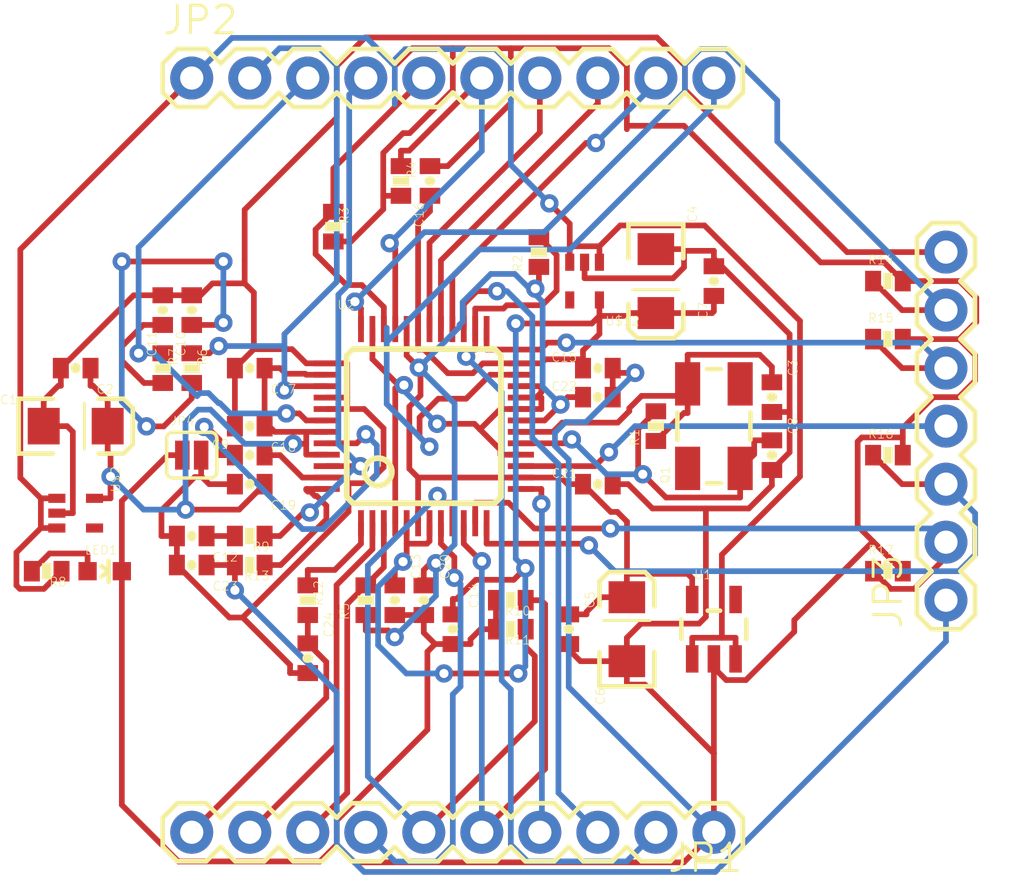
<source format=kicad_pcb>
(kicad_pcb (version 20171130) (host pcbnew 5.1.6-c6e7f7d~87~ubuntu18.04.1)

  (general
    (thickness 1.6)
    (drawings 0)
    (tracks 706)
    (zones 0)
    (modules 51)
    (nets 44)
  )

  (page A4)
  (title_block
    (title "Trabajo Final DCI  - VS1053")
    (date 2020-10-10)
    (rev 1.0)
    (company "Jorge Salvador Muñoz")
  )

  (layers
    (0 F.Cu signal)
    (31 B.Cu signal)
    (32 B.Adhes user hide)
    (33 F.Adhes user hide)
    (34 B.Paste user)
    (35 F.Paste user)
    (36 B.SilkS user hide)
    (37 F.SilkS user)
    (38 B.Mask user)
    (39 F.Mask user)
    (40 Dwgs.User user)
    (41 Cmts.User user)
    (42 Eco1.User user)
    (43 Eco2.User user)
    (44 Edge.Cuts user)
    (45 Margin user)
    (46 B.CrtYd user)
    (47 F.CrtYd user)
    (48 B.Fab user)
    (49 F.Fab user)
  )

  (setup
    (last_trace_width 0.25)
    (trace_clearance 0.2)
    (zone_clearance 0.508)
    (zone_45_only no)
    (trace_min 0.2)
    (via_size 0.8)
    (via_drill 0.4)
    (via_min_size 0.4)
    (via_min_drill 0.3)
    (uvia_size 0.3)
    (uvia_drill 0.1)
    (uvias_allowed no)
    (uvia_min_size 0.2)
    (uvia_min_drill 0.1)
    (edge_width 0.05)
    (segment_width 0.2)
    (pcb_text_width 0.3)
    (pcb_text_size 1.5 1.5)
    (mod_edge_width 0.12)
    (mod_text_size 1 1)
    (mod_text_width 0.15)
    (pad_size 0.84836 0.89916)
    (pad_drill 0)
    (pad_to_mask_clearance 0.05)
    (aux_axis_origin 0 0)
    (visible_elements FFFFFF7F)
    (pcbplotparams
      (layerselection 0x010fc_ffffffff)
      (usegerberextensions false)
      (usegerberattributes true)
      (usegerberadvancedattributes true)
      (creategerberjobfile true)
      (excludeedgelayer true)
      (linewidth 0.100000)
      (plotframeref false)
      (viasonmask false)
      (mode 1)
      (useauxorigin false)
      (hpglpennumber 1)
      (hpglpenspeed 20)
      (hpglpendiameter 15.000000)
      (psnegative false)
      (psa4output false)
      (plotreference true)
      (plotvalue true)
      (plotinvisibletext false)
      (padsonsilk false)
      (subtractmaskfromsilk false)
      (outputformat 1)
      (mirror false)
      (drillshape 1)
      (scaleselection 1)
      (outputdirectory ""))
  )

  (net 0 "")
  (net 1 /AVDD)
  (net 2 /AGND)
  (net 3 /IOVDD)
  (net 4 GND)
  (net 5 /CVDD)
  (net 6 /LINEIN)
  (net 7 /MICP)
  (net 8 /RX)
  (net 9 /TX)
  (net 10 /BSYNC)
  (net 11 /GPIO3)
  (net 12 /GPIO2)
  (net 13 /DREQ)
  (net 14 /RESET)
  (net 15 /MICN)
  (net 16 /CS)
  (net 17 /SCLK)
  (net 18 /SI)
  (net 19 /SO)
  (net 20 /GPIO0)
  (net 21 /GPIO1)
  (net 22 /LEFT)
  (net 23 /GBUF)
  (net 24 /RIGHT)
  (net 25 /VCC)
  (net 26 /GPIO6)
  (net 27 /GPIO7)
  (net 28 /VCO)
  (net 29 /GPIO5)
  (net 30 /GPIO4)
  (net 31 "Net-(LED1-PadA)")
  (net 32 "Net-(U1-Pad4)")
  (net 33 /PWR_FLAG)
  (net 34 "Net-(C3-Pad1)")
  (net 35 "Net-(C8-Pad1)")
  (net 36 "Net-(C9-Pad1)")
  (net 37 "Net-(C10-Pad1)")
  (net 38 "Net-(C11-Pad1)")
  (net 39 "Net-(C12-Pad1)")
  (net 40 "Net-(R12-Pad1)")
  (net 41 "Net-(R13-Pad1)")
  (net 42 "Net-(U$2-Pad4)")
  (net 43 "Net-(U$12-Pad4)")

  (net_class Default "This is the default net class."
    (clearance 0.2)
    (trace_width 0.25)
    (via_dia 0.8)
    (via_drill 0.4)
    (uvia_dia 0.3)
    (uvia_drill 0.1)
    (add_net /AGND)
    (add_net /AVDD)
    (add_net /BSYNC)
    (add_net /CS)
    (add_net /CVDD)
    (add_net /DREQ)
    (add_net /GBUF)
    (add_net /GPIO0)
    (add_net /GPIO1)
    (add_net /GPIO2)
    (add_net /GPIO3)
    (add_net /GPIO4)
    (add_net /GPIO5)
    (add_net /GPIO6)
    (add_net /GPIO7)
    (add_net /IOVDD)
    (add_net /LEFT)
    (add_net /LINEIN)
    (add_net /MICN)
    (add_net /MICP)
    (add_net /PWR_FLAG)
    (add_net /RESET)
    (add_net /RIGHT)
    (add_net /RX)
    (add_net /SCLK)
    (add_net /SI)
    (add_net /SO)
    (add_net /TX)
    (add_net /VCC)
    (add_net /VCO)
    (add_net GND)
    (add_net "Net-(C10-Pad1)")
    (add_net "Net-(C11-Pad1)")
    (add_net "Net-(C12-Pad1)")
    (add_net "Net-(C3-Pad1)")
    (add_net "Net-(C8-Pad1)")
    (add_net "Net-(C9-Pad1)")
    (add_net "Net-(LED1-PadA)")
    (add_net "Net-(R12-Pad1)")
    (add_net "Net-(R13-Pad1)")
    (add_net "Net-(U$12-Pad4)")
    (add_net "Net-(U$2-Pad4)")
    (add_net "Net-(U1-Pad4)")
  )

  (module SparkFun_MP3_Breakout-VS1063:CRYSTAL-SMD-5X3 (layer F.Cu) (tedit 0) (tstamp 5FA270EF)
    (at 158.661 103.734 90)
    (path /5FBFB412)
    (fp_text reference Q1 (at -2.54 -1.905 90) (layer F.SilkS)
      (effects (font (size 0.38608 0.38608) (thickness 0.032512)) (justify left bottom))
    )
    (fp_text value 12.288MHz (at -2.54 2.54 90) (layer F.Fab)
      (effects (font (size 0.38608 0.38608) (thickness 0.032512)) (justify left bottom))
    )
    (fp_line (start -2.5 -0.3) (end -2.5 0.3) (layer F.SilkS) (width 0.2032))
    (fp_line (start 0.6 1.6) (end -0.6 1.6) (layer F.SilkS) (width 0.2032))
    (fp_line (start 2.5 -0.3) (end 2.5 0.3) (layer F.SilkS) (width 0.2032))
    (fp_line (start -0.6 -1.6) (end 0.6 -1.6) (layer F.SilkS) (width 0.2032))
    (pad 2 smd rect (at 1.85 1.15 90) (size 1.9 1.1) (layers F.Cu F.Paste F.Mask)
      (solder_mask_margin 0.1016))
    (pad 4 smd rect (at -1.85 -1.15 90) (size 1.9 1.1) (layers F.Cu F.Paste F.Mask)
      (solder_mask_margin 0.1016))
    (pad 3 smd rect (at 1.85 -1.15 90) (size 1.9 1.1) (layers F.Cu F.Paste F.Mask)
      (net 34 "Net-(C3-Pad1)") (solder_mask_margin 0.1016))
    (pad 1 smd rect (at -1.85 1.15 90) (size 1.9 1.1) (layers F.Cu F.Paste F.Mask)
      (net 35 "Net-(C8-Pad1)") (solder_mask_margin 0.1016))
  )

  (module SparkFun_MP3_Breakout-VS1063:SC70 (layer F.Cu) (tedit 0) (tstamp 5FA25FD2)
    (at 153 97.3836 180)
    (path /5FA70A86)
    (fp_text reference U$12 (at -0.889 -1.524) (layer F.SilkS)
      (effects (font (size 0.38608 0.38608) (thickness 0.032512)) (justify left top))
    )
    (fp_text value 1.8V (at -0.762 0.254) (layer F.Fab)
      (effects (font (size 0.38608 0.38608) (thickness 0.032512)) (justify left top))
    )
    (fp_poly (pts (xy 0.508 1.1684) (xy 0.8382 1.1684) (xy 0.8382 0.4826) (xy 0.508 0.4826)) (layer F.Paste) (width 0))
    (fp_poly (pts (xy -0.1651 1.1684) (xy 0.1651 1.1684) (xy 0.1651 0.4826) (xy -0.1651 0.4826)) (layer F.Paste) (width 0))
    (fp_poly (pts (xy -0.8382 1.1684) (xy -0.508 1.1684) (xy -0.508 0.4826) (xy -0.8382 0.4826)) (layer F.Paste) (width 0))
    (fp_poly (pts (xy 0.45 -0.45) (xy 0.85 -0.45) (xy 0.85 -1.2) (xy 0.45 -1.2)) (layer F.Paste) (width 0))
    (fp_poly (pts (xy -0.85 -0.45) (xy -0.45 -0.45) (xy -0.45 -1.2) (xy -0.85 -1.2)) (layer F.Paste) (width 0))
    (fp_line (start -1 -0.625) (end 1 -0.625) (layer F.Fab) (width 0.127))
    (fp_line (start -1 0.625) (end 1 0.625) (layer F.Fab) (width 0.127))
    (fp_line (start -1 0.625) (end -1 -0.625) (layer F.Fab) (width 0.127))
    (fp_line (start 1 -0.625) (end 1 0.625) (layer F.Fab) (width 0.127))
    (pad 5 smd rect (at -0.65 -0.825 180) (size 0.4 0.75) (layers F.Cu F.Mask)
      (net 5 /CVDD) (solder_mask_margin 0.1016))
    (pad 4 smd rect (at 0.65 -0.825 180) (size 0.4 0.75) (layers F.Cu F.Mask)
      (net 43 "Net-(U$12-Pad4)") (solder_mask_margin 0.1016))
    (pad 3 smd rect (at 0.65 0.825 180) (size 0.4 0.75) (layers F.Cu F.Mask)
      (net 25 /VCC) (solder_mask_margin 0.1016))
    (pad 2 smd rect (at 0 0.825 180) (size 0.4 0.75) (layers F.Cu F.Mask)
      (net 4 GND) (solder_mask_margin 0.1016))
    (pad 1 smd rect (at -0.65 0.825 180) (size 0.4 0.75) (layers F.Cu F.Mask)
      (net 25 /VCC) (solder_mask_margin 0.1016))
  )

  (module SparkFun_MP3_Breakout-VS1063:SC70 (layer F.Cu) (tedit 0) (tstamp 5FA25FC0)
    (at 130.721 107.544 270)
    (path /5FA5035F)
    (fp_text reference U$2 (at -0.889 -1.524 90) (layer F.SilkS)
      (effects (font (size 0.38608 0.38608) (thickness 0.032512)) (justify left top))
    )
    (fp_text value 2.8V (at -0.762 0.254 90) (layer F.Fab)
      (effects (font (size 0.38608 0.38608) (thickness 0.032512)) (justify left top))
    )
    (fp_poly (pts (xy 0.508 1.1684) (xy 0.8382 1.1684) (xy 0.8382 0.4826) (xy 0.508 0.4826)) (layer F.Paste) (width 0))
    (fp_poly (pts (xy -0.1651 1.1684) (xy 0.1651 1.1684) (xy 0.1651 0.4826) (xy -0.1651 0.4826)) (layer F.Paste) (width 0))
    (fp_poly (pts (xy -0.8382 1.1684) (xy -0.508 1.1684) (xy -0.508 0.4826) (xy -0.8382 0.4826)) (layer F.Paste) (width 0))
    (fp_poly (pts (xy 0.45 -0.45) (xy 0.85 -0.45) (xy 0.85 -1.2) (xy 0.45 -1.2)) (layer F.Paste) (width 0))
    (fp_poly (pts (xy -0.85 -0.45) (xy -0.45 -0.45) (xy -0.45 -1.2) (xy -0.85 -1.2)) (layer F.Paste) (width 0))
    (fp_line (start -1 -0.625) (end 1 -0.625) (layer F.Fab) (width 0.127))
    (fp_line (start -1 0.625) (end 1 0.625) (layer F.Fab) (width 0.127))
    (fp_line (start -1 0.625) (end -1 -0.625) (layer F.Fab) (width 0.127))
    (fp_line (start 1 -0.625) (end 1 0.625) (layer F.Fab) (width 0.127))
    (pad 5 smd rect (at -0.65 -0.825 270) (size 0.4 0.75) (layers F.Cu F.Mask)
      (net 1 /AVDD) (solder_mask_margin 0.1016))
    (pad 4 smd rect (at 0.65 -0.825 270) (size 0.4 0.75) (layers F.Cu F.Mask)
      (net 42 "Net-(U$2-Pad4)") (solder_mask_margin 0.1016))
    (pad 3 smd rect (at 0.65 0.825 270) (size 0.4 0.75) (layers F.Cu F.Mask)
      (net 25 /VCC) (solder_mask_margin 0.1016))
    (pad 2 smd rect (at 0 0.825 270) (size 0.4 0.75) (layers F.Cu F.Mask)
      (net 2 /AGND) (solder_mask_margin 0.1016))
    (pad 1 smd rect (at -0.65 0.825 270) (size 0.4 0.75) (layers F.Cu F.Mask)
      (net 25 /VCC) (solder_mask_margin 0.1016))
  )

  (module SparkFun_MP3_Breakout-VS1063:LQFP-48 (layer F.Cu) (tedit 0) (tstamp 5FA25FAE)
    (at 145.961 103.734)
    (path /5FBA9DBA)
    (fp_text reference U2 (at -3.81 -5.08) (layer F.SilkS)
      (effects (font (size 0.38608 0.38608) (thickness 0.032512)) (justify left bottom))
    )
    (fp_text value VS1053 (at -3.81 6.35) (layer F.Fab)
      (effects (font (size 0.38608 0.38608) (thickness 0.032512)) (justify left bottom))
    )
    (fp_poly (pts (xy -4.5 2.85) (xy -3.45 2.85) (xy -3.45 2.65) (xy -4.5 2.65)) (layer F.Fab) (width 0))
    (fp_poly (pts (xy -4.5 2.35) (xy -3.45 2.35) (xy -3.45 2.15) (xy -4.5 2.15)) (layer F.Fab) (width 0))
    (fp_poly (pts (xy -4.5 1.85) (xy -3.45 1.85) (xy -3.45 1.65) (xy -4.5 1.65)) (layer F.Fab) (width 0))
    (fp_poly (pts (xy -4.5 1.35) (xy -3.45 1.35) (xy -3.45 1.15) (xy -4.5 1.15)) (layer F.Fab) (width 0))
    (fp_poly (pts (xy -4.5 0.85) (xy -3.45 0.85) (xy -3.45 0.65) (xy -4.5 0.65)) (layer F.Fab) (width 0))
    (fp_poly (pts (xy -4.5 0.35) (xy -3.45 0.35) (xy -3.45 0.15) (xy -4.5 0.15)) (layer F.Fab) (width 0))
    (fp_poly (pts (xy -4.5 -0.15) (xy -3.45 -0.15) (xy -3.45 -0.35) (xy -4.5 -0.35)) (layer F.Fab) (width 0))
    (fp_poly (pts (xy -4.5 -0.65) (xy -3.45 -0.65) (xy -3.45 -0.85) (xy -4.5 -0.85)) (layer F.Fab) (width 0))
    (fp_poly (pts (xy -4.5 -1.15) (xy -3.45 -1.15) (xy -3.45 -1.35) (xy -4.5 -1.35)) (layer F.Fab) (width 0))
    (fp_poly (pts (xy -4.5 -1.65) (xy -3.45 -1.65) (xy -3.45 -1.85) (xy -4.5 -1.85)) (layer F.Fab) (width 0))
    (fp_poly (pts (xy -4.5 -2.15) (xy -3.45 -2.15) (xy -3.45 -2.35) (xy -4.5 -2.35)) (layer F.Fab) (width 0))
    (fp_poly (pts (xy -4.5 -2.65) (xy -3.45 -2.65) (xy -3.45 -2.85) (xy -4.5 -2.85)) (layer F.Fab) (width 0))
    (fp_poly (pts (xy -2.85 -3.45) (xy -2.65 -3.45) (xy -2.65 -4.5) (xy -2.85 -4.5)) (layer F.Fab) (width 0))
    (fp_poly (pts (xy -2.35 -3.45) (xy -2.15 -3.45) (xy -2.15 -4.5) (xy -2.35 -4.5)) (layer F.Fab) (width 0))
    (fp_poly (pts (xy -1.85 -3.45) (xy -1.65 -3.45) (xy -1.65 -4.5) (xy -1.85 -4.5)) (layer F.Fab) (width 0))
    (fp_poly (pts (xy -1.35 -3.45) (xy -1.15 -3.45) (xy -1.15 -4.5) (xy -1.35 -4.5)) (layer F.Fab) (width 0))
    (fp_poly (pts (xy -0.85 -3.45) (xy -0.65 -3.45) (xy -0.65 -4.5) (xy -0.85 -4.5)) (layer F.Fab) (width 0))
    (fp_poly (pts (xy -0.35 -3.45) (xy -0.15 -3.45) (xy -0.15 -4.5) (xy -0.35 -4.5)) (layer F.Fab) (width 0))
    (fp_poly (pts (xy 0.15 -3.45) (xy 0.35 -3.45) (xy 0.35 -4.5) (xy 0.15 -4.5)) (layer F.Fab) (width 0))
    (fp_poly (pts (xy 0.65 -3.45) (xy 0.85 -3.45) (xy 0.85 -4.5) (xy 0.65 -4.5)) (layer F.Fab) (width 0))
    (fp_poly (pts (xy 1.15 -3.45) (xy 1.35 -3.45) (xy 1.35 -4.5) (xy 1.15 -4.5)) (layer F.Fab) (width 0))
    (fp_poly (pts (xy 1.65 -3.45) (xy 1.85 -3.45) (xy 1.85 -4.5) (xy 1.65 -4.5)) (layer F.Fab) (width 0))
    (fp_poly (pts (xy 2.15 -3.45) (xy 2.35 -3.45) (xy 2.35 -4.5) (xy 2.15 -4.5)) (layer F.Fab) (width 0))
    (fp_poly (pts (xy 2.65 -3.45) (xy 2.85 -3.45) (xy 2.85 -4.5) (xy 2.65 -4.5)) (layer F.Fab) (width 0))
    (fp_poly (pts (xy 3.45 -2.65) (xy 4.5 -2.65) (xy 4.5 -2.85) (xy 3.45 -2.85)) (layer F.Fab) (width 0))
    (fp_poly (pts (xy 3.45 -2.15) (xy 4.5 -2.15) (xy 4.5 -2.35) (xy 3.45 -2.35)) (layer F.Fab) (width 0))
    (fp_poly (pts (xy 3.45 -1.65) (xy 4.5 -1.65) (xy 4.5 -1.85) (xy 3.45 -1.85)) (layer F.Fab) (width 0))
    (fp_poly (pts (xy 3.45 -1.15) (xy 4.5 -1.15) (xy 4.5 -1.35) (xy 3.45 -1.35)) (layer F.Fab) (width 0))
    (fp_poly (pts (xy 3.45 -0.65) (xy 4.5 -0.65) (xy 4.5 -0.85) (xy 3.45 -0.85)) (layer F.Fab) (width 0))
    (fp_poly (pts (xy 3.45 -0.15) (xy 4.5 -0.15) (xy 4.5 -0.35) (xy 3.45 -0.35)) (layer F.Fab) (width 0))
    (fp_poly (pts (xy 3.45 0.35) (xy 4.5 0.35) (xy 4.5 0.15) (xy 3.45 0.15)) (layer F.Fab) (width 0))
    (fp_poly (pts (xy 3.45 0.85) (xy 4.5 0.85) (xy 4.5 0.65) (xy 3.45 0.65)) (layer F.Fab) (width 0))
    (fp_poly (pts (xy 3.45 1.35) (xy 4.5 1.35) (xy 4.5 1.15) (xy 3.45 1.15)) (layer F.Fab) (width 0))
    (fp_poly (pts (xy 3.45 1.85) (xy 4.5 1.85) (xy 4.5 1.65) (xy 3.45 1.65)) (layer F.Fab) (width 0))
    (fp_poly (pts (xy 3.45 2.35) (xy 4.5 2.35) (xy 4.5 2.15) (xy 3.45 2.15)) (layer F.Fab) (width 0))
    (fp_poly (pts (xy 3.45 2.85) (xy 4.5 2.85) (xy 4.5 2.65) (xy 3.45 2.65)) (layer F.Fab) (width 0))
    (fp_poly (pts (xy 2.65 4.5) (xy 2.85 4.5) (xy 2.85 3.45) (xy 2.65 3.45)) (layer F.Fab) (width 0))
    (fp_poly (pts (xy 2.15 4.5) (xy 2.35 4.5) (xy 2.35 3.45) (xy 2.15 3.45)) (layer F.Fab) (width 0))
    (fp_poly (pts (xy 1.65 4.5) (xy 1.85 4.5) (xy 1.85 3.45) (xy 1.65 3.45)) (layer F.Fab) (width 0))
    (fp_poly (pts (xy 1.15 4.5) (xy 1.35 4.5) (xy 1.35 3.45) (xy 1.15 3.45)) (layer F.Fab) (width 0))
    (fp_poly (pts (xy 0.65 4.5) (xy 0.85 4.5) (xy 0.85 3.45) (xy 0.65 3.45)) (layer F.Fab) (width 0))
    (fp_poly (pts (xy 0.15 4.5) (xy 0.35 4.5) (xy 0.35 3.45) (xy 0.15 3.45)) (layer F.Fab) (width 0))
    (fp_poly (pts (xy -0.35 4.5) (xy -0.15 4.5) (xy -0.15 3.45) (xy -0.35 3.45)) (layer F.Fab) (width 0))
    (fp_poly (pts (xy -0.85 4.5) (xy -0.65 4.5) (xy -0.65 3.45) (xy -0.85 3.45)) (layer F.Fab) (width 0))
    (fp_poly (pts (xy -1.35 4.5) (xy -1.15 4.5) (xy -1.15 3.45) (xy -1.35 3.45)) (layer F.Fab) (width 0))
    (fp_poly (pts (xy -1.85 4.5) (xy -1.65 4.5) (xy -1.65 3.45) (xy -1.85 3.45)) (layer F.Fab) (width 0))
    (fp_poly (pts (xy -2.35 4.5) (xy -2.15 4.5) (xy -2.15 3.45) (xy -2.35 3.45)) (layer F.Fab) (width 0))
    (fp_poly (pts (xy -2.85 4.5) (xy -2.65 4.5) (xy -2.65 3.45) (xy -2.85 3.45)) (layer F.Fab) (width 0))
    (fp_circle (center -2 2) (end -1.4 2) (layer F.SilkS) (width 0.254))
    (fp_line (start -3.375 3.1) (end -3.375 -3.1) (layer F.SilkS) (width 0.254))
    (fp_line (start -3.1 3.375) (end -3.375 3.1) (layer F.SilkS) (width 0.254))
    (fp_line (start 3.1 3.375) (end -3.1 3.375) (layer F.SilkS) (width 0.254))
    (fp_line (start 3.375 3.1) (end 3.1 3.375) (layer F.SilkS) (width 0.254))
    (fp_line (start 3.375 -3.1) (end 3.375 3.1) (layer F.SilkS) (width 0.254))
    (fp_line (start 3.1 -3.375) (end 3.375 -3.1) (layer F.SilkS) (width 0.254))
    (fp_line (start -3.1 -3.375) (end 3.1 -3.375) (layer F.SilkS) (width 0.254))
    (fp_line (start -3.375 -3.1) (end -3.1 -3.375) (layer F.SilkS) (width 0.254))
    (pad 48 smd rect (at -4.25 2.75) (size 1.143 0.254) (layers F.Cu F.Paste F.Mask)
      (net 41 "Net-(R13-Pad1)") (solder_mask_margin 0.1016))
    (pad 47 smd rect (at -4.25 2.25) (size 1.143 0.254) (layers F.Cu F.Paste F.Mask)
      (net 2 /AGND) (solder_mask_margin 0.1016))
    (pad 46 smd rect (at -4.25 1.75) (size 1.143 0.254) (layers F.Cu F.Paste F.Mask)
      (net 22 /LEFT) (solder_mask_margin 0.1016))
    (pad 45 smd rect (at -4.25 1.25) (size 1.143 0.254) (layers F.Cu F.Paste F.Mask)
      (net 1 /AVDD) (solder_mask_margin 0.1016))
    (pad 44 smd rect (at -4.25 0.75) (size 1.143 0.254) (layers F.Cu F.Paste F.Mask)
      (net 36 "Net-(C9-Pad1)") (solder_mask_margin 0.1016))
    (pad 43 smd rect (at -4.25 0.25) (size 1.143 0.254) (layers F.Cu F.Paste F.Mask)
      (net 1 /AVDD) (solder_mask_margin 0.1016))
    (pad 42 smd rect (at -4.25 -0.25) (size 1.143 0.254) (layers F.Cu F.Paste F.Mask)
      (net 23 /GBUF) (solder_mask_margin 0.1016))
    (pad 41 smd rect (at -4.25 -0.75) (size 1.143 0.254) (layers F.Cu F.Paste F.Mask)
      (net 2 /AGND) (solder_mask_margin 0.1016))
    (pad 40 smd rect (at -4.25 -1.25) (size 1.143 0.254) (layers F.Cu F.Paste F.Mask)
      (net 2 /AGND) (solder_mask_margin 0.1016))
    (pad 39 smd rect (at -4.25 -1.75) (size 1.143 0.254) (layers F.Cu F.Paste F.Mask)
      (net 24 /RIGHT) (solder_mask_margin 0.1016))
    (pad 38 smd rect (at -4.25 -2.25) (size 1.143 0.254) (layers F.Cu F.Paste F.Mask)
      (net 1 /AVDD) (solder_mask_margin 0.1016))
    (pad 37 smd rect (at -4.25 -2.75) (size 1.143 0.254) (layers F.Cu F.Paste F.Mask)
      (net 2 /AGND) (solder_mask_margin 0.1016))
    (pad 36 smd rect (at -2.75 -4.25) (size 0.254 1.143) (layers F.Cu F.Paste F.Mask)
      (net 30 /GPIO4) (solder_mask_margin 0.1016))
    (pad 35 smd rect (at -2.25 -4.25) (size 0.254 1.143) (layers F.Cu F.Paste F.Mask)
      (net 33 /PWR_FLAG) (solder_mask_margin 0.1016))
    (pad 34 smd rect (at -1.75 -4.25) (size 0.254 1.143) (layers F.Cu F.Paste F.Mask)
      (net 21 /GPIO1) (solder_mask_margin 0.1016))
    (pad 33 smd rect (at -1.25 -4.25) (size 0.254 1.143) (layers F.Cu F.Paste F.Mask)
      (net 20 /GPIO0) (solder_mask_margin 0.1016))
    (pad 32 smd rect (at -0.75 -4.25) (size 0.254 1.143) (layers F.Cu F.Paste F.Mask)
      (net 3 /IOVDD) (solder_mask_margin 0.1016))
    (pad 31 smd rect (at -0.25 -4.25) (size 0.254 1.143) (layers F.Cu F.Paste F.Mask)
      (net 5 /CVDD) (solder_mask_margin 0.1016))
    (pad 30 smd rect (at 0.25 -4.25) (size 0.254 1.143) (layers F.Cu F.Paste F.Mask)
      (net 19 /SO) (solder_mask_margin 0.1016))
    (pad 29 smd rect (at 0.75 -4.25) (size 0.254 1.143) (layers F.Cu F.Paste F.Mask)
      (net 18 /SI) (solder_mask_margin 0.1016))
    (pad 28 smd rect (at 1.25 -4.25) (size 0.254 1.143) (layers F.Cu F.Paste F.Mask)
      (net 17 /SCLK) (solder_mask_margin 0.1016))
    (pad 27 smd rect (at 1.75 -4.25) (size 0.254 1.143) (layers F.Cu F.Paste F.Mask)
      (net 9 /TX) (solder_mask_margin 0.1016))
    (pad 26 smd rect (at 2.25 -4.25) (size 0.254 1.143) (layers F.Cu F.Paste F.Mask)
      (net 8 /RX) (solder_mask_margin 0.1016))
    (pad 25 smd rect (at 2.75 -4.25) (size 0.254 1.143) (layers F.Cu F.Paste F.Mask)
      (net 29 /GPIO5) (solder_mask_margin 0.1016))
    (pad 24 smd rect (at 4.25 -2.75) (size 1.143 0.254) (layers F.Cu F.Paste F.Mask)
      (net 5 /CVDD) (solder_mask_margin 0.1016))
    (pad 23 smd rect (at 4.25 -2.25) (size 1.143 0.254) (layers F.Cu F.Paste F.Mask)
      (net 16 /CS) (solder_mask_margin 0.1016))
    (pad 22 smd rect (at 4.25 -1.75) (size 1.143 0.254) (layers F.Cu F.Paste F.Mask)
      (net 33 /PWR_FLAG) (solder_mask_margin 0.1016))
    (pad 21 smd rect (at 4.25 -1.25) (size 1.143 0.254) (layers F.Cu F.Paste F.Mask)
      (net 33 /PWR_FLAG) (solder_mask_margin 0.1016))
    (pad 20 smd rect (at 4.25 -0.75) (size 1.143 0.254) (layers F.Cu F.Paste F.Mask)
      (net 33 /PWR_FLAG) (solder_mask_margin 0.1016))
    (pad 19 smd rect (at 4.25 -0.25) (size 1.143 0.254) (layers F.Cu F.Paste F.Mask)
      (net 3 /IOVDD) (solder_mask_margin 0.1016))
    (pad 18 smd rect (at 4.25 0.25) (size 1.143 0.254) (layers F.Cu F.Paste F.Mask)
      (net 34 "Net-(C3-Pad1)") (solder_mask_margin 0.1016))
    (pad 17 smd rect (at 4.25 0.75) (size 1.143 0.254) (layers F.Cu F.Paste F.Mask)
      (net 35 "Net-(C8-Pad1)") (solder_mask_margin 0.1016))
    (pad 16 smd rect (at 4.25 1.25) (size 1.143 0.254) (layers F.Cu F.Paste F.Mask)
      (net 33 /PWR_FLAG) (solder_mask_margin 0.1016))
    (pad 15 smd rect (at 4.25 1.75) (size 1.143 0.254) (layers F.Cu F.Paste F.Mask)
      (net 28 /VCO) (solder_mask_margin 0.1016))
    (pad 14 smd rect (at 4.25 2.25) (size 1.143 0.254) (layers F.Cu F.Paste F.Mask)
      (net 3 /IOVDD) (solder_mask_margin 0.1016))
    (pad 13 smd rect (at 4.25 2.75) (size 1.143 0.254) (layers F.Cu F.Paste F.Mask)
      (net 10 /BSYNC) (solder_mask_margin 0.1016))
    (pad 12 smd rect (at 2.75 4.25) (size 0.254 1.143) (layers F.Cu F.Paste F.Mask)
      (net 27 /GPIO7) (solder_mask_margin 0.1016))
    (pad 11 smd rect (at 2.25 4.25) (size 0.254 1.143) (layers F.Cu F.Paste F.Mask)
      (net 26 /GPIO6) (solder_mask_margin 0.1016))
    (pad 10 smd rect (at 1.75 4.25) (size 0.254 1.143) (layers F.Cu F.Paste F.Mask)
      (net 11 /GPIO3) (solder_mask_margin 0.1016))
    (pad 9 smd rect (at 1.25 4.25) (size 0.254 1.143) (layers F.Cu F.Paste F.Mask)
      (net 12 /GPIO2) (solder_mask_margin 0.1016))
    (pad 8 smd rect (at 0.75 4.25) (size 0.254 1.143) (layers F.Cu F.Paste F.Mask)
      (net 13 /DREQ) (solder_mask_margin 0.1016))
    (pad 7 smd rect (at 0.25 4.25) (size 0.254 1.143) (layers F.Cu F.Paste F.Mask)
      (net 5 /CVDD) (solder_mask_margin 0.1016))
    (pad 6 smd rect (at -0.25 4.25) (size 0.254 1.143) (layers F.Cu F.Paste F.Mask)
      (net 3 /IOVDD) (solder_mask_margin 0.1016))
    (pad 5 smd rect (at -0.75 4.25) (size 0.254 1.143) (layers F.Cu F.Paste F.Mask)
      (net 5 /CVDD) (solder_mask_margin 0.1016))
    (pad 4 smd rect (at -1.25 4.25) (size 0.254 1.143) (layers F.Cu F.Paste F.Mask)
      (net 33 /PWR_FLAG) (solder_mask_margin 0.1016))
    (pad 3 smd rect (at -1.75 4.25) (size 0.254 1.143) (layers F.Cu F.Paste F.Mask)
      (net 14 /RESET) (solder_mask_margin 0.1016))
    (pad 2 smd rect (at -2.25 4.25) (size 0.254 1.143) (layers F.Cu F.Paste F.Mask)
      (net 15 /MICN) (solder_mask_margin 0.1016))
    (pad 1 smd rect (at -2.75 4.25) (size 0.254 1.143) (layers F.Cu F.Paste F.Mask)
      (net 40 "Net-(R12-Pad1)") (solder_mask_margin 0.1016))
  )

  (module SparkFun_MP3_Breakout-VS1063:SOT23-5 (layer F.Cu) (tedit 0) (tstamp 5FA25F41)
    (at 158.661 112.624)
    (descr "<b>Small Outline Transistor</b>")
    (path /5FBEACD3)
    (fp_text reference U1 (at -0.889 -2.159) (layer F.SilkS)
      (effects (font (size 0.38608 0.38608) (thickness 0.032512)) (justify left bottom))
    )
    (fp_text value 3.3V (at -0.9525 0.1905) (layer F.Fab)
      (effects (font (size 0.38608 0.38608) (thickness 0.032512)) (justify left bottom))
    )
    (fp_poly (pts (xy -1.2 -0.85) (xy -0.7 -0.85) (xy -0.7 -1.5) (xy -1.2 -1.5)) (layer F.Fab) (width 0))
    (fp_poly (pts (xy 0.7 -0.85) (xy 1.2 -0.85) (xy 1.2 -1.5) (xy 0.7 -1.5)) (layer F.Fab) (width 0))
    (fp_poly (pts (xy 0.7 1.5) (xy 1.2 1.5) (xy 1.2 0.85) (xy 0.7 0.85)) (layer F.Fab) (width 0))
    (fp_poly (pts (xy -0.25 1.5) (xy 0.25 1.5) (xy 0.25 0.85) (xy -0.25 0.85)) (layer F.Fab) (width 0))
    (fp_poly (pts (xy -1.2 1.5) (xy -0.7 1.5) (xy -0.7 0.85) (xy -1.2 0.85)) (layer F.Fab) (width 0))
    (fp_line (start -1.4 -0.8) (end -1.4 0.8) (layer F.Fab) (width 0.1524))
    (fp_line (start 1.4 -0.8) (end 1.4 0.8) (layer F.Fab) (width 0.1524))
    (fp_line (start -0.2684 -0.8104) (end 0.2684 -0.8104) (layer F.SilkS) (width 0.2032))
    (fp_line (start -1.4 -0.8) (end 1.4 -0.8) (layer F.Fab) (width 0.1524))
    (fp_line (start -1.4224 0.4294) (end -1.4224 -0.4294) (layer F.SilkS) (width 0.2032))
    (fp_line (start 1.4 0.8) (end -1.4 0.8) (layer F.Fab) (width 0.1524))
    (fp_line (start 1.4224 -0.4294) (end 1.4224 0.4294) (layer F.SilkS) (width 0.2032))
    (pad 5 smd rect (at -0.95 -1.3001) (size 0.55 1.2) (layers F.Cu F.Paste F.Mask)
      (net 3 /IOVDD) (solder_mask_margin 0.1016))
    (pad 4 smd rect (at 0.95 -1.3001) (size 0.55 1.2) (layers F.Cu F.Paste F.Mask)
      (net 32 "Net-(U1-Pad4)") (solder_mask_margin 0.1016))
    (pad 3 smd rect (at 0.95 1.3001) (size 0.55 1.2) (layers F.Cu F.Paste F.Mask)
      (net 25 /VCC) (solder_mask_margin 0.1016))
    (pad 2 smd rect (at 0 1.3001) (size 0.55 1.2) (layers F.Cu F.Paste F.Mask)
      (net 4 GND) (solder_mask_margin 0.1016))
    (pad 1 smd rect (at -0.95 1.3001) (size 0.55 1.2) (layers F.Cu F.Paste F.Mask)
      (net 25 /VCC) (solder_mask_margin 0.1016))
  )

  (module SparkFun_MP3_Breakout-VS1063:0402-RES (layer F.Cu) (tedit 0) (tstamp 5FA243F7)
    (at 166.281 110.084)
    (descr "<b>CAPACITOR</b><p>\nchip")
    (path /5F8D923F)
    (fp_text reference R17 (at -0.889 -0.6985) (layer F.SilkS)
      (effects (font (size 0.38608 0.38608) (thickness 0.032512)) (justify left bottom))
    )
    (fp_text value 100k (at -1.0795 1.143) (layer F.Fab)
      (effects (font (size 0.38608 0.38608) (thickness 0.032512)) (justify left bottom))
    )
    (fp_poly (pts (xy -0.2032 0.3556) (xy 0.2032 0.3556) (xy 0.2032 -0.3556) (xy -0.2032 -0.3556)) (layer F.SilkS) (width 0))
    (fp_poly (pts (xy -0.1999 0.3) (xy 0.1999 0.3) (xy 0.1999 -0.3) (xy -0.1999 -0.3)) (layer F.Adhes) (width 0))
    (fp_poly (pts (xy 0.2588 0.3048) (xy 0.5588 0.3048) (xy 0.5588 -0.2951) (xy 0.2588 -0.2951)) (layer F.Fab) (width 0))
    (fp_poly (pts (xy -0.554 0.3048) (xy -0.254 0.3048) (xy -0.254 -0.2951) (xy -0.554 -0.2951)) (layer F.Fab) (width 0))
    (fp_line (start -1.473 0.483) (end -1.473 -0.483) (layer Dwgs.User) (width 0.0508))
    (fp_line (start 1.473 0.483) (end -1.473 0.483) (layer Dwgs.User) (width 0.0508))
    (fp_line (start 1.473 -0.483) (end 1.473 0.483) (layer Dwgs.User) (width 0.0508))
    (fp_line (start -1.473 -0.483) (end 1.473 -0.483) (layer Dwgs.User) (width 0.0508))
    (fp_line (start 0.245 0.224) (end -0.245 0.224) (layer F.Fab) (width 0.1524))
    (fp_line (start -0.245 -0.224) (end 0.245 -0.224) (layer F.Fab) (width 0.1524))
    (pad 2 smd rect (at 0.65 0) (size 0.7 0.9) (layers F.Cu F.Paste F.Mask)
      (net 4 GND) (solder_mask_margin 0.1016))
    (pad 1 smd rect (at -0.65 0) (size 0.7 0.9) (layers F.Cu F.Paste F.Mask)
      (net 26 /GPIO6) (solder_mask_margin 0.1016))
  )

  (module SparkFun_MP3_Breakout-VS1063:0402-RES (layer F.Cu) (tedit 0) (tstamp 5FA24412)
    (at 166.281 105.004)
    (descr "<b>CAPACITOR</b><p>\nchip")
    (path /5F8DA6A0)
    (fp_text reference R16 (at -0.889 -0.6985) (layer F.SilkS)
      (effects (font (size 0.38608 0.38608) (thickness 0.032512)) (justify left bottom))
    )
    (fp_text value 100k (at -1.0795 1.143) (layer F.Fab)
      (effects (font (size 0.38608 0.38608) (thickness 0.032512)) (justify left bottom))
    )
    (fp_poly (pts (xy -0.2032 0.3556) (xy 0.2032 0.3556) (xy 0.2032 -0.3556) (xy -0.2032 -0.3556)) (layer F.SilkS) (width 0))
    (fp_poly (pts (xy -0.1999 0.3) (xy 0.1999 0.3) (xy 0.1999 -0.3) (xy -0.1999 -0.3)) (layer F.Adhes) (width 0))
    (fp_poly (pts (xy 0.2588 0.3048) (xy 0.5588 0.3048) (xy 0.5588 -0.2951) (xy 0.2588 -0.2951)) (layer F.Fab) (width 0))
    (fp_poly (pts (xy -0.554 0.3048) (xy -0.254 0.3048) (xy -0.254 -0.2951) (xy -0.554 -0.2951)) (layer F.Fab) (width 0))
    (fp_line (start -1.473 0.483) (end -1.473 -0.483) (layer Dwgs.User) (width 0.0508))
    (fp_line (start 1.473 0.483) (end -1.473 0.483) (layer Dwgs.User) (width 0.0508))
    (fp_line (start 1.473 -0.483) (end 1.473 0.483) (layer Dwgs.User) (width 0.0508))
    (fp_line (start -1.473 -0.483) (end 1.473 -0.483) (layer Dwgs.User) (width 0.0508))
    (fp_line (start 0.245 0.224) (end -0.245 0.224) (layer F.Fab) (width 0.1524))
    (fp_line (start -0.245 -0.224) (end 0.245 -0.224) (layer F.Fab) (width 0.1524))
    (pad 2 smd rect (at 0.65 0) (size 0.7 0.9) (layers F.Cu F.Paste F.Mask)
      (net 4 GND) (solder_mask_margin 0.1016))
    (pad 1 smd rect (at -0.65 0) (size 0.7 0.9) (layers F.Cu F.Paste F.Mask)
      (net 27 /GPIO7) (solder_mask_margin 0.1016))
  )

  (module SparkFun_MP3_Breakout-VS1063:0402-RES (layer F.Cu) (tedit 0) (tstamp 5FA2442D)
    (at 166.281 99.9236)
    (descr "<b>CAPACITOR</b><p>\nchip")
    (path /5F8DAF50)
    (fp_text reference R15 (at -0.889 -0.6985) (layer F.SilkS)
      (effects (font (size 0.38608 0.38608) (thickness 0.032512)) (justify left bottom))
    )
    (fp_text value 100k (at -1.0795 1.143) (layer F.Fab)
      (effects (font (size 0.38608 0.38608) (thickness 0.032512)) (justify left bottom))
    )
    (fp_poly (pts (xy -0.2032 0.3556) (xy 0.2032 0.3556) (xy 0.2032 -0.3556) (xy -0.2032 -0.3556)) (layer F.SilkS) (width 0))
    (fp_poly (pts (xy -0.1999 0.3) (xy 0.1999 0.3) (xy 0.1999 -0.3) (xy -0.1999 -0.3)) (layer F.Adhes) (width 0))
    (fp_poly (pts (xy 0.2588 0.3048) (xy 0.5588 0.3048) (xy 0.5588 -0.2951) (xy 0.2588 -0.2951)) (layer F.Fab) (width 0))
    (fp_poly (pts (xy -0.554 0.3048) (xy -0.254 0.3048) (xy -0.254 -0.2951) (xy -0.554 -0.2951)) (layer F.Fab) (width 0))
    (fp_line (start -1.473 0.483) (end -1.473 -0.483) (layer Dwgs.User) (width 0.0508))
    (fp_line (start 1.473 0.483) (end -1.473 0.483) (layer Dwgs.User) (width 0.0508))
    (fp_line (start 1.473 -0.483) (end 1.473 0.483) (layer Dwgs.User) (width 0.0508))
    (fp_line (start -1.473 -0.483) (end 1.473 -0.483) (layer Dwgs.User) (width 0.0508))
    (fp_line (start 0.245 0.224) (end -0.245 0.224) (layer F.Fab) (width 0.1524))
    (fp_line (start -0.245 -0.224) (end 0.245 -0.224) (layer F.Fab) (width 0.1524))
    (pad 2 smd rect (at 0.65 0) (size 0.7 0.9) (layers F.Cu F.Paste F.Mask)
      (net 4 GND) (solder_mask_margin 0.1016))
    (pad 1 smd rect (at -0.65 0) (size 0.7 0.9) (layers F.Cu F.Paste F.Mask)
      (net 29 /GPIO5) (solder_mask_margin 0.1016))
  )

  (module SparkFun_MP3_Breakout-VS1063:0402-RES (layer F.Cu) (tedit 0) (tstamp 5FA24448)
    (at 166.281 97.3836)
    (descr "<b>CAPACITOR</b><p>\nchip")
    (path /5F8DB7B2)
    (fp_text reference R14 (at -0.889 -0.6985) (layer F.SilkS)
      (effects (font (size 0.38608 0.38608) (thickness 0.032512)) (justify left bottom))
    )
    (fp_text value 100k (at -1.0795 1.143) (layer F.Fab)
      (effects (font (size 0.38608 0.38608) (thickness 0.032512)) (justify left bottom))
    )
    (fp_poly (pts (xy -0.2032 0.3556) (xy 0.2032 0.3556) (xy 0.2032 -0.3556) (xy -0.2032 -0.3556)) (layer F.SilkS) (width 0))
    (fp_poly (pts (xy -0.1999 0.3) (xy 0.1999 0.3) (xy 0.1999 -0.3) (xy -0.1999 -0.3)) (layer F.Adhes) (width 0))
    (fp_poly (pts (xy 0.2588 0.3048) (xy 0.5588 0.3048) (xy 0.5588 -0.2951) (xy 0.2588 -0.2951)) (layer F.Fab) (width 0))
    (fp_poly (pts (xy -0.554 0.3048) (xy -0.254 0.3048) (xy -0.254 -0.2951) (xy -0.554 -0.2951)) (layer F.Fab) (width 0))
    (fp_line (start -1.473 0.483) (end -1.473 -0.483) (layer Dwgs.User) (width 0.0508))
    (fp_line (start 1.473 0.483) (end -1.473 0.483) (layer Dwgs.User) (width 0.0508))
    (fp_line (start 1.473 -0.483) (end 1.473 0.483) (layer Dwgs.User) (width 0.0508))
    (fp_line (start -1.473 -0.483) (end 1.473 -0.483) (layer Dwgs.User) (width 0.0508))
    (fp_line (start 0.245 0.224) (end -0.245 0.224) (layer F.Fab) (width 0.1524))
    (fp_line (start -0.245 -0.224) (end 0.245 -0.224) (layer F.Fab) (width 0.1524))
    (pad 2 smd rect (at 0.65 0) (size 0.7 0.9) (layers F.Cu F.Paste F.Mask)
      (net 4 GND) (solder_mask_margin 0.1016))
    (pad 1 smd rect (at -0.65 0) (size 0.7 0.9) (layers F.Cu F.Paste F.Mask)
      (net 30 /GPIO4) (solder_mask_margin 0.1016))
  )

  (module SparkFun_MP3_Breakout-VS1063:0402-RES (layer F.Cu) (tedit 0) (tstamp 5FA244CF)
    (at 138.341 109.814 180)
    (descr "<b>CAPACITOR</b><p>\nchip")
    (path /5FBC0B43)
    (fp_text reference R13 (at -0.889 -0.6985) (layer F.SilkS)
      (effects (font (size 0.38608 0.38608) (thickness 0.032512)) (justify right bottom))
    )
    (fp_text value 470 (at -1.0795 1.143) (layer F.Fab)
      (effects (font (size 0.38608 0.38608) (thickness 0.032512)) (justify right bottom))
    )
    (fp_poly (pts (xy -0.2032 0.3556) (xy 0.2032 0.3556) (xy 0.2032 -0.3556) (xy -0.2032 -0.3556)) (layer F.SilkS) (width 0))
    (fp_poly (pts (xy -0.1999 0.3) (xy 0.1999 0.3) (xy 0.1999 -0.3) (xy -0.1999 -0.3)) (layer F.Adhes) (width 0))
    (fp_poly (pts (xy 0.2588 0.3048) (xy 0.5588 0.3048) (xy 0.5588 -0.2951) (xy 0.2588 -0.2951)) (layer F.Fab) (width 0))
    (fp_poly (pts (xy -0.554 0.3048) (xy -0.254 0.3048) (xy -0.254 -0.2951) (xy -0.554 -0.2951)) (layer F.Fab) (width 0))
    (fp_line (start -1.473 0.483) (end -1.473 -0.483) (layer Dwgs.User) (width 0.0508))
    (fp_line (start 1.473 0.483) (end -1.473 0.483) (layer Dwgs.User) (width 0.0508))
    (fp_line (start 1.473 -0.483) (end 1.473 0.483) (layer Dwgs.User) (width 0.0508))
    (fp_line (start -1.473 -0.483) (end 1.473 -0.483) (layer Dwgs.User) (width 0.0508))
    (fp_line (start 0.245 0.224) (end -0.245 0.224) (layer F.Fab) (width 0.1524))
    (fp_line (start -0.245 -0.224) (end 0.245 -0.224) (layer F.Fab) (width 0.1524))
    (pad 2 smd rect (at 0.65 0 180) (size 0.7 0.9) (layers F.Cu F.Paste F.Mask)
      (net 6 /LINEIN) (solder_mask_margin 0.1016))
    (pad 1 smd rect (at -0.65 0 180) (size 0.7 0.9) (layers F.Cu F.Paste F.Mask)
      (net 41 "Net-(R13-Pad1)") (solder_mask_margin 0.1016))
  )

  (module SparkFun_MP3_Breakout-VS1063:0402-RES (layer F.Cu) (tedit 0) (tstamp 5FA244B4)
    (at 140.881 111.354 270)
    (descr "<b>CAPACITOR</b><p>\nchip")
    (path /5FBBFC54)
    (fp_text reference R12 (at -0.889 -0.6985 90) (layer F.SilkS)
      (effects (font (size 0.38608 0.38608) (thickness 0.032512)) (justify right bottom))
    )
    (fp_text value 470 (at -1.0795 1.143 90) (layer F.Fab)
      (effects (font (size 0.38608 0.38608) (thickness 0.032512)) (justify right bottom))
    )
    (fp_poly (pts (xy -0.2032 0.3556) (xy 0.2032 0.3556) (xy 0.2032 -0.3556) (xy -0.2032 -0.3556)) (layer F.SilkS) (width 0))
    (fp_poly (pts (xy -0.1999 0.3) (xy 0.1999 0.3) (xy 0.1999 -0.3) (xy -0.1999 -0.3)) (layer F.Adhes) (width 0))
    (fp_poly (pts (xy 0.2588 0.3048) (xy 0.5588 0.3048) (xy 0.5588 -0.2951) (xy 0.2588 -0.2951)) (layer F.Fab) (width 0))
    (fp_poly (pts (xy -0.554 0.3048) (xy -0.254 0.3048) (xy -0.254 -0.2951) (xy -0.554 -0.2951)) (layer F.Fab) (width 0))
    (fp_line (start -1.473 0.483) (end -1.473 -0.483) (layer Dwgs.User) (width 0.0508))
    (fp_line (start 1.473 0.483) (end -1.473 0.483) (layer Dwgs.User) (width 0.0508))
    (fp_line (start 1.473 -0.483) (end 1.473 0.483) (layer Dwgs.User) (width 0.0508))
    (fp_line (start -1.473 -0.483) (end 1.473 -0.483) (layer Dwgs.User) (width 0.0508))
    (fp_line (start 0.245 0.224) (end -0.245 0.224) (layer F.Fab) (width 0.1524))
    (fp_line (start -0.245 -0.224) (end 0.245 -0.224) (layer F.Fab) (width 0.1524))
    (pad 2 smd rect (at 0.65 0 270) (size 0.7 0.9) (layers F.Cu F.Paste F.Mask)
      (net 7 /MICP) (solder_mask_margin 0.1016))
    (pad 1 smd rect (at -0.65 0 270) (size 0.7 0.9) (layers F.Cu F.Paste F.Mask)
      (net 40 "Net-(R12-Pad1)") (solder_mask_margin 0.1016))
  )

  (module SparkFun_MP3_Breakout-VS1063:0402-RES (layer F.Cu) (tedit 0) (tstamp 5FA243A6)
    (at 149.771 112.624 180)
    (descr "<b>CAPACITOR</b><p>\nchip")
    (path /5F9409D4)
    (fp_text reference R11 (at -0.889 -0.6985) (layer F.SilkS)
      (effects (font (size 0.38608 0.38608) (thickness 0.032512)) (justify right bottom))
    )
    (fp_text value 100k (at -1.0795 1.143) (layer F.Fab)
      (effects (font (size 0.38608 0.38608) (thickness 0.032512)) (justify right bottom))
    )
    (fp_poly (pts (xy -0.2032 0.3556) (xy 0.2032 0.3556) (xy 0.2032 -0.3556) (xy -0.2032 -0.3556)) (layer F.SilkS) (width 0))
    (fp_poly (pts (xy -0.1999 0.3) (xy 0.1999 0.3) (xy 0.1999 -0.3) (xy -0.1999 -0.3)) (layer F.Adhes) (width 0))
    (fp_poly (pts (xy 0.2588 0.3048) (xy 0.5588 0.3048) (xy 0.5588 -0.2951) (xy 0.2588 -0.2951)) (layer F.Fab) (width 0))
    (fp_poly (pts (xy -0.554 0.3048) (xy -0.254 0.3048) (xy -0.254 -0.2951) (xy -0.554 -0.2951)) (layer F.Fab) (width 0))
    (fp_line (start -1.473 0.483) (end -1.473 -0.483) (layer Dwgs.User) (width 0.0508))
    (fp_line (start 1.473 0.483) (end -1.473 0.483) (layer Dwgs.User) (width 0.0508))
    (fp_line (start 1.473 -0.483) (end 1.473 0.483) (layer Dwgs.User) (width 0.0508))
    (fp_line (start -1.473 -0.483) (end 1.473 -0.483) (layer Dwgs.User) (width 0.0508))
    (fp_line (start 0.245 0.224) (end -0.245 0.224) (layer F.Fab) (width 0.1524))
    (fp_line (start -0.245 -0.224) (end 0.245 -0.224) (layer F.Fab) (width 0.1524))
    (pad 2 smd rect (at 0.65 0 180) (size 0.7 0.9) (layers F.Cu F.Paste F.Mask)
      (net 4 GND) (solder_mask_margin 0.1016))
    (pad 1 smd rect (at -0.65 0 180) (size 0.7 0.9) (layers F.Cu F.Paste F.Mask)
      (net 12 /GPIO2) (solder_mask_margin 0.1016))
  )

  (module SparkFun_MP3_Breakout-VS1063:0402-RES (layer F.Cu) (tedit 0) (tstamp 5FA2438B)
    (at 149.771 111.354 180)
    (descr "<b>CAPACITOR</b><p>\nchip")
    (path /5F940202)
    (fp_text reference R10 (at -0.889 -0.6985) (layer F.SilkS)
      (effects (font (size 0.38608 0.38608) (thickness 0.032512)) (justify right bottom))
    )
    (fp_text value 100k (at -1.0795 1.143) (layer F.Fab)
      (effects (font (size 0.38608 0.38608) (thickness 0.032512)) (justify right bottom))
    )
    (fp_poly (pts (xy -0.2032 0.3556) (xy 0.2032 0.3556) (xy 0.2032 -0.3556) (xy -0.2032 -0.3556)) (layer F.SilkS) (width 0))
    (fp_poly (pts (xy -0.1999 0.3) (xy 0.1999 0.3) (xy 0.1999 -0.3) (xy -0.1999 -0.3)) (layer F.Adhes) (width 0))
    (fp_poly (pts (xy 0.2588 0.3048) (xy 0.5588 0.3048) (xy 0.5588 -0.2951) (xy 0.2588 -0.2951)) (layer F.Fab) (width 0))
    (fp_poly (pts (xy -0.554 0.3048) (xy -0.254 0.3048) (xy -0.254 -0.2951) (xy -0.554 -0.2951)) (layer F.Fab) (width 0))
    (fp_line (start -1.473 0.483) (end -1.473 -0.483) (layer Dwgs.User) (width 0.0508))
    (fp_line (start 1.473 0.483) (end -1.473 0.483) (layer Dwgs.User) (width 0.0508))
    (fp_line (start 1.473 -0.483) (end 1.473 0.483) (layer Dwgs.User) (width 0.0508))
    (fp_line (start -1.473 -0.483) (end 1.473 -0.483) (layer Dwgs.User) (width 0.0508))
    (fp_line (start 0.245 0.224) (end -0.245 0.224) (layer F.Fab) (width 0.1524))
    (fp_line (start -0.245 -0.224) (end 0.245 -0.224) (layer F.Fab) (width 0.1524))
    (pad 2 smd rect (at 0.65 0 180) (size 0.7 0.9) (layers F.Cu F.Paste F.Mask)
      (net 4 GND) (solder_mask_margin 0.1016))
    (pad 1 smd rect (at -0.65 0 180) (size 0.7 0.9) (layers F.Cu F.Paste F.Mask)
      (net 11 /GPIO3) (solder_mask_margin 0.1016))
  )

  (module SparkFun_MP3_Breakout-VS1063:0402-RES (layer F.Cu) (tedit 0) (tstamp 5FA24499)
    (at 138.341 108.544 180)
    (descr "<b>CAPACITOR</b><p>\nchip")
    (path /5FB64CF6)
    (fp_text reference R9 (at -0.889 -0.6985) (layer F.SilkS)
      (effects (font (size 0.38608 0.38608) (thickness 0.032512)) (justify right bottom))
    )
    (fp_text value 20 (at -1.0795 1.143) (layer F.Fab)
      (effects (font (size 0.38608 0.38608) (thickness 0.032512)) (justify right bottom))
    )
    (fp_line (start -0.245 -0.224) (end 0.245 -0.224) (layer F.Fab) (width 0.1524))
    (fp_line (start 0.245 0.224) (end -0.245 0.224) (layer F.Fab) (width 0.1524))
    (fp_line (start -1.473 -0.483) (end 1.473 -0.483) (layer Dwgs.User) (width 0.0508))
    (fp_line (start 1.473 -0.483) (end 1.473 0.483) (layer Dwgs.User) (width 0.0508))
    (fp_line (start 1.473 0.483) (end -1.473 0.483) (layer Dwgs.User) (width 0.0508))
    (fp_line (start -1.473 0.483) (end -1.473 -0.483) (layer Dwgs.User) (width 0.0508))
    (fp_poly (pts (xy -0.554 0.3048) (xy -0.254 0.3048) (xy -0.254 -0.2951) (xy -0.554 -0.2951)) (layer F.Fab) (width 0))
    (fp_poly (pts (xy 0.2588 0.3048) (xy 0.5588 0.3048) (xy 0.5588 -0.2951) (xy 0.2588 -0.2951)) (layer F.Fab) (width 0))
    (fp_poly (pts (xy -0.1999 0.3) (xy 0.1999 0.3) (xy 0.1999 -0.3) (xy -0.1999 -0.3)) (layer F.Adhes) (width 0))
    (fp_poly (pts (xy -0.2032 0.3556) (xy 0.2032 0.3556) (xy 0.2032 -0.3556) (xy -0.2032 -0.3556)) (layer F.SilkS) (width 0))
    (pad 1 smd rect (at -0.65 0 180) (size 0.7 0.9) (layers F.Cu F.Paste F.Mask)
      (net 22 /LEFT) (solder_mask_margin 0.1016))
    (pad 2 smd rect (at 0.65 0 180) (size 0.7 0.9) (layers F.Cu F.Paste F.Mask)
      (net 39 "Net-(C12-Pad1)") (solder_mask_margin 0.1016))
  )

  (module SparkFun_MP3_Breakout-VS1063:0402-RES (layer F.Cu) (tedit 0) (tstamp 5FA24355)
    (at 129.451 110.084 180)
    (descr "<b>CAPACITOR</b><p>\nchip")
    (path /5F87B932)
    (fp_text reference R8 (at -0.889 -0.6985) (layer F.SilkS)
      (effects (font (size 0.38608 0.38608) (thickness 0.032512)) (justify right bottom))
    )
    (fp_text value 330 (at -1.0795 1.143) (layer F.Fab)
      (effects (font (size 0.38608 0.38608) (thickness 0.032512)) (justify right bottom))
    )
    (fp_poly (pts (xy -0.2032 0.3556) (xy 0.2032 0.3556) (xy 0.2032 -0.3556) (xy -0.2032 -0.3556)) (layer F.SilkS) (width 0))
    (fp_poly (pts (xy -0.1999 0.3) (xy 0.1999 0.3) (xy 0.1999 -0.3) (xy -0.1999 -0.3)) (layer F.Adhes) (width 0))
    (fp_poly (pts (xy 0.2588 0.3048) (xy 0.5588 0.3048) (xy 0.5588 -0.2951) (xy 0.2588 -0.2951)) (layer F.Fab) (width 0))
    (fp_poly (pts (xy -0.554 0.3048) (xy -0.254 0.3048) (xy -0.254 -0.2951) (xy -0.554 -0.2951)) (layer F.Fab) (width 0))
    (fp_line (start -1.473 0.483) (end -1.473 -0.483) (layer Dwgs.User) (width 0.0508))
    (fp_line (start 1.473 0.483) (end -1.473 0.483) (layer Dwgs.User) (width 0.0508))
    (fp_line (start 1.473 -0.483) (end 1.473 0.483) (layer Dwgs.User) (width 0.0508))
    (fp_line (start -1.473 -0.483) (end 1.473 -0.483) (layer Dwgs.User) (width 0.0508))
    (fp_line (start 0.245 0.224) (end -0.245 0.224) (layer F.Fab) (width 0.1524))
    (fp_line (start -0.245 -0.224) (end 0.245 -0.224) (layer F.Fab) (width 0.1524))
    (pad 2 smd rect (at 0.65 0 180) (size 0.7 0.9) (layers F.Cu F.Paste F.Mask)
      (net 31 "Net-(LED1-PadA)") (solder_mask_margin 0.1016))
    (pad 1 smd rect (at -0.65 0 180) (size 0.7 0.9) (layers F.Cu F.Paste F.Mask)
      (net 25 /VCC) (solder_mask_margin 0.1016))
  )

  (module SparkFun_MP3_Breakout-VS1063:0402-RES (layer F.Cu) (tedit 0) (tstamp 5FA2447E)
    (at 134.531 101.194 270)
    (descr "<b>CAPACITOR</b><p>\nchip")
    (path /5FB64CF0)
    (fp_text reference R7 (at -0.889 -0.6985 90) (layer F.SilkS)
      (effects (font (size 0.38608 0.38608) (thickness 0.032512)) (justify right bottom))
    )
    (fp_text value 10 (at -1.0795 1.143 90) (layer F.Fab)
      (effects (font (size 0.38608 0.38608) (thickness 0.032512)) (justify right bottom))
    )
    (fp_poly (pts (xy -0.2032 0.3556) (xy 0.2032 0.3556) (xy 0.2032 -0.3556) (xy -0.2032 -0.3556)) (layer F.SilkS) (width 0))
    (fp_poly (pts (xy -0.1999 0.3) (xy 0.1999 0.3) (xy 0.1999 -0.3) (xy -0.1999 -0.3)) (layer F.Adhes) (width 0))
    (fp_poly (pts (xy 0.2588 0.3048) (xy 0.5588 0.3048) (xy 0.5588 -0.2951) (xy 0.2588 -0.2951)) (layer F.Fab) (width 0))
    (fp_poly (pts (xy -0.554 0.3048) (xy -0.254 0.3048) (xy -0.254 -0.2951) (xy -0.554 -0.2951)) (layer F.Fab) (width 0))
    (fp_line (start -1.473 0.483) (end -1.473 -0.483) (layer Dwgs.User) (width 0.0508))
    (fp_line (start 1.473 0.483) (end -1.473 0.483) (layer Dwgs.User) (width 0.0508))
    (fp_line (start 1.473 -0.483) (end 1.473 0.483) (layer Dwgs.User) (width 0.0508))
    (fp_line (start -1.473 -0.483) (end 1.473 -0.483) (layer Dwgs.User) (width 0.0508))
    (fp_line (start 0.245 0.224) (end -0.245 0.224) (layer F.Fab) (width 0.1524))
    (fp_line (start -0.245 -0.224) (end 0.245 -0.224) (layer F.Fab) (width 0.1524))
    (pad 2 smd rect (at 0.65 0 270) (size 0.7 0.9) (layers F.Cu F.Paste F.Mask)
      (net 38 "Net-(C11-Pad1)") (solder_mask_margin 0.1016))
    (pad 1 smd rect (at -0.65 0 270) (size 0.7 0.9) (layers F.Cu F.Paste F.Mask)
      (net 23 /GBUF) (solder_mask_margin 0.1016))
  )

  (module SparkFun_MP3_Breakout-VS1063:0402-RES (layer F.Cu) (tedit 0) (tstamp 5FA24463)
    (at 135.801 101.194 270)
    (descr "<b>CAPACITOR</b><p>\nchip")
    (path /5FB64CEA)
    (fp_text reference R6 (at -0.889 -0.6985 90) (layer F.SilkS)
      (effects (font (size 0.38608 0.38608) (thickness 0.032512)) (justify right bottom))
    )
    (fp_text value 20 (at -1.0795 1.143 90) (layer F.Fab)
      (effects (font (size 0.38608 0.38608) (thickness 0.032512)) (justify right bottom))
    )
    (fp_poly (pts (xy -0.2032 0.3556) (xy 0.2032 0.3556) (xy 0.2032 -0.3556) (xy -0.2032 -0.3556)) (layer F.SilkS) (width 0))
    (fp_poly (pts (xy -0.1999 0.3) (xy 0.1999 0.3) (xy 0.1999 -0.3) (xy -0.1999 -0.3)) (layer F.Adhes) (width 0))
    (fp_poly (pts (xy 0.2588 0.3048) (xy 0.5588 0.3048) (xy 0.5588 -0.2951) (xy 0.2588 -0.2951)) (layer F.Fab) (width 0))
    (fp_poly (pts (xy -0.554 0.3048) (xy -0.254 0.3048) (xy -0.254 -0.2951) (xy -0.554 -0.2951)) (layer F.Fab) (width 0))
    (fp_line (start -1.473 0.483) (end -1.473 -0.483) (layer Dwgs.User) (width 0.0508))
    (fp_line (start 1.473 0.483) (end -1.473 0.483) (layer Dwgs.User) (width 0.0508))
    (fp_line (start 1.473 -0.483) (end 1.473 0.483) (layer Dwgs.User) (width 0.0508))
    (fp_line (start -1.473 -0.483) (end 1.473 -0.483) (layer Dwgs.User) (width 0.0508))
    (fp_line (start 0.245 0.224) (end -0.245 0.224) (layer F.Fab) (width 0.1524))
    (fp_line (start -0.245 -0.224) (end 0.245 -0.224) (layer F.Fab) (width 0.1524))
    (pad 2 smd rect (at 0.65 0 270) (size 0.7 0.9) (layers F.Cu F.Paste F.Mask)
      (net 37 "Net-(C10-Pad1)") (solder_mask_margin 0.1016))
    (pad 1 smd rect (at -0.65 0 270) (size 0.7 0.9) (layers F.Cu F.Paste F.Mask)
      (net 24 /RIGHT) (solder_mask_margin 0.1016))
  )

  (module SparkFun_MP3_Breakout-VS1063:0402-RES (layer F.Cu) (tedit 0) (tstamp 5FA24370)
    (at 143.421 111.354 90)
    (descr "<b>CAPACITOR</b><p>\nchip")
    (path /5F93E050)
    (fp_text reference R5 (at -0.889 -0.6985 90) (layer F.SilkS)
      (effects (font (size 0.38608 0.38608) (thickness 0.032512)) (justify left bottom))
    )
    (fp_text value 100k (at -1.0795 1.143 90) (layer F.Fab)
      (effects (font (size 0.38608 0.38608) (thickness 0.032512)) (justify left bottom))
    )
    (fp_poly (pts (xy -0.2032 0.3556) (xy 0.2032 0.3556) (xy 0.2032 -0.3556) (xy -0.2032 -0.3556)) (layer F.SilkS) (width 0))
    (fp_poly (pts (xy -0.1999 0.3) (xy 0.1999 0.3) (xy 0.1999 -0.3) (xy -0.1999 -0.3)) (layer F.Adhes) (width 0))
    (fp_poly (pts (xy 0.2588 0.3048) (xy 0.5588 0.3048) (xy 0.5588 -0.2951) (xy 0.2588 -0.2951)) (layer F.Fab) (width 0))
    (fp_poly (pts (xy -0.554 0.3048) (xy -0.254 0.3048) (xy -0.254 -0.2951) (xy -0.554 -0.2951)) (layer F.Fab) (width 0))
    (fp_line (start -1.473 0.483) (end -1.473 -0.483) (layer Dwgs.User) (width 0.0508))
    (fp_line (start 1.473 0.483) (end -1.473 0.483) (layer Dwgs.User) (width 0.0508))
    (fp_line (start 1.473 -0.483) (end 1.473 0.483) (layer Dwgs.User) (width 0.0508))
    (fp_line (start -1.473 -0.483) (end 1.473 -0.483) (layer Dwgs.User) (width 0.0508))
    (fp_line (start 0.245 0.224) (end -0.245 0.224) (layer F.Fab) (width 0.1524))
    (fp_line (start -0.245 -0.224) (end 0.245 -0.224) (layer F.Fab) (width 0.1524))
    (pad 2 smd rect (at 0.65 0 90) (size 0.7 0.9) (layers F.Cu F.Paste F.Mask)
      (net 14 /RESET) (solder_mask_margin 0.1016))
    (pad 1 smd rect (at -0.65 0 90) (size 0.7 0.9) (layers F.Cu F.Paste F.Mask)
      (net 3 /IOVDD) (solder_mask_margin 0.1016))
  )

  (module SparkFun_MP3_Breakout-VS1063:0402-RES (layer F.Cu) (tedit 0) (tstamp 5FA24505)
    (at 144.961 93 270)
    (descr "<b>CAPACITOR</b><p>\nchip")
    (path /5FBA1F97)
    (fp_text reference R4 (at -0.889 -0.6985 90) (layer F.SilkS)
      (effects (font (size 0.38608 0.38608) (thickness 0.032512)) (justify right bottom))
    )
    (fp_text value 100k (at -1.0795 1.143 90) (layer F.Fab)
      (effects (font (size 0.38608 0.38608) (thickness 0.032512)) (justify right bottom))
    )
    (fp_poly (pts (xy -0.2032 0.3556) (xy 0.2032 0.3556) (xy 0.2032 -0.3556) (xy -0.2032 -0.3556)) (layer F.SilkS) (width 0))
    (fp_poly (pts (xy -0.1999 0.3) (xy 0.1999 0.3) (xy 0.1999 -0.3) (xy -0.1999 -0.3)) (layer F.Adhes) (width 0))
    (fp_poly (pts (xy 0.2588 0.3048) (xy 0.5588 0.3048) (xy 0.5588 -0.2951) (xy 0.2588 -0.2951)) (layer F.Fab) (width 0))
    (fp_poly (pts (xy -0.554 0.3048) (xy -0.254 0.3048) (xy -0.254 -0.2951) (xy -0.554 -0.2951)) (layer F.Fab) (width 0))
    (fp_line (start -1.473 0.483) (end -1.473 -0.483) (layer Dwgs.User) (width 0.0508))
    (fp_line (start 1.473 0.483) (end -1.473 0.483) (layer Dwgs.User) (width 0.0508))
    (fp_line (start 1.473 -0.483) (end 1.473 0.483) (layer Dwgs.User) (width 0.0508))
    (fp_line (start -1.473 -0.483) (end 1.473 -0.483) (layer Dwgs.User) (width 0.0508))
    (fp_line (start 0.245 0.224) (end -0.245 0.224) (layer F.Fab) (width 0.1524))
    (fp_line (start -0.245 -0.224) (end 0.245 -0.224) (layer F.Fab) (width 0.1524))
    (pad 2 smd rect (at 0.65 0 270) (size 0.7 0.9) (layers F.Cu F.Paste F.Mask)
      (net 4 GND) (solder_mask_margin 0.1016))
    (pad 1 smd rect (at -0.65 0 270) (size 0.7 0.9) (layers F.Cu F.Paste F.Mask)
      (net 20 /GPIO0) (solder_mask_margin 0.1016))
  )

  (module SparkFun_MP3_Breakout-VS1063:0402-RES (layer F.Cu) (tedit 0) (tstamp 5FA244EA)
    (at 142 95 270)
    (descr "<b>CAPACITOR</b><p>\nchip")
    (path /5FBA1F91)
    (fp_text reference R3 (at -0.889 -0.6985 90) (layer F.SilkS)
      (effects (font (size 0.38608 0.38608) (thickness 0.032512)) (justify right bottom))
    )
    (fp_text value 100k (at -1.0795 1.143 90) (layer F.Fab)
      (effects (font (size 0.38608 0.38608) (thickness 0.032512)) (justify right bottom))
    )
    (fp_poly (pts (xy -0.2032 0.3556) (xy 0.2032 0.3556) (xy 0.2032 -0.3556) (xy -0.2032 -0.3556)) (layer F.SilkS) (width 0))
    (fp_poly (pts (xy -0.1999 0.3) (xy 0.1999 0.3) (xy 0.1999 -0.3) (xy -0.1999 -0.3)) (layer F.Adhes) (width 0))
    (fp_poly (pts (xy 0.2588 0.3048) (xy 0.5588 0.3048) (xy 0.5588 -0.2951) (xy 0.2588 -0.2951)) (layer F.Fab) (width 0))
    (fp_poly (pts (xy -0.554 0.3048) (xy -0.254 0.3048) (xy -0.254 -0.2951) (xy -0.554 -0.2951)) (layer F.Fab) (width 0))
    (fp_line (start -1.473 0.483) (end -1.473 -0.483) (layer Dwgs.User) (width 0.0508))
    (fp_line (start 1.473 0.483) (end -1.473 0.483) (layer Dwgs.User) (width 0.0508))
    (fp_line (start 1.473 -0.483) (end 1.473 0.483) (layer Dwgs.User) (width 0.0508))
    (fp_line (start -1.473 -0.483) (end 1.473 -0.483) (layer Dwgs.User) (width 0.0508))
    (fp_line (start 0.245 0.224) (end -0.245 0.224) (layer F.Fab) (width 0.1524))
    (fp_line (start -0.245 -0.224) (end 0.245 -0.224) (layer F.Fab) (width 0.1524))
    (pad 2 smd rect (at 0.65 0 270) (size 0.7 0.9) (layers F.Cu F.Paste F.Mask)
      (net 4 GND) (solder_mask_margin 0.1016))
    (pad 1 smd rect (at -0.65 0 270) (size 0.7 0.9) (layers F.Cu F.Paste F.Mask)
      (net 21 /GPIO1) (solder_mask_margin 0.1016))
  )

  (module SparkFun_MP3_Breakout-VS1063:0402-RES (layer F.Cu) (tedit 0) (tstamp 5FA243C1)
    (at 151 96.1136 90)
    (descr "<b>CAPACITOR</b><p>\nchip")
    (path /5F93EE31)
    (fp_text reference R2 (at -0.889 -0.6985 90) (layer F.SilkS)
      (effects (font (size 0.38608 0.38608) (thickness 0.032512)) (justify left bottom))
    )
    (fp_text value 100k (at -1.0795 1.143 90) (layer F.Fab)
      (effects (font (size 0.38608 0.38608) (thickness 0.032512)) (justify left bottom))
    )
    (fp_poly (pts (xy -0.2032 0.3556) (xy 0.2032 0.3556) (xy 0.2032 -0.3556) (xy -0.2032 -0.3556)) (layer F.SilkS) (width 0))
    (fp_poly (pts (xy -0.1999 0.3) (xy 0.1999 0.3) (xy 0.1999 -0.3) (xy -0.1999 -0.3)) (layer F.Adhes) (width 0))
    (fp_poly (pts (xy 0.2588 0.3048) (xy 0.5588 0.3048) (xy 0.5588 -0.2951) (xy 0.2588 -0.2951)) (layer F.Fab) (width 0))
    (fp_poly (pts (xy -0.554 0.3048) (xy -0.254 0.3048) (xy -0.254 -0.2951) (xy -0.554 -0.2951)) (layer F.Fab) (width 0))
    (fp_line (start -1.473 0.483) (end -1.473 -0.483) (layer Dwgs.User) (width 0.0508))
    (fp_line (start 1.473 0.483) (end -1.473 0.483) (layer Dwgs.User) (width 0.0508))
    (fp_line (start 1.473 -0.483) (end 1.473 0.483) (layer Dwgs.User) (width 0.0508))
    (fp_line (start -1.473 -0.483) (end 1.473 -0.483) (layer Dwgs.User) (width 0.0508))
    (fp_line (start 0.245 0.224) (end -0.245 0.224) (layer F.Fab) (width 0.1524))
    (fp_line (start -0.245 -0.224) (end 0.245 -0.224) (layer F.Fab) (width 0.1524))
    (pad 2 smd rect (at 0.65 0 90) (size 0.7 0.9) (layers F.Cu F.Paste F.Mask)
      (net 8 /RX) (solder_mask_margin 0.1016))
    (pad 1 smd rect (at -0.65 0 90) (size 0.7 0.9) (layers F.Cu F.Paste F.Mask)
      (net 3 /IOVDD) (solder_mask_margin 0.1016))
  )

  (module SparkFun_MP3_Breakout-VS1063:0402-RES (layer F.Cu) (tedit 0) (tstamp 5FA243DC)
    (at 156.121 103.734 90)
    (descr "<b>CAPACITOR</b><p>\nchip")
    (path /5F84C541)
    (fp_text reference R1 (at -0.889 -0.6985 90) (layer F.SilkS)
      (effects (font (size 0.38608 0.38608) (thickness 0.032512)) (justify left bottom))
    )
    (fp_text value 1M (at -1.0795 1.143 90) (layer F.Fab)
      (effects (font (size 0.38608 0.38608) (thickness 0.032512)) (justify left bottom))
    )
    (fp_poly (pts (xy -0.2032 0.3556) (xy 0.2032 0.3556) (xy 0.2032 -0.3556) (xy -0.2032 -0.3556)) (layer F.SilkS) (width 0))
    (fp_poly (pts (xy -0.1999 0.3) (xy 0.1999 0.3) (xy 0.1999 -0.3) (xy -0.1999 -0.3)) (layer F.Adhes) (width 0))
    (fp_poly (pts (xy 0.2588 0.3048) (xy 0.5588 0.3048) (xy 0.5588 -0.2951) (xy 0.2588 -0.2951)) (layer F.Fab) (width 0))
    (fp_poly (pts (xy -0.554 0.3048) (xy -0.254 0.3048) (xy -0.254 -0.2951) (xy -0.554 -0.2951)) (layer F.Fab) (width 0))
    (fp_line (start -1.473 0.483) (end -1.473 -0.483) (layer Dwgs.User) (width 0.0508))
    (fp_line (start 1.473 0.483) (end -1.473 0.483) (layer Dwgs.User) (width 0.0508))
    (fp_line (start 1.473 -0.483) (end 1.473 0.483) (layer Dwgs.User) (width 0.0508))
    (fp_line (start -1.473 -0.483) (end 1.473 -0.483) (layer Dwgs.User) (width 0.0508))
    (fp_line (start 0.245 0.224) (end -0.245 0.224) (layer F.Fab) (width 0.1524))
    (fp_line (start -0.245 -0.224) (end 0.245 -0.224) (layer F.Fab) (width 0.1524))
    (pad 2 smd rect (at 0.65 0 90) (size 0.7 0.9) (layers F.Cu F.Paste F.Mask)
      (net 35 "Net-(C8-Pad1)") (solder_mask_margin 0.1016))
    (pad 1 smd rect (at -0.65 0 90) (size 0.7 0.9) (layers F.Cu F.Paste F.Mask)
      (net 34 "Net-(C3-Pad1)") (solder_mask_margin 0.1016))
  )

  (module SparkFun_MP3_Breakout-VS1063:LED-0603 (layer F.Cu) (tedit 0) (tstamp 5FA25E2D)
    (at 131.991 110.084 270)
    (path /5FBDA62A)
    (fp_text reference LED1 (at -0.6985 0.889) (layer F.SilkS)
      (effects (font (size 0.38608 0.38608) (thickness 0.032512)) (justify left bottom))
    )
    (fp_text value Power (at 1.0795 1.016) (layer F.Fab)
      (effects (font (size 0.38608 0.38608) (thickness 0.032512)) (justify left bottom))
    )
    (fp_line (start -0.0254 -0.1546) (end -0.2184 0.14) (layer F.SilkS) (width 0.2032))
    (fp_line (start 0 -0.17) (end 0.2338 0.14) (layer F.SilkS) (width 0.2032))
    (fp_line (start -0.46 -0.17) (end 0 -0.17) (layer F.SilkS) (width 0.2032))
    (fp_line (start 0.46 -0.17) (end 0 -0.17) (layer F.SilkS) (width 0.2032))
    (pad A smd rect (at 0 0.75 270) (size 0.8 0.8) (layers F.Cu F.Paste F.Mask)
      (net 31 "Net-(LED1-PadA)") (solder_mask_margin 0.1016))
    (pad C smd rect (at 0 -0.75 270) (size 0.8 0.8) (layers F.Cu F.Paste F.Mask)
      (net 4 GND) (solder_mask_margin 0.1016))
  )

  (module SparkFun_MP3_Breakout-VS1063:SJ_2S (layer F.Cu) (tedit 0) (tstamp 5FA24300)
    (at 135.801 105.004)
    (descr "Small solder jumper with big paste layer so it will short during reflow.")
    (path /5F836C01)
    (fp_text reference JP4 (at -0.9498 -1.27) (layer F.SilkS)
      (effects (font (size 0.38608 0.38608) (thickness 0.032512)) (justify left bottom))
    )
    (fp_text value JUMPER (at -0.9498 1.651) (layer F.Fab)
      (effects (font (size 0.38608 0.38608) (thickness 0.032512)) (justify left bottom))
    )
    (fp_poly (pts (xy -1.2192 1.143) (xy 1.2192 1.143) (xy 1.2192 -1.143) (xy -1.2192 -1.143)) (layer F.Paste) (width 0))
    (fp_line (start -0.8 -1) (end 0.8 -1) (layer F.SilkS) (width 0.1524))
    (fp_line (start -1.1 0.75) (end -1.1 -0.75) (layer F.SilkS) (width 0.1524))
    (fp_line (start 1.1 0.75) (end 1.1 -0.75) (layer F.SilkS) (width 0.1524))
    (fp_line (start 0.8 1) (end -0.8 1) (layer F.SilkS) (width 0.1524))
    (fp_arc (start 0.825 0.725) (end 0.8 1) (angle -90) (layer F.SilkS) (width 0.1524))
    (fp_arc (start -0.825249 0.725299) (end -1.1 0.75) (angle -90.114706) (layer F.SilkS) (width 0.1524))
    (fp_arc (start -0.825 -0.725) (end -1.1 -0.75) (angle 90) (layer F.SilkS) (width 0.1524))
    (fp_arc (start 0.825 -0.725) (end 0.8 -1) (angle 90) (layer F.SilkS) (width 0.1524))
    (pad 2 smd rect (at 0.4119 0) (size 0.635 1.27) (layers F.Cu F.Paste F.Mask)
      (net 2 /AGND) (solder_mask_margin 0.1016))
    (pad 1 smd rect (at -0.4119 0) (size 0.635 1.27) (layers F.Cu F.Paste F.Mask)
      (net 4 GND) (solder_mask_margin 0.1016))
  )

  (module SparkFun_MP3_Breakout-VS1063:1X07 (layer F.Cu) (tedit 0) (tstamp 5FA242AE)
    (at 168.821 111.354 90)
    (path /5F8425F6)
    (fp_text reference JP3 (at -1.3462 -1.8288 90) (layer F.SilkS)
      (effects (font (size 1.2065 1.2065) (thickness 0.127)) (justify left bottom))
    )
    (fp_text value M07 (at -1.27 3.175 90) (layer F.Fab)
      (effects (font (size 1.2065 1.2065) (thickness 0.1016)) (justify left bottom))
    )
    (fp_poly (pts (xy -0.254 0.254) (xy 0.254 0.254) (xy 0.254 -0.254) (xy -0.254 -0.254)) (layer F.Fab) (width 0))
    (fp_poly (pts (xy 2.286 0.254) (xy 2.794 0.254) (xy 2.794 -0.254) (xy 2.286 -0.254)) (layer F.Fab) (width 0))
    (fp_poly (pts (xy 4.826 0.254) (xy 5.334 0.254) (xy 5.334 -0.254) (xy 4.826 -0.254)) (layer F.Fab) (width 0))
    (fp_poly (pts (xy 7.366 0.254) (xy 7.874 0.254) (xy 7.874 -0.254) (xy 7.366 -0.254)) (layer F.Fab) (width 0))
    (fp_poly (pts (xy 9.906 0.254) (xy 10.414 0.254) (xy 10.414 -0.254) (xy 9.906 -0.254)) (layer F.Fab) (width 0))
    (fp_poly (pts (xy 12.446 0.254) (xy 12.954 0.254) (xy 12.954 -0.254) (xy 12.446 -0.254)) (layer F.Fab) (width 0))
    (fp_poly (pts (xy 14.986 0.254) (xy 15.494 0.254) (xy 15.494 -0.254) (xy 14.986 -0.254)) (layer F.Fab) (width 0))
    (fp_line (start 16.51 -0.635) (end 16.51 0.635) (layer F.SilkS) (width 0.2032))
    (fp_line (start 0.635 1.27) (end -0.635 1.27) (layer F.SilkS) (width 0.2032))
    (fp_line (start -1.27 0.635) (end -0.635 1.27) (layer F.SilkS) (width 0.2032))
    (fp_line (start -0.635 -1.27) (end -1.27 -0.635) (layer F.SilkS) (width 0.2032))
    (fp_line (start -1.27 -0.635) (end -1.27 0.635) (layer F.SilkS) (width 0.2032))
    (fp_line (start 1.905 1.27) (end 1.27 0.635) (layer F.SilkS) (width 0.2032))
    (fp_line (start 3.175 1.27) (end 1.905 1.27) (layer F.SilkS) (width 0.2032))
    (fp_line (start 3.81 0.635) (end 3.175 1.27) (layer F.SilkS) (width 0.2032))
    (fp_line (start 3.175 -1.27) (end 3.81 -0.635) (layer F.SilkS) (width 0.2032))
    (fp_line (start 1.905 -1.27) (end 3.175 -1.27) (layer F.SilkS) (width 0.2032))
    (fp_line (start 1.27 -0.635) (end 1.905 -1.27) (layer F.SilkS) (width 0.2032))
    (fp_line (start 1.27 0.635) (end 0.635 1.27) (layer F.SilkS) (width 0.2032))
    (fp_line (start 0.635 -1.27) (end 1.27 -0.635) (layer F.SilkS) (width 0.2032))
    (fp_line (start -0.635 -1.27) (end 0.635 -1.27) (layer F.SilkS) (width 0.2032))
    (fp_line (start 8.255 1.27) (end 6.985 1.27) (layer F.SilkS) (width 0.2032))
    (fp_line (start 6.35 0.635) (end 6.985 1.27) (layer F.SilkS) (width 0.2032))
    (fp_line (start 6.985 -1.27) (end 6.35 -0.635) (layer F.SilkS) (width 0.2032))
    (fp_line (start 4.445 1.27) (end 3.81 0.635) (layer F.SilkS) (width 0.2032))
    (fp_line (start 5.715 1.27) (end 4.445 1.27) (layer F.SilkS) (width 0.2032))
    (fp_line (start 6.35 0.635) (end 5.715 1.27) (layer F.SilkS) (width 0.2032))
    (fp_line (start 5.715 -1.27) (end 6.35 -0.635) (layer F.SilkS) (width 0.2032))
    (fp_line (start 4.445 -1.27) (end 5.715 -1.27) (layer F.SilkS) (width 0.2032))
    (fp_line (start 3.81 -0.635) (end 4.445 -1.27) (layer F.SilkS) (width 0.2032))
    (fp_line (start 9.525 1.27) (end 8.89 0.635) (layer F.SilkS) (width 0.2032))
    (fp_line (start 10.795 1.27) (end 9.525 1.27) (layer F.SilkS) (width 0.2032))
    (fp_line (start 11.43 0.635) (end 10.795 1.27) (layer F.SilkS) (width 0.2032))
    (fp_line (start 10.795 -1.27) (end 11.43 -0.635) (layer F.SilkS) (width 0.2032))
    (fp_line (start 9.525 -1.27) (end 10.795 -1.27) (layer F.SilkS) (width 0.2032))
    (fp_line (start 8.89 -0.635) (end 9.525 -1.27) (layer F.SilkS) (width 0.2032))
    (fp_line (start 8.89 0.635) (end 8.255 1.27) (layer F.SilkS) (width 0.2032))
    (fp_line (start 8.255 -1.27) (end 8.89 -0.635) (layer F.SilkS) (width 0.2032))
    (fp_line (start 6.985 -1.27) (end 8.255 -1.27) (layer F.SilkS) (width 0.2032))
    (fp_line (start 15.875 1.27) (end 14.605 1.27) (layer F.SilkS) (width 0.2032))
    (fp_line (start 13.97 0.635) (end 14.605 1.27) (layer F.SilkS) (width 0.2032))
    (fp_line (start 14.605 -1.27) (end 13.97 -0.635) (layer F.SilkS) (width 0.2032))
    (fp_line (start 12.065 1.27) (end 11.43 0.635) (layer F.SilkS) (width 0.2032))
    (fp_line (start 13.335 1.27) (end 12.065 1.27) (layer F.SilkS) (width 0.2032))
    (fp_line (start 13.97 0.635) (end 13.335 1.27) (layer F.SilkS) (width 0.2032))
    (fp_line (start 13.335 -1.27) (end 13.97 -0.635) (layer F.SilkS) (width 0.2032))
    (fp_line (start 12.065 -1.27) (end 13.335 -1.27) (layer F.SilkS) (width 0.2032))
    (fp_line (start 11.43 -0.635) (end 12.065 -1.27) (layer F.SilkS) (width 0.2032))
    (fp_line (start 16.51 0.635) (end 15.875 1.27) (layer F.SilkS) (width 0.2032))
    (fp_line (start 15.875 -1.27) (end 16.51 -0.635) (layer F.SilkS) (width 0.2032))
    (fp_line (start 14.605 -1.27) (end 15.875 -1.27) (layer F.SilkS) (width 0.2032))
    (pad 7 thru_hole circle (at 15.24 0 180) (size 1.8796 1.8796) (drill 1.016) (layers *.Cu *.Mask)
      (net 2 /AGND) (solder_mask_margin 0.1016))
    (pad 6 thru_hole circle (at 12.7 0 180) (size 1.8796 1.8796) (drill 1.016) (layers *.Cu *.Mask)
      (net 30 /GPIO4) (solder_mask_margin 0.1016))
    (pad 5 thru_hole circle (at 10.16 0 180) (size 1.8796 1.8796) (drill 1.016) (layers *.Cu *.Mask)
      (net 29 /GPIO5) (solder_mask_margin 0.1016))
    (pad 4 thru_hole circle (at 7.62 0 180) (size 1.8796 1.8796) (drill 1.016) (layers *.Cu *.Mask)
      (net 28 /VCO) (solder_mask_margin 0.1016))
    (pad 3 thru_hole circle (at 5.08 0 180) (size 1.8796 1.8796) (drill 1.016) (layers *.Cu *.Mask)
      (net 27 /GPIO7) (solder_mask_margin 0.1016))
    (pad 2 thru_hole circle (at 2.54 0 180) (size 1.8796 1.8796) (drill 1.016) (layers *.Cu *.Mask)
      (net 26 /GPIO6) (solder_mask_margin 0.1016))
    (pad 1 thru_hole circle (at 0 0 180) (size 1.8796 1.8796) (drill 1.016) (layers *.Cu *.Mask)
      (net 6 /LINEIN) (solder_mask_margin 0.1016))
  )

  (module SparkFun_MP3_Breakout-VS1063:1X10 (layer F.Cu) (tedit 0) (tstamp 5FA2423B)
    (at 135.801 88.4936)
    (path /5F83F494)
    (fp_text reference JP2 (at -1.3462 -1.8288) (layer F.SilkS)
      (effects (font (size 1.2065 1.2065) (thickness 0.127)) (justify left bottom))
    )
    (fp_text value M10" (at -1.27 3.175) (layer F.Fab)
      (effects (font (size 1.2065 1.2065) (thickness 0.1016)) (justify left bottom))
    )
    (fp_poly (pts (xy 22.606 0.254) (xy 23.114 0.254) (xy 23.114 -0.254) (xy 22.606 -0.254)) (layer F.Fab) (width 0))
    (fp_poly (pts (xy 20.066 0.254) (xy 20.574 0.254) (xy 20.574 -0.254) (xy 20.066 -0.254)) (layer F.Fab) (width 0))
    (fp_poly (pts (xy 17.526 0.254) (xy 18.034 0.254) (xy 18.034 -0.254) (xy 17.526 -0.254)) (layer F.Fab) (width 0))
    (fp_poly (pts (xy -0.254 0.254) (xy 0.254 0.254) (xy 0.254 -0.254) (xy -0.254 -0.254)) (layer F.Fab) (width 0))
    (fp_poly (pts (xy 2.286 0.254) (xy 2.794 0.254) (xy 2.794 -0.254) (xy 2.286 -0.254)) (layer F.Fab) (width 0))
    (fp_poly (pts (xy 4.826 0.254) (xy 5.334 0.254) (xy 5.334 -0.254) (xy 4.826 -0.254)) (layer F.Fab) (width 0))
    (fp_poly (pts (xy 7.366 0.254) (xy 7.874 0.254) (xy 7.874 -0.254) (xy 7.366 -0.254)) (layer F.Fab) (width 0))
    (fp_poly (pts (xy 9.906 0.254) (xy 10.414 0.254) (xy 10.414 -0.254) (xy 9.906 -0.254)) (layer F.Fab) (width 0))
    (fp_poly (pts (xy 12.446 0.254) (xy 12.954 0.254) (xy 12.954 -0.254) (xy 12.446 -0.254)) (layer F.Fab) (width 0))
    (fp_poly (pts (xy 14.986 0.254) (xy 15.494 0.254) (xy 15.494 -0.254) (xy 14.986 -0.254)) (layer F.Fab) (width 0))
    (fp_line (start 23.495 1.27) (end 22.225 1.27) (layer F.SilkS) (width 0.2032))
    (fp_line (start 21.59 0.635) (end 22.225 1.27) (layer F.SilkS) (width 0.2032))
    (fp_line (start 22.225 -1.27) (end 21.59 -0.635) (layer F.SilkS) (width 0.2032))
    (fp_line (start 24.13 0.635) (end 23.495 1.27) (layer F.SilkS) (width 0.2032))
    (fp_line (start 24.13 -0.635) (end 24.13 0.635) (layer F.SilkS) (width 0.2032))
    (fp_line (start 23.495 -1.27) (end 24.13 -0.635) (layer F.SilkS) (width 0.2032))
    (fp_line (start 22.225 -1.27) (end 23.495 -1.27) (layer F.SilkS) (width 0.2032))
    (fp_line (start 20.955 1.27) (end 19.685 1.27) (layer F.SilkS) (width 0.2032))
    (fp_line (start 19.05 0.635) (end 19.685 1.27) (layer F.SilkS) (width 0.2032))
    (fp_line (start 19.685 -1.27) (end 19.05 -0.635) (layer F.SilkS) (width 0.2032))
    (fp_line (start 21.59 0.635) (end 20.955 1.27) (layer F.SilkS) (width 0.2032))
    (fp_line (start 20.955 -1.27) (end 21.59 -0.635) (layer F.SilkS) (width 0.2032))
    (fp_line (start 19.685 -1.27) (end 20.955 -1.27) (layer F.SilkS) (width 0.2032))
    (fp_line (start 18.415 1.27) (end 17.145 1.27) (layer F.SilkS) (width 0.2032))
    (fp_line (start 16.51 0.635) (end 17.145 1.27) (layer F.SilkS) (width 0.2032))
    (fp_line (start 17.145 -1.27) (end 16.51 -0.635) (layer F.SilkS) (width 0.2032))
    (fp_line (start 19.05 0.635) (end 18.415 1.27) (layer F.SilkS) (width 0.2032))
    (fp_line (start 18.415 -1.27) (end 19.05 -0.635) (layer F.SilkS) (width 0.2032))
    (fp_line (start 17.145 -1.27) (end 18.415 -1.27) (layer F.SilkS) (width 0.2032))
    (fp_line (start 0.635 1.27) (end -0.635 1.27) (layer F.SilkS) (width 0.2032))
    (fp_line (start -1.27 0.635) (end -0.635 1.27) (layer F.SilkS) (width 0.2032))
    (fp_line (start -0.635 -1.27) (end -1.27 -0.635) (layer F.SilkS) (width 0.2032))
    (fp_line (start -1.27 -0.635) (end -1.27 0.635) (layer F.SilkS) (width 0.2032))
    (fp_line (start 1.905 1.27) (end 1.27 0.635) (layer F.SilkS) (width 0.2032))
    (fp_line (start 3.175 1.27) (end 1.905 1.27) (layer F.SilkS) (width 0.2032))
    (fp_line (start 3.81 0.635) (end 3.175 1.27) (layer F.SilkS) (width 0.2032))
    (fp_line (start 3.175 -1.27) (end 3.81 -0.635) (layer F.SilkS) (width 0.2032))
    (fp_line (start 1.905 -1.27) (end 3.175 -1.27) (layer F.SilkS) (width 0.2032))
    (fp_line (start 1.27 -0.635) (end 1.905 -1.27) (layer F.SilkS) (width 0.2032))
    (fp_line (start 1.27 0.635) (end 0.635 1.27) (layer F.SilkS) (width 0.2032))
    (fp_line (start 0.635 -1.27) (end 1.27 -0.635) (layer F.SilkS) (width 0.2032))
    (fp_line (start -0.635 -1.27) (end 0.635 -1.27) (layer F.SilkS) (width 0.2032))
    (fp_line (start 8.255 1.27) (end 6.985 1.27) (layer F.SilkS) (width 0.2032))
    (fp_line (start 6.35 0.635) (end 6.985 1.27) (layer F.SilkS) (width 0.2032))
    (fp_line (start 6.985 -1.27) (end 6.35 -0.635) (layer F.SilkS) (width 0.2032))
    (fp_line (start 4.445 1.27) (end 3.81 0.635) (layer F.SilkS) (width 0.2032))
    (fp_line (start 5.715 1.27) (end 4.445 1.27) (layer F.SilkS) (width 0.2032))
    (fp_line (start 6.35 0.635) (end 5.715 1.27) (layer F.SilkS) (width 0.2032))
    (fp_line (start 5.715 -1.27) (end 6.35 -0.635) (layer F.SilkS) (width 0.2032))
    (fp_line (start 4.445 -1.27) (end 5.715 -1.27) (layer F.SilkS) (width 0.2032))
    (fp_line (start 3.81 -0.635) (end 4.445 -1.27) (layer F.SilkS) (width 0.2032))
    (fp_line (start 9.525 1.27) (end 8.89 0.635) (layer F.SilkS) (width 0.2032))
    (fp_line (start 10.795 1.27) (end 9.525 1.27) (layer F.SilkS) (width 0.2032))
    (fp_line (start 11.43 0.635) (end 10.795 1.27) (layer F.SilkS) (width 0.2032))
    (fp_line (start 10.795 -1.27) (end 11.43 -0.635) (layer F.SilkS) (width 0.2032))
    (fp_line (start 9.525 -1.27) (end 10.795 -1.27) (layer F.SilkS) (width 0.2032))
    (fp_line (start 8.89 -0.635) (end 9.525 -1.27) (layer F.SilkS) (width 0.2032))
    (fp_line (start 8.89 0.635) (end 8.255 1.27) (layer F.SilkS) (width 0.2032))
    (fp_line (start 8.255 -1.27) (end 8.89 -0.635) (layer F.SilkS) (width 0.2032))
    (fp_line (start 6.985 -1.27) (end 8.255 -1.27) (layer F.SilkS) (width 0.2032))
    (fp_line (start 15.875 1.27) (end 14.605 1.27) (layer F.SilkS) (width 0.2032))
    (fp_line (start 13.97 0.635) (end 14.605 1.27) (layer F.SilkS) (width 0.2032))
    (fp_line (start 14.605 -1.27) (end 13.97 -0.635) (layer F.SilkS) (width 0.2032))
    (fp_line (start 12.065 1.27) (end 11.43 0.635) (layer F.SilkS) (width 0.2032))
    (fp_line (start 13.335 1.27) (end 12.065 1.27) (layer F.SilkS) (width 0.2032))
    (fp_line (start 13.97 0.635) (end 13.335 1.27) (layer F.SilkS) (width 0.2032))
    (fp_line (start 13.335 -1.27) (end 13.97 -0.635) (layer F.SilkS) (width 0.2032))
    (fp_line (start 12.065 -1.27) (end 13.335 -1.27) (layer F.SilkS) (width 0.2032))
    (fp_line (start 11.43 -0.635) (end 12.065 -1.27) (layer F.SilkS) (width 0.2032))
    (fp_line (start 16.51 0.635) (end 15.875 1.27) (layer F.SilkS) (width 0.2032))
    (fp_line (start 15.875 -1.27) (end 16.51 -0.635) (layer F.SilkS) (width 0.2032))
    (fp_line (start 14.605 -1.27) (end 15.875 -1.27) (layer F.SilkS) (width 0.2032))
    (pad 10 thru_hole circle (at 22.86 0 90) (size 1.8796 1.8796) (drill 1.016) (layers *.Cu *.Mask)
      (net 16 /CS) (solder_mask_margin 0.1016))
    (pad 9 thru_hole circle (at 20.32 0 90) (size 1.8796 1.8796) (drill 1.016) (layers *.Cu *.Mask)
      (net 17 /SCLK) (solder_mask_margin 0.1016))
    (pad 8 thru_hole circle (at 17.78 0 90) (size 1.8796 1.8796) (drill 1.016) (layers *.Cu *.Mask)
      (net 18 /SI) (solder_mask_margin 0.1016))
    (pad 7 thru_hole circle (at 15.24 0 90) (size 1.8796 1.8796) (drill 1.016) (layers *.Cu *.Mask)
      (net 19 /SO) (solder_mask_margin 0.1016))
    (pad 6 thru_hole circle (at 12.7 0 90) (size 1.8796 1.8796) (drill 1.016) (layers *.Cu *.Mask)
      (net 20 /GPIO0) (solder_mask_margin 0.1016))
    (pad 5 thru_hole circle (at 10.16 0 90) (size 1.8796 1.8796) (drill 1.016) (layers *.Cu *.Mask)
      (net 21 /GPIO1) (solder_mask_margin 0.1016))
    (pad 4 thru_hole circle (at 7.62 0 90) (size 1.8796 1.8796) (drill 1.016) (layers *.Cu *.Mask)
      (net 22 /LEFT) (solder_mask_margin 0.1016))
    (pad 3 thru_hole circle (at 5.08 0 90) (size 1.8796 1.8796) (drill 1.016) (layers *.Cu *.Mask)
      (net 23 /GBUF) (solder_mask_margin 0.1016))
    (pad 2 thru_hole circle (at 2.54 0 90) (size 1.8796 1.8796) (drill 1.016) (layers *.Cu *.Mask)
      (net 24 /RIGHT) (solder_mask_margin 0.1016))
    (pad 1 thru_hole circle (at 0 0 90) (size 1.8796 1.8796) (drill 1.016) (layers *.Cu *.Mask)
      (net 25 /VCC) (solder_mask_margin 0.1016))
  )

  (module SparkFun_MP3_Breakout-VS1063:1X10 (layer F.Cu) (tedit 0) (tstamp 5FA25D83)
    (at 158.661 121.514 180)
    (path /5FBDF8ED)
    (fp_text reference JP1 (at -1.3462 -1.8288) (layer F.SilkS)
      (effects (font (size 1.2065 1.2065) (thickness 0.127)) (justify right bottom))
    )
    (fp_text value M10" (at -1.27 3.175) (layer F.Fab)
      (effects (font (size 1.2065 1.2065) (thickness 0.1016)) (justify right bottom))
    )
    (fp_poly (pts (xy 22.606 0.254) (xy 23.114 0.254) (xy 23.114 -0.254) (xy 22.606 -0.254)) (layer F.Fab) (width 0))
    (fp_poly (pts (xy 20.066 0.254) (xy 20.574 0.254) (xy 20.574 -0.254) (xy 20.066 -0.254)) (layer F.Fab) (width 0))
    (fp_poly (pts (xy 17.526 0.254) (xy 18.034 0.254) (xy 18.034 -0.254) (xy 17.526 -0.254)) (layer F.Fab) (width 0))
    (fp_poly (pts (xy -0.254 0.254) (xy 0.254 0.254) (xy 0.254 -0.254) (xy -0.254 -0.254)) (layer F.Fab) (width 0))
    (fp_poly (pts (xy 2.286 0.254) (xy 2.794 0.254) (xy 2.794 -0.254) (xy 2.286 -0.254)) (layer F.Fab) (width 0))
    (fp_poly (pts (xy 4.826 0.254) (xy 5.334 0.254) (xy 5.334 -0.254) (xy 4.826 -0.254)) (layer F.Fab) (width 0))
    (fp_poly (pts (xy 7.366 0.254) (xy 7.874 0.254) (xy 7.874 -0.254) (xy 7.366 -0.254)) (layer F.Fab) (width 0))
    (fp_poly (pts (xy 9.906 0.254) (xy 10.414 0.254) (xy 10.414 -0.254) (xy 9.906 -0.254)) (layer F.Fab) (width 0))
    (fp_poly (pts (xy 12.446 0.254) (xy 12.954 0.254) (xy 12.954 -0.254) (xy 12.446 -0.254)) (layer F.Fab) (width 0))
    (fp_poly (pts (xy 14.986 0.254) (xy 15.494 0.254) (xy 15.494 -0.254) (xy 14.986 -0.254)) (layer F.Fab) (width 0))
    (fp_line (start 23.495 1.27) (end 22.225 1.27) (layer F.SilkS) (width 0.2032))
    (fp_line (start 21.59 0.635) (end 22.225 1.27) (layer F.SilkS) (width 0.2032))
    (fp_line (start 22.225 -1.27) (end 21.59 -0.635) (layer F.SilkS) (width 0.2032))
    (fp_line (start 24.13 0.635) (end 23.495 1.27) (layer F.SilkS) (width 0.2032))
    (fp_line (start 24.13 -0.635) (end 24.13 0.635) (layer F.SilkS) (width 0.2032))
    (fp_line (start 23.495 -1.27) (end 24.13 -0.635) (layer F.SilkS) (width 0.2032))
    (fp_line (start 22.225 -1.27) (end 23.495 -1.27) (layer F.SilkS) (width 0.2032))
    (fp_line (start 20.955 1.27) (end 19.685 1.27) (layer F.SilkS) (width 0.2032))
    (fp_line (start 19.05 0.635) (end 19.685 1.27) (layer F.SilkS) (width 0.2032))
    (fp_line (start 19.685 -1.27) (end 19.05 -0.635) (layer F.SilkS) (width 0.2032))
    (fp_line (start 21.59 0.635) (end 20.955 1.27) (layer F.SilkS) (width 0.2032))
    (fp_line (start 20.955 -1.27) (end 21.59 -0.635) (layer F.SilkS) (width 0.2032))
    (fp_line (start 19.685 -1.27) (end 20.955 -1.27) (layer F.SilkS) (width 0.2032))
    (fp_line (start 18.415 1.27) (end 17.145 1.27) (layer F.SilkS) (width 0.2032))
    (fp_line (start 16.51 0.635) (end 17.145 1.27) (layer F.SilkS) (width 0.2032))
    (fp_line (start 17.145 -1.27) (end 16.51 -0.635) (layer F.SilkS) (width 0.2032))
    (fp_line (start 19.05 0.635) (end 18.415 1.27) (layer F.SilkS) (width 0.2032))
    (fp_line (start 18.415 -1.27) (end 19.05 -0.635) (layer F.SilkS) (width 0.2032))
    (fp_line (start 17.145 -1.27) (end 18.415 -1.27) (layer F.SilkS) (width 0.2032))
    (fp_line (start 0.635 1.27) (end -0.635 1.27) (layer F.SilkS) (width 0.2032))
    (fp_line (start -1.27 0.635) (end -0.635 1.27) (layer F.SilkS) (width 0.2032))
    (fp_line (start -0.635 -1.27) (end -1.27 -0.635) (layer F.SilkS) (width 0.2032))
    (fp_line (start -1.27 -0.635) (end -1.27 0.635) (layer F.SilkS) (width 0.2032))
    (fp_line (start 1.905 1.27) (end 1.27 0.635) (layer F.SilkS) (width 0.2032))
    (fp_line (start 3.175 1.27) (end 1.905 1.27) (layer F.SilkS) (width 0.2032))
    (fp_line (start 3.81 0.635) (end 3.175 1.27) (layer F.SilkS) (width 0.2032))
    (fp_line (start 3.175 -1.27) (end 3.81 -0.635) (layer F.SilkS) (width 0.2032))
    (fp_line (start 1.905 -1.27) (end 3.175 -1.27) (layer F.SilkS) (width 0.2032))
    (fp_line (start 1.27 -0.635) (end 1.905 -1.27) (layer F.SilkS) (width 0.2032))
    (fp_line (start 1.27 0.635) (end 0.635 1.27) (layer F.SilkS) (width 0.2032))
    (fp_line (start 0.635 -1.27) (end 1.27 -0.635) (layer F.SilkS) (width 0.2032))
    (fp_line (start -0.635 -1.27) (end 0.635 -1.27) (layer F.SilkS) (width 0.2032))
    (fp_line (start 8.255 1.27) (end 6.985 1.27) (layer F.SilkS) (width 0.2032))
    (fp_line (start 6.35 0.635) (end 6.985 1.27) (layer F.SilkS) (width 0.2032))
    (fp_line (start 6.985 -1.27) (end 6.35 -0.635) (layer F.SilkS) (width 0.2032))
    (fp_line (start 4.445 1.27) (end 3.81 0.635) (layer F.SilkS) (width 0.2032))
    (fp_line (start 5.715 1.27) (end 4.445 1.27) (layer F.SilkS) (width 0.2032))
    (fp_line (start 6.35 0.635) (end 5.715 1.27) (layer F.SilkS) (width 0.2032))
    (fp_line (start 5.715 -1.27) (end 6.35 -0.635) (layer F.SilkS) (width 0.2032))
    (fp_line (start 4.445 -1.27) (end 5.715 -1.27) (layer F.SilkS) (width 0.2032))
    (fp_line (start 3.81 -0.635) (end 4.445 -1.27) (layer F.SilkS) (width 0.2032))
    (fp_line (start 9.525 1.27) (end 8.89 0.635) (layer F.SilkS) (width 0.2032))
    (fp_line (start 10.795 1.27) (end 9.525 1.27) (layer F.SilkS) (width 0.2032))
    (fp_line (start 11.43 0.635) (end 10.795 1.27) (layer F.SilkS) (width 0.2032))
    (fp_line (start 10.795 -1.27) (end 11.43 -0.635) (layer F.SilkS) (width 0.2032))
    (fp_line (start 9.525 -1.27) (end 10.795 -1.27) (layer F.SilkS) (width 0.2032))
    (fp_line (start 8.89 -0.635) (end 9.525 -1.27) (layer F.SilkS) (width 0.2032))
    (fp_line (start 8.89 0.635) (end 8.255 1.27) (layer F.SilkS) (width 0.2032))
    (fp_line (start 8.255 -1.27) (end 8.89 -0.635) (layer F.SilkS) (width 0.2032))
    (fp_line (start 6.985 -1.27) (end 8.255 -1.27) (layer F.SilkS) (width 0.2032))
    (fp_line (start 15.875 1.27) (end 14.605 1.27) (layer F.SilkS) (width 0.2032))
    (fp_line (start 13.97 0.635) (end 14.605 1.27) (layer F.SilkS) (width 0.2032))
    (fp_line (start 14.605 -1.27) (end 13.97 -0.635) (layer F.SilkS) (width 0.2032))
    (fp_line (start 12.065 1.27) (end 11.43 0.635) (layer F.SilkS) (width 0.2032))
    (fp_line (start 13.335 1.27) (end 12.065 1.27) (layer F.SilkS) (width 0.2032))
    (fp_line (start 13.97 0.635) (end 13.335 1.27) (layer F.SilkS) (width 0.2032))
    (fp_line (start 13.335 -1.27) (end 13.97 -0.635) (layer F.SilkS) (width 0.2032))
    (fp_line (start 12.065 -1.27) (end 13.335 -1.27) (layer F.SilkS) (width 0.2032))
    (fp_line (start 11.43 -0.635) (end 12.065 -1.27) (layer F.SilkS) (width 0.2032))
    (fp_line (start 16.51 0.635) (end 15.875 1.27) (layer F.SilkS) (width 0.2032))
    (fp_line (start 15.875 -1.27) (end 16.51 -0.635) (layer F.SilkS) (width 0.2032))
    (fp_line (start 14.605 -1.27) (end 15.875 -1.27) (layer F.SilkS) (width 0.2032))
    (pad 10 thru_hole circle (at 22.86 0 270) (size 1.8796 1.8796) (drill 1.016) (layers *.Cu *.Mask)
      (net 7 /MICP) (solder_mask_margin 0.1016))
    (pad 9 thru_hole circle (at 20.32 0 270) (size 1.8796 1.8796) (drill 1.016) (layers *.Cu *.Mask)
      (net 15 /MICN) (solder_mask_margin 0.1016))
    (pad 8 thru_hole circle (at 17.78 0 270) (size 1.8796 1.8796) (drill 1.016) (layers *.Cu *.Mask)
      (net 14 /RESET) (solder_mask_margin 0.1016))
    (pad 7 thru_hole circle (at 15.24 0 270) (size 1.8796 1.8796) (drill 1.016) (layers *.Cu *.Mask)
      (net 13 /DREQ) (solder_mask_margin 0.1016))
    (pad 6 thru_hole circle (at 12.7 0 270) (size 1.8796 1.8796) (drill 1.016) (layers *.Cu *.Mask)
      (net 12 /GPIO2) (solder_mask_margin 0.1016))
    (pad 5 thru_hole circle (at 10.16 0 270) (size 1.8796 1.8796) (drill 1.016) (layers *.Cu *.Mask)
      (net 11 /GPIO3) (solder_mask_margin 0.1016))
    (pad 4 thru_hole circle (at 7.62 0 270) (size 1.8796 1.8796) (drill 1.016) (layers *.Cu *.Mask)
      (net 10 /BSYNC) (solder_mask_margin 0.1016))
    (pad 3 thru_hole circle (at 5.08 0 270) (size 1.8796 1.8796) (drill 1.016) (layers *.Cu *.Mask)
      (net 9 /TX) (solder_mask_margin 0.1016))
    (pad 2 thru_hole circle (at 2.54 0 270) (size 1.8796 1.8796) (drill 1.016) (layers *.Cu *.Mask)
      (net 8 /RX) (solder_mask_margin 0.1016))
    (pad 1 thru_hole circle (at 0 0 270) (size 1.8796 1.8796) (drill 1.016) (layers *.Cu *.Mask)
      (net 4 GND) (solder_mask_margin 0.1016))
  )

  (module SparkFun_MP3_Breakout-VS1063:0402-CAP (layer F.Cu) (tedit 0) (tstamp 5FA241AF)
    (at 140.881 113.894 270)
    (descr "<b>CAPACITOR</b><p>\nchip")
    (path /5FE35A77)
    (fp_text reference C24 (at -0.889 -0.6985 90) (layer F.SilkS)
      (effects (font (size 0.38608 0.38608) (thickness 0.032512)) (justify left top))
    )
    (fp_text value 10nF (at -1.0795 1.143 90) (layer F.Fab)
      (effects (font (size 0.38608 0.38608) (thickness 0.032512)) (justify left top))
    )
    (fp_poly (pts (xy -0.1999 0.3) (xy 0.1999 0.3) (xy 0.1999 -0.3) (xy -0.1999 -0.3)) (layer F.Adhes) (width 0))
    (fp_poly (pts (xy 0.2588 0.3048) (xy 0.5588 0.3048) (xy 0.5588 -0.2951) (xy 0.2588 -0.2951)) (layer F.Fab) (width 0))
    (fp_poly (pts (xy -0.554 0.3048) (xy -0.254 0.3048) (xy -0.254 -0.2951) (xy -0.554 -0.2951)) (layer F.Fab) (width 0))
    (fp_line (start 0 -0.0305) (end 0 0.0305) (layer F.SilkS) (width 0.4064))
    (fp_line (start -1.473 0.483) (end -1.473 -0.483) (layer Dwgs.User) (width 0.0508))
    (fp_line (start 1.473 0.483) (end -1.473 0.483) (layer Dwgs.User) (width 0.0508))
    (fp_line (start 1.473 -0.483) (end 1.473 0.483) (layer Dwgs.User) (width 0.0508))
    (fp_line (start -1.473 -0.483) (end 1.473 -0.483) (layer Dwgs.User) (width 0.0508))
    (fp_line (start 0.245 0.224) (end -0.245 0.224) (layer F.Fab) (width 0.1524))
    (fp_line (start -0.245 -0.224) (end 0.245 -0.224) (layer F.Fab) (width 0.1524))
    (pad 2 smd rect (at 0.65 0 270) (size 0.7 0.9) (layers F.Cu F.Paste F.Mask)
      (net 2 /AGND) (solder_mask_margin 0.1016))
    (pad 1 smd rect (at -0.65 0 270) (size 0.7 0.9) (layers F.Cu F.Paste F.Mask)
      (net 7 /MICP) (solder_mask_margin 0.1016))
  )

  (module SparkFun_MP3_Breakout-VS1063:0402-CAP (layer F.Cu) (tedit 0) (tstamp 5FA24197)
    (at 135.801 109.814 180)
    (descr "<b>CAPACITOR</b><p>\nchip")
    (path /5FE35A71)
    (fp_text reference C23 (at -0.889 -0.6985) (layer F.SilkS)
      (effects (font (size 0.38608 0.38608) (thickness 0.032512)) (justify left top))
    )
    (fp_text value 10nF (at -1.0795 1.143) (layer F.Fab)
      (effects (font (size 0.38608 0.38608) (thickness 0.032512)) (justify left top))
    )
    (fp_poly (pts (xy -0.1999 0.3) (xy 0.1999 0.3) (xy 0.1999 -0.3) (xy -0.1999 -0.3)) (layer F.Adhes) (width 0))
    (fp_poly (pts (xy 0.2588 0.3048) (xy 0.5588 0.3048) (xy 0.5588 -0.2951) (xy 0.2588 -0.2951)) (layer F.Fab) (width 0))
    (fp_poly (pts (xy -0.554 0.3048) (xy -0.254 0.3048) (xy -0.254 -0.2951) (xy -0.554 -0.2951)) (layer F.Fab) (width 0))
    (fp_line (start 0 -0.0305) (end 0 0.0305) (layer F.SilkS) (width 0.4064))
    (fp_line (start -1.473 0.483) (end -1.473 -0.483) (layer Dwgs.User) (width 0.0508))
    (fp_line (start 1.473 0.483) (end -1.473 0.483) (layer Dwgs.User) (width 0.0508))
    (fp_line (start 1.473 -0.483) (end 1.473 0.483) (layer Dwgs.User) (width 0.0508))
    (fp_line (start -1.473 -0.483) (end 1.473 -0.483) (layer Dwgs.User) (width 0.0508))
    (fp_line (start 0.245 0.224) (end -0.245 0.224) (layer F.Fab) (width 0.1524))
    (fp_line (start -0.245 -0.224) (end 0.245 -0.224) (layer F.Fab) (width 0.1524))
    (pad 2 smd rect (at 0.65 0 180) (size 0.7 0.9) (layers F.Cu F.Paste F.Mask)
      (net 2 /AGND) (solder_mask_margin 0.1016))
    (pad 1 smd rect (at -0.65 0 180) (size 0.7 0.9) (layers F.Cu F.Paste F.Mask)
      (net 6 /LINEIN) (solder_mask_margin 0.1016))
  )

  (module SparkFun_MP3_Breakout-VS1063:0402-CAP (layer F.Cu) (tedit 0) (tstamp 5FA2411F)
    (at 153.581 102.464)
    (descr "<b>CAPACITOR</b><p>\nchip")
    (path /5F9A88FB)
    (fp_text reference C22 (at -0.889 -0.6985) (layer F.SilkS)
      (effects (font (size 0.38608 0.38608) (thickness 0.032512)) (justify right top))
    )
    (fp_text value 100nF (at -1.0795 1.143) (layer F.Fab)
      (effects (font (size 0.38608 0.38608) (thickness 0.032512)) (justify right top))
    )
    (fp_poly (pts (xy -0.1999 0.3) (xy 0.1999 0.3) (xy 0.1999 -0.3) (xy -0.1999 -0.3)) (layer F.Adhes) (width 0))
    (fp_poly (pts (xy 0.2588 0.3048) (xy 0.5588 0.3048) (xy 0.5588 -0.2951) (xy 0.2588 -0.2951)) (layer F.Fab) (width 0))
    (fp_poly (pts (xy -0.554 0.3048) (xy -0.254 0.3048) (xy -0.254 -0.2951) (xy -0.554 -0.2951)) (layer F.Fab) (width 0))
    (fp_line (start 0 -0.0305) (end 0 0.0305) (layer F.SilkS) (width 0.4064))
    (fp_line (start -1.473 0.483) (end -1.473 -0.483) (layer Dwgs.User) (width 0.0508))
    (fp_line (start 1.473 0.483) (end -1.473 0.483) (layer Dwgs.User) (width 0.0508))
    (fp_line (start 1.473 -0.483) (end 1.473 0.483) (layer Dwgs.User) (width 0.0508))
    (fp_line (start -1.473 -0.483) (end 1.473 -0.483) (layer Dwgs.User) (width 0.0508))
    (fp_line (start 0.245 0.224) (end -0.245 0.224) (layer F.Fab) (width 0.1524))
    (fp_line (start -0.245 -0.224) (end 0.245 -0.224) (layer F.Fab) (width 0.1524))
    (pad 2 smd rect (at 0.65 0) (size 0.7 0.9) (layers F.Cu F.Paste F.Mask)
      (net 4 GND) (solder_mask_margin 0.1016))
    (pad 1 smd rect (at -0.65 0) (size 0.7 0.9) (layers F.Cu F.Paste F.Mask)
      (net 3 /IOVDD) (solder_mask_margin 0.1016))
  )

  (module SparkFun_MP3_Breakout-VS1063:0402-CAP (layer F.Cu) (tedit 0) (tstamp 5FA24107)
    (at 153.581 106.274)
    (descr "<b>CAPACITOR</b><p>\nchip")
    (path /5F99E63F)
    (fp_text reference C21 (at -0.889 -0.6985) (layer F.SilkS)
      (effects (font (size 0.38608 0.38608) (thickness 0.032512)) (justify right top))
    )
    (fp_text value 100nF (at -1.0795 1.143) (layer F.Fab)
      (effects (font (size 0.38608 0.38608) (thickness 0.032512)) (justify right top))
    )
    (fp_poly (pts (xy -0.1999 0.3) (xy 0.1999 0.3) (xy 0.1999 -0.3) (xy -0.1999 -0.3)) (layer F.Adhes) (width 0))
    (fp_poly (pts (xy 0.2588 0.3048) (xy 0.5588 0.3048) (xy 0.5588 -0.2951) (xy 0.2588 -0.2951)) (layer F.Fab) (width 0))
    (fp_poly (pts (xy -0.554 0.3048) (xy -0.254 0.3048) (xy -0.254 -0.2951) (xy -0.554 -0.2951)) (layer F.Fab) (width 0))
    (fp_line (start 0 -0.0305) (end 0 0.0305) (layer F.SilkS) (width 0.4064))
    (fp_line (start -1.473 0.483) (end -1.473 -0.483) (layer Dwgs.User) (width 0.0508))
    (fp_line (start 1.473 0.483) (end -1.473 0.483) (layer Dwgs.User) (width 0.0508))
    (fp_line (start 1.473 -0.483) (end 1.473 0.483) (layer Dwgs.User) (width 0.0508))
    (fp_line (start -1.473 -0.483) (end 1.473 -0.483) (layer Dwgs.User) (width 0.0508))
    (fp_line (start 0.245 0.224) (end -0.245 0.224) (layer F.Fab) (width 0.1524))
    (fp_line (start -0.245 -0.224) (end 0.245 -0.224) (layer F.Fab) (width 0.1524))
    (pad 2 smd rect (at 0.65 0) (size 0.7 0.9) (layers F.Cu F.Paste F.Mask)
      (net 4 GND) (solder_mask_margin 0.1016))
    (pad 1 smd rect (at -0.65 0) (size 0.7 0.9) (layers F.Cu F.Paste F.Mask)
      (net 3 /IOVDD) (solder_mask_margin 0.1016))
  )

  (module SparkFun_MP3_Breakout-VS1063:0402-CAP (layer F.Cu) (tedit 0) (tstamp 5FA240EF)
    (at 145.961 111.354 270)
    (descr "<b>CAPACITOR</b><p>\nchip")
    (path /5F99D290)
    (fp_text reference C20 (at -0.889 -0.6985 90) (layer F.SilkS)
      (effects (font (size 0.38608 0.38608) (thickness 0.032512)) (justify left top))
    )
    (fp_text value 100nF (at -1.0795 1.143 90) (layer F.Fab)
      (effects (font (size 0.38608 0.38608) (thickness 0.032512)) (justify left top))
    )
    (fp_poly (pts (xy -0.1999 0.3) (xy 0.1999 0.3) (xy 0.1999 -0.3) (xy -0.1999 -0.3)) (layer F.Adhes) (width 0))
    (fp_poly (pts (xy 0.2588 0.3048) (xy 0.5588 0.3048) (xy 0.5588 -0.2951) (xy 0.2588 -0.2951)) (layer F.Fab) (width 0))
    (fp_poly (pts (xy -0.554 0.3048) (xy -0.254 0.3048) (xy -0.254 -0.2951) (xy -0.554 -0.2951)) (layer F.Fab) (width 0))
    (fp_line (start 0 -0.0305) (end 0 0.0305) (layer F.SilkS) (width 0.4064))
    (fp_line (start -1.473 0.483) (end -1.473 -0.483) (layer Dwgs.User) (width 0.0508))
    (fp_line (start 1.473 0.483) (end -1.473 0.483) (layer Dwgs.User) (width 0.0508))
    (fp_line (start 1.473 -0.483) (end 1.473 0.483) (layer Dwgs.User) (width 0.0508))
    (fp_line (start -1.473 -0.483) (end 1.473 -0.483) (layer Dwgs.User) (width 0.0508))
    (fp_line (start 0.245 0.224) (end -0.245 0.224) (layer F.Fab) (width 0.1524))
    (fp_line (start -0.245 -0.224) (end 0.245 -0.224) (layer F.Fab) (width 0.1524))
    (pad 2 smd rect (at 0.65 0 270) (size 0.7 0.9) (layers F.Cu F.Paste F.Mask)
      (net 4 GND) (solder_mask_margin 0.1016))
    (pad 1 smd rect (at -0.65 0 270) (size 0.7 0.9) (layers F.Cu F.Paste F.Mask)
      (net 3 /IOVDD) (solder_mask_margin 0.1016))
  )

  (module SparkFun_MP3_Breakout-VS1063:0402-CAP (layer F.Cu) (tedit 0) (tstamp 5FA23FD5)
    (at 138.341 106.274 180)
    (descr "<b>CAPACITOR</b><p>\nchip")
    (path /5F9E65A4)
    (fp_text reference C19 (at -0.889 -0.6985) (layer F.SilkS)
      (effects (font (size 0.38608 0.38608) (thickness 0.032512)) (justify left top))
    )
    (fp_text value 100nF (at -1.0795 1.143) (layer F.Fab)
      (effects (font (size 0.38608 0.38608) (thickness 0.032512)) (justify left top))
    )
    (fp_poly (pts (xy -0.1999 0.3) (xy 0.1999 0.3) (xy 0.1999 -0.3) (xy -0.1999 -0.3)) (layer F.Adhes) (width 0))
    (fp_poly (pts (xy 0.2588 0.3048) (xy 0.5588 0.3048) (xy 0.5588 -0.2951) (xy 0.2588 -0.2951)) (layer F.Fab) (width 0))
    (fp_poly (pts (xy -0.554 0.3048) (xy -0.254 0.3048) (xy -0.254 -0.2951) (xy -0.554 -0.2951)) (layer F.Fab) (width 0))
    (fp_line (start 0 -0.0305) (end 0 0.0305) (layer F.SilkS) (width 0.4064))
    (fp_line (start -1.473 0.483) (end -1.473 -0.483) (layer Dwgs.User) (width 0.0508))
    (fp_line (start 1.473 0.483) (end -1.473 0.483) (layer Dwgs.User) (width 0.0508))
    (fp_line (start 1.473 -0.483) (end 1.473 0.483) (layer Dwgs.User) (width 0.0508))
    (fp_line (start -1.473 -0.483) (end 1.473 -0.483) (layer Dwgs.User) (width 0.0508))
    (fp_line (start 0.245 0.224) (end -0.245 0.224) (layer F.Fab) (width 0.1524))
    (fp_line (start -0.245 -0.224) (end 0.245 -0.224) (layer F.Fab) (width 0.1524))
    (pad 2 smd rect (at 0.65 0 180) (size 0.7 0.9) (layers F.Cu F.Paste F.Mask)
      (net 2 /AGND) (solder_mask_margin 0.1016))
    (pad 1 smd rect (at -0.65 0 180) (size 0.7 0.9) (layers F.Cu F.Paste F.Mask)
      (net 1 /AVDD) (solder_mask_margin 0.1016))
  )

  (module SparkFun_MP3_Breakout-VS1063:0402-CAP (layer F.Cu) (tedit 0) (tstamp 5FA23FBD)
    (at 138.341 103.734 180)
    (descr "<b>CAPACITOR</b><p>\nchip")
    (path /5F9E659E)
    (fp_text reference C18 (at -0.889 -0.6985) (layer F.SilkS)
      (effects (font (size 0.38608 0.38608) (thickness 0.032512)) (justify left top))
    )
    (fp_text value 100nF (at -1.0795 1.143) (layer F.Fab)
      (effects (font (size 0.38608 0.38608) (thickness 0.032512)) (justify left top))
    )
    (fp_poly (pts (xy -0.1999 0.3) (xy 0.1999 0.3) (xy 0.1999 -0.3) (xy -0.1999 -0.3)) (layer F.Adhes) (width 0))
    (fp_poly (pts (xy 0.2588 0.3048) (xy 0.5588 0.3048) (xy 0.5588 -0.2951) (xy 0.2588 -0.2951)) (layer F.Fab) (width 0))
    (fp_poly (pts (xy -0.554 0.3048) (xy -0.254 0.3048) (xy -0.254 -0.2951) (xy -0.554 -0.2951)) (layer F.Fab) (width 0))
    (fp_line (start 0 -0.0305) (end 0 0.0305) (layer F.SilkS) (width 0.4064))
    (fp_line (start -1.473 0.483) (end -1.473 -0.483) (layer Dwgs.User) (width 0.0508))
    (fp_line (start 1.473 0.483) (end -1.473 0.483) (layer Dwgs.User) (width 0.0508))
    (fp_line (start 1.473 -0.483) (end 1.473 0.483) (layer Dwgs.User) (width 0.0508))
    (fp_line (start -1.473 -0.483) (end 1.473 -0.483) (layer Dwgs.User) (width 0.0508))
    (fp_line (start 0.245 0.224) (end -0.245 0.224) (layer F.Fab) (width 0.1524))
    (fp_line (start -0.245 -0.224) (end 0.245 -0.224) (layer F.Fab) (width 0.1524))
    (pad 2 smd rect (at 0.65 0 180) (size 0.7 0.9) (layers F.Cu F.Paste F.Mask)
      (net 2 /AGND) (solder_mask_margin 0.1016))
    (pad 1 smd rect (at -0.65 0 180) (size 0.7 0.9) (layers F.Cu F.Paste F.Mask)
      (net 1 /AVDD) (solder_mask_margin 0.1016))
  )

  (module SparkFun_MP3_Breakout-VS1063:0402-CAP (layer F.Cu) (tedit 0) (tstamp 5FA23FA5)
    (at 138.341 101.194 180)
    (descr "<b>CAPACITOR</b><p>\nchip")
    (path /5F9E6598)
    (fp_text reference C17 (at -0.889 -0.6985) (layer F.SilkS)
      (effects (font (size 0.38608 0.38608) (thickness 0.032512)) (justify left top))
    )
    (fp_text value 100nF (at -1.0795 1.143) (layer F.Fab)
      (effects (font (size 0.38608 0.38608) (thickness 0.032512)) (justify left top))
    )
    (fp_poly (pts (xy -0.1999 0.3) (xy 0.1999 0.3) (xy 0.1999 -0.3) (xy -0.1999 -0.3)) (layer F.Adhes) (width 0))
    (fp_poly (pts (xy 0.2588 0.3048) (xy 0.5588 0.3048) (xy 0.5588 -0.2951) (xy 0.2588 -0.2951)) (layer F.Fab) (width 0))
    (fp_poly (pts (xy -0.554 0.3048) (xy -0.254 0.3048) (xy -0.254 -0.2951) (xy -0.554 -0.2951)) (layer F.Fab) (width 0))
    (fp_line (start 0 -0.0305) (end 0 0.0305) (layer F.SilkS) (width 0.4064))
    (fp_line (start -1.473 0.483) (end -1.473 -0.483) (layer Dwgs.User) (width 0.0508))
    (fp_line (start 1.473 0.483) (end -1.473 0.483) (layer Dwgs.User) (width 0.0508))
    (fp_line (start 1.473 -0.483) (end 1.473 0.483) (layer Dwgs.User) (width 0.0508))
    (fp_line (start -1.473 -0.483) (end 1.473 -0.483) (layer Dwgs.User) (width 0.0508))
    (fp_line (start 0.245 0.224) (end -0.245 0.224) (layer F.Fab) (width 0.1524))
    (fp_line (start -0.245 -0.224) (end 0.245 -0.224) (layer F.Fab) (width 0.1524))
    (pad 2 smd rect (at 0.65 0 180) (size 0.7 0.9) (layers F.Cu F.Paste F.Mask)
      (net 2 /AGND) (solder_mask_margin 0.1016))
    (pad 1 smd rect (at -0.65 0 180) (size 0.7 0.9) (layers F.Cu F.Paste F.Mask)
      (net 1 /AVDD) (solder_mask_margin 0.1016))
  )

  (module SparkFun_MP3_Breakout-VS1063:0402-CAP (layer F.Cu) (tedit 0) (tstamp 5FA240D7)
    (at 146.231 93 90)
    (descr "<b>CAPACITOR</b><p>\nchip")
    (path /5FA25250)
    (fp_text reference C16 (at -0.889 -0.6985 90) (layer F.SilkS)
      (effects (font (size 0.38608 0.38608) (thickness 0.032512)) (justify right top))
    )
    (fp_text value 100nF (at -1.0795 1.143 90) (layer F.Fab)
      (effects (font (size 0.38608 0.38608) (thickness 0.032512)) (justify right top))
    )
    (fp_poly (pts (xy -0.1999 0.3) (xy 0.1999 0.3) (xy 0.1999 -0.3) (xy -0.1999 -0.3)) (layer F.Adhes) (width 0))
    (fp_poly (pts (xy 0.2588 0.3048) (xy 0.5588 0.3048) (xy 0.5588 -0.2951) (xy 0.2588 -0.2951)) (layer F.Fab) (width 0))
    (fp_poly (pts (xy -0.554 0.3048) (xy -0.254 0.3048) (xy -0.254 -0.2951) (xy -0.554 -0.2951)) (layer F.Fab) (width 0))
    (fp_line (start 0 -0.0305) (end 0 0.0305) (layer F.SilkS) (width 0.4064))
    (fp_line (start -1.473 0.483) (end -1.473 -0.483) (layer Dwgs.User) (width 0.0508))
    (fp_line (start 1.473 0.483) (end -1.473 0.483) (layer Dwgs.User) (width 0.0508))
    (fp_line (start 1.473 -0.483) (end 1.473 0.483) (layer Dwgs.User) (width 0.0508))
    (fp_line (start -1.473 -0.483) (end 1.473 -0.483) (layer Dwgs.User) (width 0.0508))
    (fp_line (start 0.245 0.224) (end -0.245 0.224) (layer F.Fab) (width 0.1524))
    (fp_line (start -0.245 -0.224) (end 0.245 -0.224) (layer F.Fab) (width 0.1524))
    (pad 2 smd rect (at 0.65 0 90) (size 0.7 0.9) (layers F.Cu F.Paste F.Mask)
      (net 4 GND) (solder_mask_margin 0.1016))
    (pad 1 smd rect (at -0.65 0 90) (size 0.7 0.9) (layers F.Cu F.Paste F.Mask)
      (net 5 /CVDD) (solder_mask_margin 0.1016))
  )

  (module SparkFun_MP3_Breakout-VS1063:0402-CAP (layer F.Cu) (tedit 0) (tstamp 5FA2408F)
    (at 153.581 101.194)
    (descr "<b>CAPACITOR</b><p>\nchip")
    (path /5F9DB691)
    (fp_text reference C15 (at -0.889 -0.6985) (layer F.SilkS)
      (effects (font (size 0.38608 0.38608) (thickness 0.032512)) (justify right top))
    )
    (fp_text value 100nF (at -1.0795 1.143) (layer F.Fab)
      (effects (font (size 0.38608 0.38608) (thickness 0.032512)) (justify right top))
    )
    (fp_poly (pts (xy -0.1999 0.3) (xy 0.1999 0.3) (xy 0.1999 -0.3) (xy -0.1999 -0.3)) (layer F.Adhes) (width 0))
    (fp_poly (pts (xy 0.2588 0.3048) (xy 0.5588 0.3048) (xy 0.5588 -0.2951) (xy 0.2588 -0.2951)) (layer F.Fab) (width 0))
    (fp_poly (pts (xy -0.554 0.3048) (xy -0.254 0.3048) (xy -0.254 -0.2951) (xy -0.554 -0.2951)) (layer F.Fab) (width 0))
    (fp_line (start 0 -0.0305) (end 0 0.0305) (layer F.SilkS) (width 0.4064))
    (fp_line (start -1.473 0.483) (end -1.473 -0.483) (layer Dwgs.User) (width 0.0508))
    (fp_line (start 1.473 0.483) (end -1.473 0.483) (layer Dwgs.User) (width 0.0508))
    (fp_line (start 1.473 -0.483) (end 1.473 0.483) (layer Dwgs.User) (width 0.0508))
    (fp_line (start -1.473 -0.483) (end 1.473 -0.483) (layer Dwgs.User) (width 0.0508))
    (fp_line (start 0.245 0.224) (end -0.245 0.224) (layer F.Fab) (width 0.1524))
    (fp_line (start -0.245 -0.224) (end 0.245 -0.224) (layer F.Fab) (width 0.1524))
    (pad 2 smd rect (at 0.65 0) (size 0.7 0.9) (layers F.Cu F.Paste F.Mask)
      (net 4 GND) (solder_mask_margin 0.1016))
    (pad 1 smd rect (at -0.65 0) (size 0.7 0.9) (layers F.Cu F.Paste F.Mask)
      (net 5 /CVDD) (solder_mask_margin 0.1016))
  )

  (module SparkFun_MP3_Breakout-VS1063:0402-CAP (layer F.Cu) (tedit 0) (tstamp 5FA24077)
    (at 147.231 112.624 270)
    (descr "<b>CAPACITOR</b><p>\nchip")
    (path /5F9DB68B)
    (fp_text reference C14 (at -0.889 -0.6985 90) (layer F.SilkS)
      (effects (font (size 0.38608 0.38608) (thickness 0.032512)) (justify left top))
    )
    (fp_text value 100nF (at -1.0795 1.143 90) (layer F.Fab)
      (effects (font (size 0.38608 0.38608) (thickness 0.032512)) (justify left top))
    )
    (fp_poly (pts (xy -0.1999 0.3) (xy 0.1999 0.3) (xy 0.1999 -0.3) (xy -0.1999 -0.3)) (layer F.Adhes) (width 0))
    (fp_poly (pts (xy 0.2588 0.3048) (xy 0.5588 0.3048) (xy 0.5588 -0.2951) (xy 0.2588 -0.2951)) (layer F.Fab) (width 0))
    (fp_poly (pts (xy -0.554 0.3048) (xy -0.254 0.3048) (xy -0.254 -0.2951) (xy -0.554 -0.2951)) (layer F.Fab) (width 0))
    (fp_line (start 0 -0.0305) (end 0 0.0305) (layer F.SilkS) (width 0.4064))
    (fp_line (start -1.473 0.483) (end -1.473 -0.483) (layer Dwgs.User) (width 0.0508))
    (fp_line (start 1.473 0.483) (end -1.473 0.483) (layer Dwgs.User) (width 0.0508))
    (fp_line (start 1.473 -0.483) (end 1.473 0.483) (layer Dwgs.User) (width 0.0508))
    (fp_line (start -1.473 -0.483) (end 1.473 -0.483) (layer Dwgs.User) (width 0.0508))
    (fp_line (start 0.245 0.224) (end -0.245 0.224) (layer F.Fab) (width 0.1524))
    (fp_line (start -0.245 -0.224) (end 0.245 -0.224) (layer F.Fab) (width 0.1524))
    (pad 2 smd rect (at 0.65 0 270) (size 0.7 0.9) (layers F.Cu F.Paste F.Mask)
      (net 4 GND) (solder_mask_margin 0.1016))
    (pad 1 smd rect (at -0.65 0 270) (size 0.7 0.9) (layers F.Cu F.Paste F.Mask)
      (net 5 /CVDD) (solder_mask_margin 0.1016))
  )

  (module SparkFun_MP3_Breakout-VS1063:0402-CAP (layer F.Cu) (tedit 0) (tstamp 5FA24017)
    (at 144.691 111.354 270)
    (descr "<b>CAPACITOR</b><p>\nchip")
    (path /5F9DB685)
    (fp_text reference C13 (at -0.889 -0.6985 90) (layer F.SilkS)
      (effects (font (size 0.38608 0.38608) (thickness 0.032512)) (justify left top))
    )
    (fp_text value 100nF (at -1.0795 1.143 90) (layer F.Fab)
      (effects (font (size 0.38608 0.38608) (thickness 0.032512)) (justify left top))
    )
    (fp_poly (pts (xy -0.1999 0.3) (xy 0.1999 0.3) (xy 0.1999 -0.3) (xy -0.1999 -0.3)) (layer F.Adhes) (width 0))
    (fp_poly (pts (xy 0.2588 0.3048) (xy 0.5588 0.3048) (xy 0.5588 -0.2951) (xy 0.2588 -0.2951)) (layer F.Fab) (width 0))
    (fp_poly (pts (xy -0.554 0.3048) (xy -0.254 0.3048) (xy -0.254 -0.2951) (xy -0.554 -0.2951)) (layer F.Fab) (width 0))
    (fp_line (start 0 -0.0305) (end 0 0.0305) (layer F.SilkS) (width 0.4064))
    (fp_line (start -1.473 0.483) (end -1.473 -0.483) (layer Dwgs.User) (width 0.0508))
    (fp_line (start 1.473 0.483) (end -1.473 0.483) (layer Dwgs.User) (width 0.0508))
    (fp_line (start 1.473 -0.483) (end 1.473 0.483) (layer Dwgs.User) (width 0.0508))
    (fp_line (start -1.473 -0.483) (end 1.473 -0.483) (layer Dwgs.User) (width 0.0508))
    (fp_line (start 0.245 0.224) (end -0.245 0.224) (layer F.Fab) (width 0.1524))
    (fp_line (start -0.245 -0.224) (end 0.245 -0.224) (layer F.Fab) (width 0.1524))
    (pad 2 smd rect (at 0.65 0 270) (size 0.7 0.9) (layers F.Cu F.Paste F.Mask)
      (net 4 GND) (solder_mask_margin 0.1016))
    (pad 1 smd rect (at -0.65 0 270) (size 0.7 0.9) (layers F.Cu F.Paste F.Mask)
      (net 5 /CVDD) (solder_mask_margin 0.1016))
  )

  (module SparkFun_MP3_Breakout-VS1063:0402-CAP (layer F.Cu) (tedit 0) (tstamp 5FA24167)
    (at 135.801 108.544 180)
    (descr "<b>CAPACITOR</b><p>\nchip")
    (path /5FCAF9E6)
    (fp_text reference C12 (at -0.889 -0.6985) (layer F.SilkS)
      (effects (font (size 0.38608 0.38608) (thickness 0.032512)) (justify left top))
    )
    (fp_text value 10nF (at -1.0795 1.143) (layer F.Fab)
      (effects (font (size 0.38608 0.38608) (thickness 0.032512)) (justify left top))
    )
    (fp_poly (pts (xy -0.1999 0.3) (xy 0.1999 0.3) (xy 0.1999 -0.3) (xy -0.1999 -0.3)) (layer F.Adhes) (width 0))
    (fp_poly (pts (xy 0.2588 0.3048) (xy 0.5588 0.3048) (xy 0.5588 -0.2951) (xy 0.2588 -0.2951)) (layer F.Fab) (width 0))
    (fp_poly (pts (xy -0.554 0.3048) (xy -0.254 0.3048) (xy -0.254 -0.2951) (xy -0.554 -0.2951)) (layer F.Fab) (width 0))
    (fp_line (start 0 -0.0305) (end 0 0.0305) (layer F.SilkS) (width 0.4064))
    (fp_line (start -1.473 0.483) (end -1.473 -0.483) (layer Dwgs.User) (width 0.0508))
    (fp_line (start 1.473 0.483) (end -1.473 0.483) (layer Dwgs.User) (width 0.0508))
    (fp_line (start 1.473 -0.483) (end 1.473 0.483) (layer Dwgs.User) (width 0.0508))
    (fp_line (start -1.473 -0.483) (end 1.473 -0.483) (layer Dwgs.User) (width 0.0508))
    (fp_line (start 0.245 0.224) (end -0.245 0.224) (layer F.Fab) (width 0.1524))
    (fp_line (start -0.245 -0.224) (end 0.245 -0.224) (layer F.Fab) (width 0.1524))
    (pad 2 smd rect (at 0.65 0 180) (size 0.7 0.9) (layers F.Cu F.Paste F.Mask)
      (net 2 /AGND) (solder_mask_margin 0.1016))
    (pad 1 smd rect (at -0.65 0 180) (size 0.7 0.9) (layers F.Cu F.Paste F.Mask)
      (net 39 "Net-(C12-Pad1)") (solder_mask_margin 0.1016))
  )

  (module SparkFun_MP3_Breakout-VS1063:0402-CAP (layer F.Cu) (tedit 0) (tstamp 5FA2414F)
    (at 134.531 98.6536 90)
    (descr "<b>CAPACITOR</b><p>\nchip")
    (path /5FCAF9E0)
    (fp_text reference C11 (at -0.889 -0.6985 90) (layer F.SilkS)
      (effects (font (size 0.38608 0.38608) (thickness 0.032512)) (justify right top))
    )
    (fp_text value 47nF (at -1.0795 1.143 90) (layer F.Fab)
      (effects (font (size 0.38608 0.38608) (thickness 0.032512)) (justify right top))
    )
    (fp_poly (pts (xy -0.1999 0.3) (xy 0.1999 0.3) (xy 0.1999 -0.3) (xy -0.1999 -0.3)) (layer F.Adhes) (width 0))
    (fp_poly (pts (xy 0.2588 0.3048) (xy 0.5588 0.3048) (xy 0.5588 -0.2951) (xy 0.2588 -0.2951)) (layer F.Fab) (width 0))
    (fp_poly (pts (xy -0.554 0.3048) (xy -0.254 0.3048) (xy -0.254 -0.2951) (xy -0.554 -0.2951)) (layer F.Fab) (width 0))
    (fp_line (start 0 -0.0305) (end 0 0.0305) (layer F.SilkS) (width 0.4064))
    (fp_line (start -1.473 0.483) (end -1.473 -0.483) (layer Dwgs.User) (width 0.0508))
    (fp_line (start 1.473 0.483) (end -1.473 0.483) (layer Dwgs.User) (width 0.0508))
    (fp_line (start 1.473 -0.483) (end 1.473 0.483) (layer Dwgs.User) (width 0.0508))
    (fp_line (start -1.473 -0.483) (end 1.473 -0.483) (layer Dwgs.User) (width 0.0508))
    (fp_line (start 0.245 0.224) (end -0.245 0.224) (layer F.Fab) (width 0.1524))
    (fp_line (start -0.245 -0.224) (end 0.245 -0.224) (layer F.Fab) (width 0.1524))
    (pad 2 smd rect (at 0.65 0 90) (size 0.7 0.9) (layers F.Cu F.Paste F.Mask)
      (net 2 /AGND) (solder_mask_margin 0.1016))
    (pad 1 smd rect (at -0.65 0 90) (size 0.7 0.9) (layers F.Cu F.Paste F.Mask)
      (net 38 "Net-(C11-Pad1)") (solder_mask_margin 0.1016))
  )

  (module SparkFun_MP3_Breakout-VS1063:0402-CAP (layer F.Cu) (tedit 0) (tstamp 5FA24137)
    (at 135.801 98.6536 90)
    (descr "<b>CAPACITOR</b><p>\nchip")
    (path /5FCAF9DA)
    (fp_text reference C10 (at -0.889 -0.6985 90) (layer F.SilkS)
      (effects (font (size 0.38608 0.38608) (thickness 0.032512)) (justify right top))
    )
    (fp_text value 10nF (at -1.0795 1.143 90) (layer F.Fab)
      (effects (font (size 0.38608 0.38608) (thickness 0.032512)) (justify right top))
    )
    (fp_poly (pts (xy -0.1999 0.3) (xy 0.1999 0.3) (xy 0.1999 -0.3) (xy -0.1999 -0.3)) (layer F.Adhes) (width 0))
    (fp_poly (pts (xy 0.2588 0.3048) (xy 0.5588 0.3048) (xy 0.5588 -0.2951) (xy 0.2588 -0.2951)) (layer F.Fab) (width 0))
    (fp_poly (pts (xy -0.554 0.3048) (xy -0.254 0.3048) (xy -0.254 -0.2951) (xy -0.554 -0.2951)) (layer F.Fab) (width 0))
    (fp_line (start 0 -0.0305) (end 0 0.0305) (layer F.SilkS) (width 0.4064))
    (fp_line (start -1.473 0.483) (end -1.473 -0.483) (layer Dwgs.User) (width 0.0508))
    (fp_line (start 1.473 0.483) (end -1.473 0.483) (layer Dwgs.User) (width 0.0508))
    (fp_line (start 1.473 -0.483) (end 1.473 0.483) (layer Dwgs.User) (width 0.0508))
    (fp_line (start -1.473 -0.483) (end 1.473 -0.483) (layer Dwgs.User) (width 0.0508))
    (fp_line (start 0.245 0.224) (end -0.245 0.224) (layer F.Fab) (width 0.1524))
    (fp_line (start -0.245 -0.224) (end 0.245 -0.224) (layer F.Fab) (width 0.1524))
    (pad 2 smd rect (at 0.65 0 90) (size 0.7 0.9) (layers F.Cu F.Paste F.Mask)
      (net 2 /AGND) (solder_mask_margin 0.1016))
    (pad 1 smd rect (at -0.65 0 90) (size 0.7 0.9) (layers F.Cu F.Paste F.Mask)
      (net 37 "Net-(C10-Pad1)") (solder_mask_margin 0.1016))
  )

  (module SparkFun_MP3_Breakout-VS1063:0402-CAP (layer F.Cu) (tedit 0) (tstamp 5FA2417F)
    (at 138.341 105.004)
    (descr "<b>CAPACITOR</b><p>\nchip")
    (path /5FE35A6B)
    (fp_text reference C9 (at -0.889 -0.6985) (layer F.SilkS)
      (effects (font (size 0.38608 0.38608) (thickness 0.032512)) (justify right top))
    )
    (fp_text value 0.1uF (at -1.0795 1.143) (layer F.Fab)
      (effects (font (size 0.38608 0.38608) (thickness 0.032512)) (justify right top))
    )
    (fp_poly (pts (xy -0.1999 0.3) (xy 0.1999 0.3) (xy 0.1999 -0.3) (xy -0.1999 -0.3)) (layer F.Adhes) (width 0))
    (fp_poly (pts (xy 0.2588 0.3048) (xy 0.5588 0.3048) (xy 0.5588 -0.2951) (xy 0.2588 -0.2951)) (layer F.Fab) (width 0))
    (fp_poly (pts (xy -0.554 0.3048) (xy -0.254 0.3048) (xy -0.254 -0.2951) (xy -0.554 -0.2951)) (layer F.Fab) (width 0))
    (fp_line (start 0 -0.0305) (end 0 0.0305) (layer F.SilkS) (width 0.4064))
    (fp_line (start -1.473 0.483) (end -1.473 -0.483) (layer Dwgs.User) (width 0.0508))
    (fp_line (start 1.473 0.483) (end -1.473 0.483) (layer Dwgs.User) (width 0.0508))
    (fp_line (start 1.473 -0.483) (end 1.473 0.483) (layer Dwgs.User) (width 0.0508))
    (fp_line (start -1.473 -0.483) (end 1.473 -0.483) (layer Dwgs.User) (width 0.0508))
    (fp_line (start 0.245 0.224) (end -0.245 0.224) (layer F.Fab) (width 0.1524))
    (fp_line (start -0.245 -0.224) (end 0.245 -0.224) (layer F.Fab) (width 0.1524))
    (pad 2 smd rect (at 0.65 0) (size 0.7 0.9) (layers F.Cu F.Paste F.Mask)
      (net 2 /AGND) (solder_mask_margin 0.1016))
    (pad 1 smd rect (at -0.65 0) (size 0.7 0.9) (layers F.Cu F.Paste F.Mask)
      (net 36 "Net-(C9-Pad1)") (solder_mask_margin 0.1016))
  )

  (module SparkFun_MP3_Breakout-VS1063:0402-CAP (layer F.Cu) (tedit 0) (tstamp 5FA240BF)
    (at 161.201 105.004 270)
    (descr "<b>CAPACITOR</b><p>\nchip")
    (path /5F851590)
    (fp_text reference C8 (at -0.889 -0.6985 90) (layer F.SilkS)
      (effects (font (size 0.38608 0.38608) (thickness 0.032512)) (justify left top))
    )
    (fp_text value 18pF (at -1.0795 1.143 90) (layer F.Fab)
      (effects (font (size 0.38608 0.38608) (thickness 0.032512)) (justify left top))
    )
    (fp_poly (pts (xy -0.1999 0.3) (xy 0.1999 0.3) (xy 0.1999 -0.3) (xy -0.1999 -0.3)) (layer F.Adhes) (width 0))
    (fp_poly (pts (xy 0.2588 0.3048) (xy 0.5588 0.3048) (xy 0.5588 -0.2951) (xy 0.2588 -0.2951)) (layer F.Fab) (width 0))
    (fp_poly (pts (xy -0.554 0.3048) (xy -0.254 0.3048) (xy -0.254 -0.2951) (xy -0.554 -0.2951)) (layer F.Fab) (width 0))
    (fp_line (start 0 -0.0305) (end 0 0.0305) (layer F.SilkS) (width 0.4064))
    (fp_line (start -1.473 0.483) (end -1.473 -0.483) (layer Dwgs.User) (width 0.0508))
    (fp_line (start 1.473 0.483) (end -1.473 0.483) (layer Dwgs.User) (width 0.0508))
    (fp_line (start 1.473 -0.483) (end 1.473 0.483) (layer Dwgs.User) (width 0.0508))
    (fp_line (start -1.473 -0.483) (end 1.473 -0.483) (layer Dwgs.User) (width 0.0508))
    (fp_line (start 0.245 0.224) (end -0.245 0.224) (layer F.Fab) (width 0.1524))
    (fp_line (start -0.245 -0.224) (end 0.245 -0.224) (layer F.Fab) (width 0.1524))
    (pad 2 smd rect (at 0.65 0 270) (size 0.7 0.9) (layers F.Cu F.Paste F.Mask)
      (net 4 GND) (solder_mask_margin 0.1016))
    (pad 1 smd rect (at -0.65 0 270) (size 0.7 0.9) (layers F.Cu F.Paste F.Mask)
      (net 35 "Net-(C8-Pad1)") (solder_mask_margin 0.1016))
  )

  (module SparkFun_MP3_Breakout-VS1063:0402-CAP (layer F.Cu) (tedit 0) (tstamp 5FA2405F)
    (at 158.661 97.3836 90)
    (descr "<b>CAPACITOR</b><p>\nchip")
    (path /5F8C8D10)
    (fp_text reference C7 (at -0.889 -0.6985 90) (layer F.SilkS)
      (effects (font (size 0.38608 0.38608) (thickness 0.032512)) (justify right top))
    )
    (fp_text value 0.1uF (at -1.0795 1.143 90) (layer F.Fab)
      (effects (font (size 0.38608 0.38608) (thickness 0.032512)) (justify right top))
    )
    (fp_poly (pts (xy -0.1999 0.3) (xy 0.1999 0.3) (xy 0.1999 -0.3) (xy -0.1999 -0.3)) (layer F.Adhes) (width 0))
    (fp_poly (pts (xy 0.2588 0.3048) (xy 0.5588 0.3048) (xy 0.5588 -0.2951) (xy 0.2588 -0.2951)) (layer F.Fab) (width 0))
    (fp_poly (pts (xy -0.554 0.3048) (xy -0.254 0.3048) (xy -0.254 -0.2951) (xy -0.554 -0.2951)) (layer F.Fab) (width 0))
    (fp_line (start 0 -0.0305) (end 0 0.0305) (layer F.SilkS) (width 0.4064))
    (fp_line (start -1.473 0.483) (end -1.473 -0.483) (layer Dwgs.User) (width 0.0508))
    (fp_line (start 1.473 0.483) (end -1.473 0.483) (layer Dwgs.User) (width 0.0508))
    (fp_line (start 1.473 -0.483) (end 1.473 0.483) (layer Dwgs.User) (width 0.0508))
    (fp_line (start -1.473 -0.483) (end 1.473 -0.483) (layer Dwgs.User) (width 0.0508))
    (fp_line (start 0.245 0.224) (end -0.245 0.224) (layer F.Fab) (width 0.1524))
    (fp_line (start -0.245 -0.224) (end 0.245 -0.224) (layer F.Fab) (width 0.1524))
    (pad 2 smd rect (at 0.65 0 90) (size 0.7 0.9) (layers F.Cu F.Paste F.Mask)
      (net 4 GND) (solder_mask_margin 0.1016))
    (pad 1 smd rect (at -0.65 0 90) (size 0.7 0.9) (layers F.Cu F.Paste F.Mask)
      (net 5 /CVDD) (solder_mask_margin 0.1016))
  )

  (module SparkFun_MP3_Breakout-VS1063:EIA3216 (layer F.Cu) (tedit 0) (tstamp 5FA23FED)
    (at 154.851 112.624 90)
    (path /5FCB6693)
    (fp_text reference C6 (at -2.54 -1.381 90) (layer F.SilkS)
      (effects (font (size 0.38608 0.38608) (thickness 0.032512)) (justify right top))
    )
    (fp_text value 10uF (at 0.408 -1.332 90) (layer F.Fab)
      (effects (font (size 0.38608 0.38608) (thickness 0.032512)) (justify right top))
    )
    (fp_line (start 0.381 -1.016) (end 0.381 1.016) (layer F.SilkS) (width 0.127))
    (fp_line (start 2.1 -1.2) (end 1 -1.2) (layer F.SilkS) (width 0.2032))
    (fp_line (start 2.5 -0.8) (end 2.1 -1.2) (layer F.SilkS) (width 0.2032))
    (fp_line (start 2.5 0.8) (end 2.5 -0.8) (layer F.SilkS) (width 0.2032))
    (fp_line (start 2.1 1.2) (end 2.5 0.8) (layer F.SilkS) (width 0.2032))
    (fp_line (start 1 1.2) (end 2.1 1.2) (layer F.SilkS) (width 0.2032))
    (fp_line (start -2.5 -1.2) (end -1 -1.2) (layer F.SilkS) (width 0.2032))
    (fp_line (start -2.5 1.2) (end -2.5 -1.2) (layer F.SilkS) (width 0.2032))
    (fp_line (start -1 1.2) (end -2.5 1.2) (layer F.SilkS) (width 0.2032))
    (pad A smd rect (at 1.4 0 180) (size 1.6 1.4) (layers F.Cu F.Paste F.Mask)
      (net 3 /IOVDD) (solder_mask_margin 0.1016))
    (pad C smd rect (at -1.4 0 180) (size 1.6 1.4) (layers F.Cu F.Paste F.Mask)
      (net 4 GND) (solder_mask_margin 0.1016))
  )

  (module SparkFun_MP3_Breakout-VS1063:0402-CAP (layer F.Cu) (tedit 0) (tstamp 5FA2402F)
    (at 152.311 112.624 270)
    (descr "<b>CAPACITOR</b><p>\nchip")
    (path /5F8B25E8)
    (fp_text reference C5 (at -0.889 -0.6985 90) (layer F.SilkS)
      (effects (font (size 0.38608 0.38608) (thickness 0.032512)) (justify left top))
    )
    (fp_text value 0.1uF (at -1.0795 1.143 90) (layer F.Fab)
      (effects (font (size 0.38608 0.38608) (thickness 0.032512)) (justify left top))
    )
    (fp_poly (pts (xy -0.1999 0.3) (xy 0.1999 0.3) (xy 0.1999 -0.3) (xy -0.1999 -0.3)) (layer F.Adhes) (width 0))
    (fp_poly (pts (xy 0.2588 0.3048) (xy 0.5588 0.3048) (xy 0.5588 -0.2951) (xy 0.2588 -0.2951)) (layer F.Fab) (width 0))
    (fp_poly (pts (xy -0.554 0.3048) (xy -0.254 0.3048) (xy -0.254 -0.2951) (xy -0.554 -0.2951)) (layer F.Fab) (width 0))
    (fp_line (start 0 -0.0305) (end 0 0.0305) (layer F.SilkS) (width 0.4064))
    (fp_line (start -1.473 0.483) (end -1.473 -0.483) (layer Dwgs.User) (width 0.0508))
    (fp_line (start 1.473 0.483) (end -1.473 0.483) (layer Dwgs.User) (width 0.0508))
    (fp_line (start 1.473 -0.483) (end 1.473 0.483) (layer Dwgs.User) (width 0.0508))
    (fp_line (start -1.473 -0.483) (end 1.473 -0.483) (layer Dwgs.User) (width 0.0508))
    (fp_line (start 0.245 0.224) (end -0.245 0.224) (layer F.Fab) (width 0.1524))
    (fp_line (start -0.245 -0.224) (end 0.245 -0.224) (layer F.Fab) (width 0.1524))
    (pad 2 smd rect (at 0.65 0 270) (size 0.7 0.9) (layers F.Cu F.Paste F.Mask)
      (net 4 GND) (solder_mask_margin 0.1016))
    (pad 1 smd rect (at -0.65 0 270) (size 0.7 0.9) (layers F.Cu F.Paste F.Mask)
      (net 3 /IOVDD) (solder_mask_margin 0.1016))
  )

  (module SparkFun_MP3_Breakout-VS1063:EIA3216 (layer F.Cu) (tedit 0) (tstamp 5FA24009)
    (at 156.121 97.3836 270)
    (path /5FCBC887)
    (fp_text reference C4 (at -2.54 -1.381 90) (layer F.SilkS)
      (effects (font (size 0.38608 0.38608) (thickness 0.032512)) (justify left top))
    )
    (fp_text value 10uF (at 0.408 -1.332 90) (layer F.Fab)
      (effects (font (size 0.38608 0.38608) (thickness 0.032512)) (justify left top))
    )
    (fp_line (start 0.381 -1.016) (end 0.381 1.016) (layer F.SilkS) (width 0.127))
    (fp_line (start 2.1 -1.2) (end 1 -1.2) (layer F.SilkS) (width 0.2032))
    (fp_line (start 2.5 -0.8) (end 2.1 -1.2) (layer F.SilkS) (width 0.2032))
    (fp_line (start 2.5 0.8) (end 2.5 -0.8) (layer F.SilkS) (width 0.2032))
    (fp_line (start 2.1 1.2) (end 2.5 0.8) (layer F.SilkS) (width 0.2032))
    (fp_line (start 1 1.2) (end 2.1 1.2) (layer F.SilkS) (width 0.2032))
    (fp_line (start -2.5 -1.2) (end -1 -1.2) (layer F.SilkS) (width 0.2032))
    (fp_line (start -2.5 1.2) (end -2.5 -1.2) (layer F.SilkS) (width 0.2032))
    (fp_line (start -1 1.2) (end -2.5 1.2) (layer F.SilkS) (width 0.2032))
    (pad A smd rect (at 1.4 0) (size 1.6 1.4) (layers F.Cu F.Paste F.Mask)
      (net 5 /CVDD) (solder_mask_margin 0.1016))
    (pad C smd rect (at -1.4 0) (size 1.6 1.4) (layers F.Cu F.Paste F.Mask)
      (net 4 GND) (solder_mask_margin 0.1016))
  )

  (module SparkFun_MP3_Breakout-VS1063:0402-CAP (layer F.Cu) (tedit 0) (tstamp 5FA240A7)
    (at 161.201 102.464 270)
    (descr "<b>CAPACITOR</b><p>\nchip")
    (path /5F850C60)
    (fp_text reference C3 (at -0.889 -0.6985 90) (layer F.SilkS)
      (effects (font (size 0.38608 0.38608) (thickness 0.032512)) (justify left top))
    )
    (fp_text value 18pF (at -1.0795 1.143 90) (layer F.Fab)
      (effects (font (size 0.38608 0.38608) (thickness 0.032512)) (justify left top))
    )
    (fp_poly (pts (xy -0.1999 0.3) (xy 0.1999 0.3) (xy 0.1999 -0.3) (xy -0.1999 -0.3)) (layer F.Adhes) (width 0))
    (fp_poly (pts (xy 0.2588 0.3048) (xy 0.5588 0.3048) (xy 0.5588 -0.2951) (xy 0.2588 -0.2951)) (layer F.Fab) (width 0))
    (fp_poly (pts (xy -0.554 0.3048) (xy -0.254 0.3048) (xy -0.254 -0.2951) (xy -0.554 -0.2951)) (layer F.Fab) (width 0))
    (fp_line (start 0 -0.0305) (end 0 0.0305) (layer F.SilkS) (width 0.4064))
    (fp_line (start -1.473 0.483) (end -1.473 -0.483) (layer Dwgs.User) (width 0.0508))
    (fp_line (start 1.473 0.483) (end -1.473 0.483) (layer Dwgs.User) (width 0.0508))
    (fp_line (start 1.473 -0.483) (end 1.473 0.483) (layer Dwgs.User) (width 0.0508))
    (fp_line (start -1.473 -0.483) (end 1.473 -0.483) (layer Dwgs.User) (width 0.0508))
    (fp_line (start 0.245 0.224) (end -0.245 0.224) (layer F.Fab) (width 0.1524))
    (fp_line (start -0.245 -0.224) (end 0.245 -0.224) (layer F.Fab) (width 0.1524))
    (pad 2 smd rect (at 0.65 0 270) (size 0.7 0.9) (layers F.Cu F.Paste F.Mask)
      (net 4 GND) (solder_mask_margin 0.1016))
    (pad 1 smd rect (at -0.65 0 270) (size 0.7 0.9) (layers F.Cu F.Paste F.Mask)
      (net 34 "Net-(C3-Pad1)") (solder_mask_margin 0.1016))
  )

  (module SparkFun_MP3_Breakout-VS1063:0402-CAP (layer F.Cu) (tedit 0) (tstamp 5FA24047)
    (at 130.721 101.194 180)
    (descr "<b>CAPACITOR</b><p>\nchip")
    (path /5F8C5363)
    (fp_text reference C2 (at -0.889 -0.6985) (layer F.SilkS)
      (effects (font (size 0.38608 0.38608) (thickness 0.032512)) (justify left top))
    )
    (fp_text value 0.1uF (at -1.0795 1.143) (layer F.Fab)
      (effects (font (size 0.38608 0.38608) (thickness 0.032512)) (justify left top))
    )
    (fp_poly (pts (xy -0.1999 0.3) (xy 0.1999 0.3) (xy 0.1999 -0.3) (xy -0.1999 -0.3)) (layer F.Adhes) (width 0))
    (fp_poly (pts (xy 0.2588 0.3048) (xy 0.5588 0.3048) (xy 0.5588 -0.2951) (xy 0.2588 -0.2951)) (layer F.Fab) (width 0))
    (fp_poly (pts (xy -0.554 0.3048) (xy -0.254 0.3048) (xy -0.254 -0.2951) (xy -0.554 -0.2951)) (layer F.Fab) (width 0))
    (fp_line (start 0 -0.0305) (end 0 0.0305) (layer F.SilkS) (width 0.4064))
    (fp_line (start -1.473 0.483) (end -1.473 -0.483) (layer Dwgs.User) (width 0.0508))
    (fp_line (start 1.473 0.483) (end -1.473 0.483) (layer Dwgs.User) (width 0.0508))
    (fp_line (start 1.473 -0.483) (end 1.473 0.483) (layer Dwgs.User) (width 0.0508))
    (fp_line (start -1.473 -0.483) (end 1.473 -0.483) (layer Dwgs.User) (width 0.0508))
    (fp_line (start 0.245 0.224) (end -0.245 0.224) (layer F.Fab) (width 0.1524))
    (fp_line (start -0.245 -0.224) (end 0.245 -0.224) (layer F.Fab) (width 0.1524))
    (pad 2 smd rect (at 0.65 0 180) (size 0.7 0.9) (layers F.Cu F.Paste F.Mask)
      (net 2 /AGND) (solder_mask_margin 0.1016))
    (pad 1 smd rect (at -0.65 0 180) (size 0.7 0.9) (layers F.Cu F.Paste F.Mask)
      (net 1 /AVDD) (solder_mask_margin 0.1016))
  )

  (module SparkFun_MP3_Breakout-VS1063:EIA3216 (layer F.Cu) (tedit 0) (tstamp 5FA23FFB)
    (at 130.721 103.734)
    (path /5FCBBA00)
    (fp_text reference C1 (at -2.54 -1.381) (layer F.SilkS)
      (effects (font (size 0.38608 0.38608) (thickness 0.032512)) (justify right top))
    )
    (fp_text value 10uF (at 0.408 -1.332) (layer F.Fab)
      (effects (font (size 0.38608 0.38608) (thickness 0.032512)) (justify right top))
    )
    (fp_line (start 0.381 -1.016) (end 0.381 1.016) (layer F.SilkS) (width 0.127))
    (fp_line (start 2.1 -1.2) (end 1 -1.2) (layer F.SilkS) (width 0.2032))
    (fp_line (start 2.5 -0.8) (end 2.1 -1.2) (layer F.SilkS) (width 0.2032))
    (fp_line (start 2.5 0.8) (end 2.5 -0.8) (layer F.SilkS) (width 0.2032))
    (fp_line (start 2.1 1.2) (end 2.5 0.8) (layer F.SilkS) (width 0.2032))
    (fp_line (start 1 1.2) (end 2.1 1.2) (layer F.SilkS) (width 0.2032))
    (fp_line (start -2.5 -1.2) (end -1 -1.2) (layer F.SilkS) (width 0.2032))
    (fp_line (start -2.5 1.2) (end -2.5 -1.2) (layer F.SilkS) (width 0.2032))
    (fp_line (start -1 1.2) (end -2.5 1.2) (layer F.SilkS) (width 0.2032))
    (pad A smd rect (at 1.4 0 90) (size 1.6 1.4) (layers F.Cu F.Paste F.Mask)
      (net 1 /AVDD) (solder_mask_margin 0.1016))
    (pad C smd rect (at -1.4 0 90) (size 1.6 1.4) (layers F.Cu F.Paste F.Mask)
      (net 2 /AGND) (solder_mask_margin 0.1016))
  )

  (segment (start 132.121 103.734) (end 132.121 102.609) (width 0.25) (layer F.Cu) (net 1))
  (segment (start 132.121 102.609) (end 131.482 101.969) (width 0.25) (layer F.Cu) (net 1))
  (segment (start 131.482 101.969) (end 131.371 101.969) (width 0.25) (layer F.Cu) (net 1))
  (segment (start 131.371 101.969) (end 131.371 101.194) (width 0.25) (layer F.Cu) (net 1))
  (segment (start 138.991 101.194) (end 139.666 101.194) (width 0.25) (layer F.Cu) (net 1))
  (segment (start 139.666 101.194) (end 139.913 101.44) (width 0.25) (layer F.Cu) (net 1))
  (segment (start 139.913 101.44) (end 140.771 101.44) (width 0.25) (layer F.Cu) (net 1))
  (segment (start 140.771 101.44) (end 140.814 101.484) (width 0.25) (layer F.Cu) (net 1))
  (segment (start 140.814 101.484) (end 141.711 101.484) (width 0.25) (layer F.Cu) (net 1))
  (segment (start 131.546 106.894) (end 132.246 106.894) (width 0.25) (layer F.Cu) (net 1))
  (segment (start 132.246 106.894) (end 132.246 105.939) (width 0.25) (layer F.Cu) (net 1))
  (segment (start 132.121 103.734) (end 132.121 104.859) (width 0.25) (layer F.Cu) (net 1))
  (segment (start 132.121 104.859) (end 132.246 104.985) (width 0.25) (layer F.Cu) (net 1))
  (segment (start 132.246 104.985) (end 132.246 105.939) (width 0.25) (layer F.Cu) (net 1))
  (segment (start 138.991 103.734) (end 138.991 103.54) (width 0.25) (layer F.Cu) (net 1))
  (segment (start 138.991 103.54) (end 138.991 101.194) (width 0.25) (layer F.Cu) (net 1))
  (segment (start 141.711 104.984) (end 140.814 104.984) (width 0.25) (layer F.Cu) (net 1))
  (segment (start 140.814 104.984) (end 140.814 104.507) (width 0.25) (layer F.Cu) (net 1))
  (segment (start 138.991 103.54) (end 139.435 103.984) (width 0.25) (layer F.Cu) (net 1))
  (segment (start 139.435 103.984) (end 140.814 103.984) (width 0.25) (layer F.Cu) (net 1))
  (segment (start 140.814 103.984) (end 141.711 103.984) (width 0.25) (layer F.Cu) (net 1))
  (segment (start 135.53 107.388) (end 137.877 107.388) (width 0.25) (layer F.Cu) (net 1))
  (segment (start 137.877 107.388) (end 138.991 106.274) (width 0.25) (layer F.Cu) (net 1))
  (segment (start 135.53 107.388) (end 133.695 107.388) (width 0.25) (layer B.Cu) (net 1))
  (segment (start 133.695 107.388) (end 132.246 105.939) (width 0.25) (layer B.Cu) (net 1))
  (segment (start 140.24 104.507) (end 140.814 104.507) (width 0.25) (layer F.Cu) (net 1))
  (segment (start 140.814 103.984) (end 140.814 104.507) (width 0.25) (layer F.Cu) (net 1))
  (segment (start 135.53 107.388) (end 135.53 103.558) (width 0.25) (layer B.Cu) (net 1))
  (segment (start 135.53 103.558) (end 136.076 103.012) (width 0.25) (layer B.Cu) (net 1))
  (segment (start 136.076 103.012) (end 136.625 103.012) (width 0.25) (layer B.Cu) (net 1))
  (segment (start 136.625 103.012) (end 138.12 104.507) (width 0.25) (layer B.Cu) (net 1))
  (segment (start 138.12 104.507) (end 140.24 104.507) (width 0.25) (layer B.Cu) (net 1))
  (via (at 132.246 105.939) (size 0.8) (layers F.Cu B.Cu) (net 1))
  (via (at 135.53 107.388) (size 0.8) (layers F.Cu B.Cu) (net 1))
  (via (at 140.24 104.507) (size 0.8) (layers F.Cu B.Cu) (net 1))
  (segment (start 136.213 105.463) (end 136.2129 105.4629) (width 0.25) (layer F.Cu) (net 2))
  (segment (start 136.2129 105.4629) (end 136.2129 105.004) (width 0.25) (layer F.Cu) (net 2))
  (segment (start 136.213 105.463) (end 136.213 105.922) (width 0.25) (layer F.Cu) (net 2))
  (segment (start 136.213 105.004) (end 136.213 105.463) (width 0.25) (layer F.Cu) (net 2))
  (segment (start 142.151 87.9634) (end 142.151 90.2273) (width 0.25) (layer F.Cu) (net 2))
  (segment (start 142.151 90.2273) (end 138.119 94.2593) (width 0.25) (layer F.Cu) (net 2))
  (segment (start 138.119 94.2593) (end 138.119 96.4612) (width 0.25) (layer F.Cu) (net 2))
  (segment (start 142.151 87.9634) (end 143.396 86.7184) (width 0.25) (layer F.Cu) (net 2))
  (segment (start 143.396 86.7184) (end 156.164 86.7184) (width 0.25) (layer F.Cu) (net 2))
  (segment (start 156.164 86.7184) (end 157.391 87.9458) (width 0.25) (layer F.Cu) (net 2))
  (segment (start 157.391 87.9458) (end 157.391 89.0142) (width 0.25) (layer F.Cu) (net 2))
  (segment (start 157.391 89.0142) (end 164.491 96.114) (width 0.25) (layer F.Cu) (net 2))
  (segment (start 164.491 96.114) (end 168.821 96.114) (width 0.25) (layer F.Cu) (net 2))
  (segment (start 138.119 97.4827) (end 138.521 97.8854) (width 0.25) (layer F.Cu) (net 2))
  (segment (start 138.521 97.8854) (end 138.521 100.364) (width 0.25) (layer F.Cu) (net 2))
  (segment (start 135.801 98.0036) (end 136.189 98.0036) (width 0.25) (layer F.Cu) (net 2))
  (segment (start 136.189 98.0036) (end 136.71 97.4827) (width 0.25) (layer F.Cu) (net 2))
  (segment (start 136.71 97.4827) (end 138.119 97.4827) (width 0.25) (layer F.Cu) (net 2))
  (segment (start 129.321 103.734) (end 129.321 102.609) (width 0.25) (layer F.Cu) (net 2))
  (segment (start 129.321 102.609) (end 129.96 101.969) (width 0.25) (layer F.Cu) (net 2))
  (segment (start 129.96 101.969) (end 130.071 101.969) (width 0.25) (layer F.Cu) (net 2))
  (segment (start 130.071 101.969) (end 130.071 101.194) (width 0.25) (layer F.Cu) (net 2))
  (segment (start 134.531 98.0036) (end 135.801 98.0036) (width 0.25) (layer F.Cu) (net 2))
  (segment (start 135.151 108.544) (end 135.151 109.814) (width 0.25) (layer F.Cu) (net 2))
  (segment (start 135.151 108.544) (end 134.476 108.544) (width 0.25) (layer F.Cu) (net 2))
  (segment (start 134.476 108.544) (end 134.476 107.417) (width 0.25) (layer F.Cu) (net 2))
  (segment (start 134.476 107.417) (end 135.928 105.964) (width 0.25) (layer F.Cu) (net 2))
  (segment (start 135.928 105.964) (end 136.213 105.964) (width 0.25) (layer F.Cu) (net 2))
  (segment (start 136.213 105.964) (end 136.213 105.922) (width 0.25) (layer F.Cu) (net 2))
  (segment (start 142.608 102.484) (end 142.608 102.984) (width 0.25) (layer F.Cu) (net 2))
  (segment (start 142.608 102.984) (end 141.711 102.984) (width 0.25) (layer F.Cu) (net 2))
  (segment (start 129.321 103.734) (end 130.346 103.734) (width 0.25) (layer F.Cu) (net 2))
  (segment (start 130.346 103.734) (end 130.596 103.984) (width 0.25) (layer F.Cu) (net 2))
  (segment (start 130.596 103.984) (end 130.596 107.544) (width 0.25) (layer F.Cu) (net 2))
  (segment (start 130.596 107.544) (end 129.896 107.544) (width 0.25) (layer F.Cu) (net 2))
  (segment (start 141.711 102.484) (end 142.608 102.484) (width 0.25) (layer F.Cu) (net 2))
  (segment (start 141.711 100.984) (end 142.608 100.984) (width 0.25) (layer F.Cu) (net 2))
  (segment (start 142.608 100.984) (end 142.608 102.484) (width 0.25) (layer F.Cu) (net 2))
  (segment (start 141.711 100.984) (end 140.814 100.984) (width 0.25) (layer F.Cu) (net 2))
  (segment (start 140.814 100.984) (end 140.194 100.364) (width 0.25) (layer F.Cu) (net 2))
  (segment (start 140.194 100.364) (end 138.521 100.364) (width 0.25) (layer F.Cu) (net 2))
  (segment (start 137.691 106.274) (end 136.565 106.274) (width 0.25) (layer F.Cu) (net 2))
  (segment (start 136.565 106.274) (end 136.213 105.922) (width 0.25) (layer F.Cu) (net 2))
  (segment (start 141.711 105.984) (end 140.646 105.984) (width 0.25) (layer F.Cu) (net 2))
  (segment (start 140.646 105.984) (end 139.666 105.004) (width 0.25) (layer F.Cu) (net 2))
  (segment (start 139.666 105.004) (end 138.991 105.004) (width 0.25) (layer F.Cu) (net 2))
  (segment (start 142.666 106.233) (end 142.608 106.175) (width 0.25) (layer F.Cu) (net 2))
  (segment (start 142.608 106.175) (end 142.608 105.984) (width 0.25) (layer F.Cu) (net 2))
  (segment (start 142.608 105.984) (end 141.711 105.984) (width 0.25) (layer F.Cu) (net 2))
  (segment (start 140.881 114.544) (end 140.106 114.544) (width 0.25) (layer F.Cu) (net 2))
  (segment (start 140.106 114.544) (end 140.106 114.185) (width 0.25) (layer F.Cu) (net 2))
  (segment (start 140.106 114.185) (end 138.033 112.112) (width 0.25) (layer F.Cu) (net 2))
  (segment (start 135.151 109.814) (end 137.449 112.112) (width 0.25) (layer F.Cu) (net 2))
  (segment (start 137.449 112.112) (end 138.033 112.112) (width 0.25) (layer F.Cu) (net 2))
  (segment (start 138.033 112.112) (end 142.666 107.479) (width 0.25) (layer F.Cu) (net 2))
  (segment (start 142.666 107.479) (end 142.666 106.233) (width 0.25) (layer F.Cu) (net 2))
  (segment (start 142.666 106.233) (end 143.508 106.233) (width 0.25) (layer F.Cu) (net 2))
  (segment (start 143.508 106.233) (end 144.198 105.543) (width 0.25) (layer F.Cu) (net 2))
  (segment (start 144.198 105.543) (end 144.198 103.828) (width 0.25) (layer F.Cu) (net 2))
  (segment (start 144.198 103.828) (end 143.354 102.984) (width 0.25) (layer F.Cu) (net 2))
  (segment (start 143.354 102.984) (end 142.608 102.984) (width 0.25) (layer F.Cu) (net 2))
  (segment (start 138.119 97.4827) (end 138.119 96.4612) (width 0.25) (layer F.Cu) (net 2))
  (segment (start 130.071 101.194) (end 133.261 98.0036) (width 0.25) (layer F.Cu) (net 2))
  (segment (start 133.261 98.0036) (end 134.531 98.0036) (width 0.25) (layer F.Cu) (net 2))
  (segment (start 138.521 100.364) (end 137.691 101.194) (width 0.25) (layer F.Cu) (net 2))
  (segment (start 137.691 101.194) (end 137.691 103.734) (width 0.25) (layer F.Cu) (net 2))
  (segment (start 150.7155 97.8416) (end 151.1626 98.2887) (width 0.25) (layer B.Cu) (net 3))
  (segment (start 151.1626 98.2887) (end 151.1626 102.0054) (width 0.25) (layer B.Cu) (net 3))
  (segment (start 151.1626 102.0054) (end 151.162 102.006) (width 0.25) (layer B.Cu) (net 3))
  (segment (start 147.663 99.1602) (end 147.663 98.301) (width 0.25) (layer B.Cu) (net 3))
  (segment (start 147.663 98.301) (end 148.8933 97.0707) (width 0.25) (layer B.Cu) (net 3))
  (segment (start 148.8933 97.0707) (end 149.9446 97.0707) (width 0.25) (layer B.Cu) (net 3))
  (segment (start 149.9446 97.0707) (end 150.7155 97.8416) (width 0.25) (layer B.Cu) (net 3))
  (segment (start 150.8419 97.7152) (end 150.7155 97.8416) (width 0.25) (layer B.Cu) (net 3))
  (segment (start 151 96.7636) (end 151 97.4389) (width 0.25) (layer F.Cu) (net 3))
  (segment (start 150.8419 97.7152) (end 150.8419 97.597) (width 0.25) (layer F.Cu) (net 3))
  (segment (start 150.8419 97.597) (end 151 97.4389) (width 0.25) (layer F.Cu) (net 3))
  (segment (start 145.742 101.173) (end 147.516 99.3981) (width 0.25) (layer B.Cu) (net 3))
  (segment (start 147.516 99.3981) (end 147.516 99.3069) (width 0.25) (layer B.Cu) (net 3))
  (segment (start 147.516 99.3069) (end 147.663 99.1602) (width 0.25) (layer B.Cu) (net 3))
  (segment (start 151.946 102.789) (end 151.162 102.006) (width 0.25) (layer B.Cu) (net 3))
  (segment (start 145.211 99.484) (end 145.211 100.642) (width 0.25) (layer F.Cu) (net 3))
  (segment (start 145.211 100.642) (end 145.742 101.173) (width 0.25) (layer F.Cu) (net 3))
  (segment (start 157.711 111.324) (end 157.711 111.3239) (width 0.25) (layer F.Cu) (net 3))
  (segment (start 152.931 102.464) (end 152.256 102.464) (width 0.25) (layer F.Cu) (net 3))
  (segment (start 152.256 102.464) (end 152.256 102.479) (width 0.25) (layer F.Cu) (net 3))
  (segment (start 152.256 102.479) (end 151.946 102.789) (width 0.25) (layer F.Cu) (net 3))
  (segment (start 152.931 106.274) (end 152.256 106.274) (width 0.25) (layer F.Cu) (net 3))
  (segment (start 152.256 106.274) (end 151.966 105.984) (width 0.25) (layer F.Cu) (net 3))
  (segment (start 151.966 105.984) (end 150.211 105.984) (width 0.25) (layer F.Cu) (net 3))
  (segment (start 154.851 111.224) (end 154.851 110.199) (width 0.25) (layer F.Cu) (net 3))
  (segment (start 152.311 111.974) (end 153.086 111.974) (width 0.25) (layer F.Cu) (net 3))
  (segment (start 153.086 111.974) (end 153.086 111.864) (width 0.25) (layer F.Cu) (net 3))
  (segment (start 153.086 111.864) (end 153.726 111.224) (width 0.25) (layer F.Cu) (net 3))
  (segment (start 153.726 111.224) (end 154.851 111.224) (width 0.25) (layer F.Cu) (net 3))
  (segment (start 157.711 111.3239) (end 157.711 110.399) (width 0.25) (layer F.Cu) (net 3))
  (segment (start 157.711 110.399) (end 157.511 110.199) (width 0.25) (layer F.Cu) (net 3))
  (segment (start 157.511 110.199) (end 154.851 110.199) (width 0.25) (layer F.Cu) (net 3))
  (segment (start 154.851 110.199) (end 154.857 110.193) (width 0.25) (layer F.Cu) (net 3))
  (segment (start 154.857 110.193) (end 154.857 107.914) (width 0.25) (layer F.Cu) (net 3))
  (segment (start 154.857 107.914) (end 154.432 107.489) (width 0.25) (layer F.Cu) (net 3))
  (segment (start 154.432 107.489) (end 154.146 107.489) (width 0.25) (layer F.Cu) (net 3))
  (segment (start 154.146 107.489) (end 152.931 106.274) (width 0.25) (layer F.Cu) (net 3))
  (segment (start 150.211 105.984) (end 145.711 105.984) (width 0.25) (layer F.Cu) (net 3))
  (segment (start 145.711 105.984) (end 145.711 107.984) (width 0.25) (layer F.Cu) (net 3))
  (segment (start 143.421 112.004) (end 143.421 112.679) (width 0.25) (layer F.Cu) (net 3))
  (segment (start 143.421 112.679) (end 144.4 112.679) (width 0.25) (layer F.Cu) (net 3))
  (segment (start 144.4 112.679) (end 144.687 112.966) (width 0.25) (layer F.Cu) (net 3))
  (segment (start 145.961 110.704) (end 145.961 110.029) (width 0.25) (layer F.Cu) (net 3))
  (segment (start 145.961 110.029) (end 146.257 109.733) (width 0.25) (layer F.Cu) (net 3))
  (segment (start 146.257 109.733) (end 146.491 109.733) (width 0.25) (layer F.Cu) (net 3))
  (segment (start 145.742 101.173) (end 145.817 101.248) (width 0.25) (layer F.Cu) (net 3))
  (segment (start 145.817 101.248) (end 145.817 102.389) (width 0.25) (layer F.Cu) (net 3))
  (segment (start 145.817 102.389) (end 145.327 102.88) (width 0.25) (layer F.Cu) (net 3))
  (segment (start 145.327 102.88) (end 145.327 105.6) (width 0.25) (layer F.Cu) (net 3))
  (segment (start 145.327 105.6) (end 145.711 105.984) (width 0.25) (layer F.Cu) (net 3))
  (segment (start 151.946 102.789) (end 151.251 103.484) (width 0.25) (layer F.Cu) (net 3))
  (segment (start 151.251 103.484) (end 150.211 103.484) (width 0.25) (layer F.Cu) (net 3))
  (segment (start 146.491 109.733) (end 147.311 108.913) (width 0.25) (layer B.Cu) (net 3))
  (segment (start 147.311 108.913) (end 147.311 102.742) (width 0.25) (layer B.Cu) (net 3))
  (segment (start 147.311 102.742) (end 145.742 101.173) (width 0.25) (layer B.Cu) (net 3))
  (segment (start 146.491 109.733) (end 146.491 111.161) (width 0.25) (layer B.Cu) (net 3))
  (segment (start 146.491 111.161) (end 144.687 112.966) (width 0.25) (layer B.Cu) (net 3))
  (via (at 150.8419 97.7152) (size 0.8) (layers F.Cu B.Cu) (net 3))
  (via (at 145.742 101.173) (size 0.8) (layers F.Cu B.Cu) (net 3))
  (via (at 144.687 112.966) (size 0.8) (layers F.Cu B.Cu) (net 3))
  (via (at 146.491 109.733) (size 0.8) (layers F.Cu B.Cu) (net 3))
  (via (at 151.946 102.789) (size 0.8) (layers F.Cu B.Cu) (net 3))
  (segment (start 153 96.5586) (end 153 97.2589) (width 0.25) (layer F.Cu) (net 4))
  (segment (start 157.354 96.0583) (end 157.354 96.7808) (width 0.25) (layer F.Cu) (net 4))
  (segment (start 157.354 96.7808) (end 156.876 97.2589) (width 0.25) (layer F.Cu) (net 4))
  (segment (start 156.876 97.2589) (end 153 97.2589) (width 0.25) (layer F.Cu) (net 4))
  (segment (start 154.851 90.5841) (end 157.3544 90.5841) (width 0.25) (layer F.Cu) (net 4))
  (segment (start 157.3544 90.5841) (end 163.3347 96.5644) (width 0.25) (layer F.Cu) (net 4))
  (segment (start 163.3347 96.5644) (end 166.1118 96.5644) (width 0.25) (layer F.Cu) (net 4))
  (segment (start 166.1118 96.5644) (end 166.931 97.3836) (width 0.25) (layer F.Cu) (net 4))
  (segment (start 154.851 90.5841) (end 154.851 90.7342) (width 0.25) (layer F.Cu) (net 4))
  (segment (start 149.771 87.188) (end 154.067 87.188) (width 0.25) (layer F.Cu) (net 4))
  (segment (start 154.067 87.188) (end 154.851 87.9717) (width 0.25) (layer F.Cu) (net 4))
  (segment (start 154.851 87.9717) (end 154.851 90.5841) (width 0.25) (layer F.Cu) (net 4))
  (segment (start 147.231 87.188) (end 147.231 89.0169) (width 0.25) (layer F.Cu) (net 4))
  (segment (start 147.231 89.0169) (end 145.342 90.9059) (width 0.25) (layer F.Cu) (net 4))
  (segment (start 145.342 90.9059) (end 145.0529 90.9059) (width 0.25) (layer F.Cu) (net 4))
  (segment (start 145.0529 90.9059) (end 144.1857 91.7731) (width 0.25) (layer F.Cu) (net 4))
  (segment (start 144.1857 91.7731) (end 144.1857 93.65) (width 0.25) (layer F.Cu) (net 4))
  (segment (start 147.231 87.188) (end 149.771 87.188) (width 0.25) (layer F.Cu) (net 4))
  (segment (start 144.691 87.9659) (end 145.469 87.188) (width 0.25) (layer F.Cu) (net 4))
  (segment (start 145.469 87.188) (end 147.231 87.188) (width 0.25) (layer F.Cu) (net 4))
  (segment (start 146.231 92.35) (end 147.0063 92.35) (width 0.25) (layer F.Cu) (net 4))
  (segment (start 149.771 87.188) (end 149.771 89.5853) (width 0.25) (layer F.Cu) (net 4))
  (segment (start 149.771 89.5853) (end 147.0063 92.35) (width 0.25) (layer F.Cu) (net 4))
  (segment (start 144.961 93.65) (end 144.1857 93.65) (width 0.25) (layer F.Cu) (net 4))
  (segment (start 142 95.65) (end 142.7753 95.65) (width 0.25) (layer F.Cu) (net 4))
  (segment (start 144.1857 93.65) (end 144.1857 94.2396) (width 0.25) (layer F.Cu) (net 4))
  (segment (start 144.1857 94.2396) (end 142.7753 95.65) (width 0.25) (layer F.Cu) (net 4))
  (segment (start 169.4 99.9236) (end 170.149 99.1742) (width 0.25) (layer F.Cu) (net 4))
  (segment (start 170.149 99.1742) (end 170.149 98.1188) (width 0.25) (layer F.Cu) (net 4))
  (segment (start 170.149 98.1188) (end 169.414 97.3836) (width 0.25) (layer F.Cu) (net 4))
  (segment (start 169.414 97.3836) (end 166.931 97.3836) (width 0.25) (layer F.Cu) (net 4))
  (segment (start 135.389 105.004) (end 135.3891 105.004) (width 0.25) (layer F.Cu) (net 4))
  (segment (start 135.389 105.004) (end 134.746 105.004) (width 0.25) (layer F.Cu) (net 4))
  (segment (start 134.746 105.004) (end 132.741 107.009) (width 0.25) (layer F.Cu) (net 4))
  (segment (start 132.741 107.009) (end 132.741 110.084) (width 0.25) (layer F.Cu) (net 4))
  (segment (start 158.661 113.9241) (end 158.661 113.924) (width 0.25) (layer F.Cu) (net 4))
  (segment (start 158.661 114.049) (end 158.661 113.9241) (width 0.25) (layer F.Cu) (net 4))
  (segment (start 142.151 122.056) (end 142.926 122.831) (width 0.25) (layer F.Cu) (net 4))
  (segment (start 142.926 122.831) (end 157.344 122.831) (width 0.25) (layer F.Cu) (net 4))
  (segment (start 157.344 122.831) (end 158.661 121.514) (width 0.25) (layer F.Cu) (net 4))
  (segment (start 132.741 110.084) (end 132.741 120.317) (width 0.25) (layer F.Cu) (net 4))
  (segment (start 132.741 120.317) (end 135.215 122.791) (width 0.25) (layer F.Cu) (net 4))
  (segment (start 135.215 122.791) (end 141.416 122.791) (width 0.25) (layer F.Cu) (net 4))
  (segment (start 141.416 122.791) (end 142.151 122.056) (width 0.25) (layer F.Cu) (net 4))
  (segment (start 165.627 108.78) (end 166.931 110.084) (width 0.25) (layer F.Cu) (net 4))
  (segment (start 166.931 104.228) (end 165.137 104.228) (width 0.25) (layer F.Cu) (net 4))
  (segment (start 165.137 104.228) (end 164.956 104.41) (width 0.25) (layer F.Cu) (net 4))
  (segment (start 164.956 104.41) (end 164.956 108.108) (width 0.25) (layer F.Cu) (net 4))
  (segment (start 164.956 108.108) (end 165.068 108.221) (width 0.25) (layer F.Cu) (net 4))
  (segment (start 165.068 108.221) (end 165.627 108.78) (width 0.25) (layer F.Cu) (net 4))
  (segment (start 165.627 108.78) (end 162.18 112.226) (width 0.25) (layer F.Cu) (net 4))
  (segment (start 162.18 112.226) (end 162.18 112.734) (width 0.25) (layer F.Cu) (net 4))
  (segment (start 162.18 112.734) (end 160.064 114.85) (width 0.25) (layer F.Cu) (net 4))
  (segment (start 160.064 114.85) (end 159.201 114.85) (width 0.25) (layer F.Cu) (net 4))
  (segment (start 159.201 114.85) (end 158.661 114.309) (width 0.25) (layer F.Cu) (net 4))
  (segment (start 158.661 114.309) (end 158.661 114.049) (width 0.25) (layer F.Cu) (net 4))
  (segment (start 157.354 96.0583) (end 158.661 96.0583) (width 0.25) (layer F.Cu) (net 4))
  (segment (start 158.661 96.0583) (end 158.661 96.3959) (width 0.25) (layer F.Cu) (net 4))
  (segment (start 156.121 95.9836) (end 157.279 95.9836) (width 0.25) (layer F.Cu) (net 4))
  (segment (start 157.279 95.9836) (end 157.354 96.0583) (width 0.25) (layer F.Cu) (net 4))
  (segment (start 161.201 103.114) (end 161.976 103.114) (width 0.25) (layer F.Cu) (net 4))
  (segment (start 144.691 112.004) (end 145.961 112.004) (width 0.25) (layer F.Cu) (net 4))
  (segment (start 145.961 112.004) (end 145.961 112.779) (width 0.25) (layer F.Cu) (net 4))
  (segment (start 145.961 112.779) (end 146.456 113.274) (width 0.25) (layer F.Cu) (net 4))
  (segment (start 149.121 111.354) (end 149.121 112.624) (width 0.25) (layer F.Cu) (net 4))
  (segment (start 161.976 103.114) (end 161.976 104.879) (width 0.25) (layer F.Cu) (net 4))
  (segment (start 161.976 104.879) (end 161.201 105.654) (width 0.25) (layer F.Cu) (net 4))
  (segment (start 161.201 105.654) (end 161.201 106.329) (width 0.25) (layer F.Cu) (net 4))
  (segment (start 161.201 106.329) (end 160.192 107.338) (width 0.25) (layer F.Cu) (net 4))
  (segment (start 160.192 107.338) (end 158.311 107.338) (width 0.25) (layer F.Cu) (net 4))
  (segment (start 158.661 121.514) (end 158.661 118.069) (width 0.25) (layer F.Cu) (net 4))
  (segment (start 158.661 118.069) (end 155.641 115.049) (width 0.25) (layer F.Cu) (net 4))
  (segment (start 155.641 115.049) (end 154.851 115.049) (width 0.25) (layer F.Cu) (net 4))
  (segment (start 154.851 115.049) (end 154.851 114.024) (width 0.25) (layer F.Cu) (net 4))
  (segment (start 158.661 96.7336) (end 158.661 96.3959) (width 0.25) (layer F.Cu) (net 4))
  (segment (start 158.661 96.3959) (end 161.976 99.7112) (width 0.25) (layer F.Cu) (net 4))
  (segment (start 161.976 99.7112) (end 161.976 103.114) (width 0.25) (layer F.Cu) (net 4))
  (segment (start 154.851 114.024) (end 152.817 114.024) (width 0.25) (layer F.Cu) (net 4))
  (segment (start 152.817 114.024) (end 152.311 113.518) (width 0.25) (layer F.Cu) (net 4))
  (segment (start 152.311 113.518) (end 152.311 113.274) (width 0.25) (layer F.Cu) (net 4))
  (segment (start 166.931 99.9236) (end 169.4 99.9236) (width 0.25) (layer F.Cu) (net 4))
  (segment (start 169.4 99.9236) (end 170.098 100.622) (width 0.25) (layer F.Cu) (net 4))
  (segment (start 170.098 100.622) (end 170.098 101.748) (width 0.25) (layer F.Cu) (net 4))
  (segment (start 170.098 101.748) (end 169.381 102.464) (width 0.25) (layer F.Cu) (net 4))
  (segment (start 169.381 102.464) (end 168.279 102.464) (width 0.25) (layer F.Cu) (net 4))
  (segment (start 168.279 102.464) (end 166.931 103.812) (width 0.25) (layer F.Cu) (net 4))
  (segment (start 166.931 103.812) (end 166.931 104.228) (width 0.25) (layer F.Cu) (net 4))
  (segment (start 166.931 104.228) (end 166.931 105.004) (width 0.25) (layer F.Cu) (net 4))
  (segment (start 158.661 118.069) (end 158.661 114.049) (width 0.25) (layer F.Cu) (net 4))
  (segment (start 154.851 114.024) (end 154.851 112.999) (width 0.25) (layer F.Cu) (net 4))
  (segment (start 154.851 112.999) (end 155.47 112.38) (width 0.25) (layer F.Cu) (net 4))
  (segment (start 155.47 112.38) (end 158.011 112.38) (width 0.25) (layer F.Cu) (net 4))
  (segment (start 158.011 112.38) (end 158.311 112.08) (width 0.25) (layer F.Cu) (net 4))
  (segment (start 158.311 112.08) (end 158.311 107.338) (width 0.25) (layer F.Cu) (net 4))
  (segment (start 147.231 113.274) (end 146.456 113.274) (width 0.25) (layer F.Cu) (net 4))
  (segment (start 147.231 113.274) (end 148.006 113.274) (width 0.25) (layer F.Cu) (net 4))
  (segment (start 148.006 113.274) (end 148.006 113.063) (width 0.25) (layer F.Cu) (net 4))
  (segment (start 148.006 113.063) (end 148.446 112.624) (width 0.25) (layer F.Cu) (net 4))
  (segment (start 148.446 112.624) (end 149.121 112.624) (width 0.25) (layer F.Cu) (net 4))
  (segment (start 154.231 106.274) (end 154.906 106.274) (width 0.25) (layer F.Cu) (net 4))
  (segment (start 154.906 106.274) (end 155.971 107.338) (width 0.25) (layer F.Cu) (net 4))
  (segment (start 155.971 107.338) (end 158.311 107.338) (width 0.25) (layer F.Cu) (net 4))
  (segment (start 154.231 101.194) (end 154.231 101.403) (width 0.25) (layer F.Cu) (net 4))
  (segment (start 154.231 101.403) (end 154.231 102.464) (width 0.25) (layer F.Cu) (net 4))
  (segment (start 158.661 121.514) (end 152.306 115.159) (width 0.25) (layer B.Cu) (net 4))
  (segment (start 152.306 115.159) (end 152.306 105.205) (width 0.25) (layer B.Cu) (net 4))
  (segment (start 152.306 105.205) (end 151.703 104.602) (width 0.25) (layer B.Cu) (net 4))
  (segment (start 151.703 104.602) (end 151.703 104.02) (width 0.25) (layer B.Cu) (net 4))
  (segment (start 151.703 104.02) (end 152.17 103.553) (width 0.25) (layer B.Cu) (net 4))
  (segment (start 152.17 103.553) (end 153.063 103.553) (width 0.25) (layer B.Cu) (net 4))
  (segment (start 153.063 103.553) (end 155.213 101.403) (width 0.25) (layer B.Cu) (net 4))
  (segment (start 155.213 101.403) (end 154.231 101.403) (width 0.25) (layer F.Cu) (net 4))
  (segment (start 146.456 113.274) (end 146.118 113.612) (width 0.25) (layer F.Cu) (net 4))
  (segment (start 146.118 113.612) (end 146.118 117.028) (width 0.25) (layer F.Cu) (net 4))
  (segment (start 146.118 117.028) (end 142.151 120.995) (width 0.25) (layer F.Cu) (net 4))
  (segment (start 142.151 120.995) (end 142.151 122.056) (width 0.25) (layer F.Cu) (net 4))
  (via (at 155.213 101.403) (size 0.8) (layers F.Cu B.Cu) (net 4))
  (segment (start 146.231 93.65) (end 146.231 94.3253) (width 0.25) (layer F.Cu) (net 5))
  (segment (start 145.711 99.484) (end 145.711 94.8453) (width 0.25) (layer F.Cu) (net 5))
  (segment (start 145.711 94.8453) (end 146.231 94.3253) (width 0.25) (layer F.Cu) (net 5))
  (segment (start 145.711 99.484) (end 145.711 100.381) (width 0.25) (layer F.Cu) (net 5))
  (segment (start 145.711 100.381) (end 145.976 100.381) (width 0.25) (layer F.Cu) (net 5))
  (segment (start 145.976 100.381) (end 147.011 101.416) (width 0.25) (layer F.Cu) (net 5))
  (segment (start 147.011 101.416) (end 148.115 101.416) (width 0.25) (layer F.Cu) (net 5))
  (segment (start 148.115 101.416) (end 148.547 100.984) (width 0.25) (layer F.Cu) (net 5))
  (segment (start 148.547 100.984) (end 150.211 100.984) (width 0.25) (layer F.Cu) (net 5))
  (segment (start 153.65 98.2086) (end 153.65 98.9089) (width 0.25) (layer F.Cu) (net 5))
  (segment (start 149.987 99.2391) (end 153.3198 99.2391) (width 0.25) (layer F.Cu) (net 5))
  (segment (start 153.3198 99.2391) (end 153.65 98.9089) (width 0.25) (layer F.Cu) (net 5))
  (segment (start 152.961 100.389) (end 153.65 99.7) (width 0.25) (layer F.Cu) (net 5))
  (segment (start 153.65 99.7) (end 153.65 98.9089) (width 0.25) (layer F.Cu) (net 5))
  (segment (start 152.961 100.389) (end 152.931 100.419) (width 0.25) (layer F.Cu) (net 5))
  (segment (start 152.931 100.419) (end 152.931 100.806) (width 0.25) (layer F.Cu) (net 5))
  (segment (start 154.87 98.9089) (end 153.65 98.9089) (width 0.25) (layer F.Cu) (net 5))
  (segment (start 156.121 98.7836) (end 154.996 98.7836) (width 0.25) (layer F.Cu) (net 5))
  (segment (start 154.996 98.7836) (end 154.87 98.9089) (width 0.25) (layer F.Cu) (net 5))
  (segment (start 158.661 98.0336) (end 158.661 98.7089) (width 0.25) (layer F.Cu) (net 5))
  (segment (start 158.661 98.7089) (end 158.586 98.7836) (width 0.25) (layer F.Cu) (net 5))
  (segment (start 158.586 98.7836) (end 156.121 98.7836) (width 0.25) (layer F.Cu) (net 5))
  (segment (start 144.691 110.704) (end 144.691 110.029) (width 0.25) (layer F.Cu) (net 5))
  (segment (start 144.691 110.029) (end 145.052 109.668) (width 0.25) (layer F.Cu) (net 5))
  (segment (start 145.211 108.881) (end 145.211 107.984) (width 0.25) (layer F.Cu) (net 5))
  (segment (start 152.931 101.194) (end 152.931 100.806) (width 0.25) (layer F.Cu) (net 5))
  (segment (start 152.931 100.806) (end 151.286 100.806) (width 0.25) (layer F.Cu) (net 5))
  (segment (start 151.286 100.806) (end 151.108 100.984) (width 0.25) (layer F.Cu) (net 5))
  (segment (start 151.108 100.984) (end 150.211 100.984) (width 0.25) (layer F.Cu) (net 5))
  (segment (start 149.987 99.2391) (end 149.987 109.536) (width 0.25) (layer B.Cu) (net 5))
  (segment (start 149.987 109.536) (end 150.406 109.955) (width 0.25) (layer B.Cu) (net 5))
  (segment (start 147.231 111.974) (end 147.231 111.299) (width 0.25) (layer F.Cu) (net 5))
  (segment (start 147.231 111.299) (end 147.396 111.299) (width 0.25) (layer F.Cu) (net 5))
  (segment (start 147.396 111.299) (end 148.234 110.461) (width 0.25) (layer F.Cu) (net 5))
  (segment (start 148.234 110.461) (end 149.9 110.461) (width 0.25) (layer F.Cu) (net 5))
  (segment (start 149.9 110.461) (end 150.406 109.955) (width 0.25) (layer F.Cu) (net 5))
  (segment (start 146.211 107.984) (end 146.211 108.768) (width 0.25) (layer F.Cu) (net 5))
  (segment (start 146.211 108.768) (end 146.098 108.881) (width 0.25) (layer F.Cu) (net 5))
  (segment (start 146.098 108.881) (end 145.211 108.881) (width 0.25) (layer F.Cu) (net 5))
  (segment (start 150.406 109.955) (end 150.406 114.252) (width 0.25) (layer B.Cu) (net 5))
  (segment (start 150.406 114.252) (end 150.096 114.562) (width 0.25) (layer B.Cu) (net 5))
  (segment (start 145.052 109.668) (end 145.211 109.509) (width 0.25) (layer F.Cu) (net 5))
  (segment (start 145.211 109.509) (end 145.211 108.881) (width 0.25) (layer F.Cu) (net 5))
  (segment (start 145.052 109.668) (end 143.961 110.758) (width 0.25) (layer B.Cu) (net 5))
  (segment (start 143.961 110.758) (end 143.961 113.325) (width 0.25) (layer B.Cu) (net 5))
  (segment (start 143.961 113.325) (end 145.198 114.562) (width 0.25) (layer B.Cu) (net 5))
  (segment (start 145.198 114.562) (end 146.843 114.562) (width 0.25) (layer B.Cu) (net 5))
  (segment (start 150.096 114.562) (end 146.843 114.562) (width 0.25) (layer F.Cu) (net 5))
  (via (at 149.987 99.2391) (size 0.8) (layers F.Cu B.Cu) (net 5))
  (via (at 150.406 109.955) (size 0.8) (layers F.Cu B.Cu) (net 5))
  (via (at 150.096 114.562) (size 0.8) (layers F.Cu B.Cu) (net 5))
  (via (at 146.843 114.562) (size 0.8) (layers F.Cu B.Cu) (net 5))
  (via (at 145.052 109.668) (size 0.8) (layers F.Cu B.Cu) (net 5))
  (segment (start 136.451 109.814) (end 137.691 109.814) (width 0.25) (layer F.Cu) (net 6))
  (segment (start 168.821 111.354) (end 168.821 113.156) (width 0.25) (layer B.Cu) (net 6))
  (segment (start 168.821 113.156) (end 158.725 123.251) (width 0.25) (layer B.Cu) (net 6))
  (segment (start 158.725 123.251) (end 143.346 123.251) (width 0.25) (layer B.Cu) (net 6))
  (segment (start 143.346 123.251) (end 142.151 122.056) (width 0.25) (layer B.Cu) (net 6))
  (segment (start 142.151 122.056) (end 142.151 115.379) (width 0.25) (layer B.Cu) (net 6))
  (segment (start 142.151 115.379) (end 137.691 110.919) (width 0.25) (layer B.Cu) (net 6))
  (segment (start 137.691 110.919) (end 137.691 109.814) (width 0.25) (layer F.Cu) (net 6))
  (via (at 137.691 110.919) (size 0.8) (layers F.Cu B.Cu) (net 6))
  (segment (start 140.881 113.244) (end 140.881 112.004) (width 0.25) (layer F.Cu) (net 7))
  (segment (start 135.801 121.514) (end 141.691 115.624) (width 0.25) (layer F.Cu) (net 7))
  (segment (start 141.691 115.624) (end 141.691 114.054) (width 0.25) (layer F.Cu) (net 7))
  (segment (start 141.691 114.054) (end 140.881 113.244) (width 0.25) (layer F.Cu) (net 7))
  (segment (start 148.211 98.5872) (end 149.4466 98.5872) (width 0.25) (layer F.Cu) (net 8))
  (segment (start 149.4466 98.5872) (end 149.5933 98.4405) (width 0.25) (layer F.Cu) (net 8))
  (segment (start 149.5933 98.4405) (end 151.1424 98.4405) (width 0.25) (layer F.Cu) (net 8))
  (segment (start 151.1424 98.4405) (end 151.7754 97.8075) (width 0.25) (layer F.Cu) (net 8))
  (segment (start 151.7754 97.8075) (end 151.7754 96.239) (width 0.25) (layer F.Cu) (net 8))
  (segment (start 151.7754 96.239) (end 151 95.4636) (width 0.25) (layer F.Cu) (net 8))
  (segment (start 148.211 99.484) (end 148.211 98.5872) (width 0.25) (layer F.Cu) (net 8))
  (segment (start 147.814 100.691) (end 148.124 100.381) (width 0.25) (layer F.Cu) (net 8))
  (segment (start 148.124 100.381) (end 148.211 100.381) (width 0.25) (layer F.Cu) (net 8))
  (segment (start 148.211 100.381) (end 148.211 99.484) (width 0.25) (layer F.Cu) (net 8))
  (segment (start 147.814 100.691) (end 149.371 102.248) (width 0.25) (layer B.Cu) (net 8))
  (segment (start 149.371 102.248) (end 149.371 114.862) (width 0.25) (layer B.Cu) (net 8))
  (segment (start 149.371 114.862) (end 149.771 115.262) (width 0.25) (layer B.Cu) (net 8))
  (segment (start 149.771 115.262) (end 149.771 122.056) (width 0.25) (layer B.Cu) (net 8))
  (segment (start 149.771 122.056) (end 150.506 122.791) (width 0.25) (layer B.Cu) (net 8))
  (segment (start 150.506 122.791) (end 154.844 122.791) (width 0.25) (layer B.Cu) (net 8))
  (segment (start 154.844 122.791) (end 156.121 121.514) (width 0.25) (layer B.Cu) (net 8))
  (via (at 147.814 100.691) (size 0.8) (layers F.Cu B.Cu) (net 8))
  (segment (start 147.711 99.484) (end 147.711 98.3963) (width 0.25) (layer F.Cu) (net 9))
  (segment (start 147.711 98.3963) (end 148.2826 97.8247) (width 0.25) (layer F.Cu) (net 9))
  (segment (start 148.2826 97.8247) (end 149.1652 97.8247) (width 0.25) (layer F.Cu) (net 9))
  (segment (start 150.712 104.248) (end 150.7116 104.2476) (width 0.25) (layer B.Cu) (net 9))
  (segment (start 150.7116 104.2476) (end 150.7116 99.5403) (width 0.25) (layer B.Cu) (net 9))
  (segment (start 150.7116 99.5403) (end 150.7123 99.5396) (width 0.25) (layer B.Cu) (net 9))
  (segment (start 150.7123 99.5396) (end 150.7123 98.9301) (width 0.25) (layer B.Cu) (net 9))
  (segment (start 150.7123 98.9301) (end 149.6069 97.8247) (width 0.25) (layer B.Cu) (net 9))
  (segment (start 149.6069 97.8247) (end 149.1652 97.8247) (width 0.25) (layer B.Cu) (net 9))
  (segment (start 153.581 121.514) (end 151.856 119.789) (width 0.25) (layer B.Cu) (net 9))
  (segment (start 151.856 119.789) (end 151.856 105.392) (width 0.25) (layer B.Cu) (net 9))
  (segment (start 151.856 105.392) (end 150.712 104.248) (width 0.25) (layer B.Cu) (net 9))
  (via (at 149.1652 97.8247) (size 0.8) (layers F.Cu B.Cu) (net 9))
  (segment (start 150.211 106.484) (end 151.108 106.484) (width 0.25) (layer F.Cu) (net 10))
  (segment (start 151.108 106.484) (end 151.108 107.14) (width 0.25) (layer F.Cu) (net 10))
  (segment (start 151.041 121.514) (end 151.131 121.424) (width 0.25) (layer B.Cu) (net 10))
  (segment (start 151.131 121.424) (end 151.131 107.163) (width 0.25) (layer B.Cu) (net 10))
  (segment (start 151.131 107.163) (end 151.108 107.14) (width 0.25) (layer B.Cu) (net 10))
  (via (at 151.108 107.14) (size 0.8) (layers F.Cu B.Cu) (net 10))
  (segment (start 150.421 111.354) (end 151.096 111.354) (width 0.25) (layer F.Cu) (net 11))
  (segment (start 151.096 111.354) (end 151.272 111.529) (width 0.25) (layer F.Cu) (net 11))
  (segment (start 151.272 111.529) (end 151.272 118.743) (width 0.25) (layer F.Cu) (net 11))
  (segment (start 151.272 118.743) (end 148.501 121.514) (width 0.25) (layer F.Cu) (net 11))
  (segment (start 147.711 107.984) (end 147.711 108.881) (width 0.25) (layer F.Cu) (net 11))
  (segment (start 147.711 108.881) (end 148.476 109.646) (width 0.25) (layer F.Cu) (net 11))
  (segment (start 148.476 109.646) (end 148.501 109.646) (width 0.25) (layer F.Cu) (net 11))
  (segment (start 148.501 121.514) (end 148.501 109.646) (width 0.25) (layer B.Cu) (net 11))
  (via (at 148.501 109.646) (size 0.8) (layers F.Cu B.Cu) (net 11))
  (segment (start 147.211 107.984) (end 147.211 107.087) (width 0.25) (layer F.Cu) (net 12))
  (segment (start 147.211 107.087) (end 146.855 107.087) (width 0.25) (layer F.Cu) (net 12))
  (segment (start 146.855 107.087) (end 146.558 106.79) (width 0.25) (layer F.Cu) (net 12))
  (segment (start 145.961 121.514) (end 150.821 116.654) (width 0.25) (layer F.Cu) (net 12))
  (segment (start 150.821 116.654) (end 150.821 113.8) (width 0.25) (layer F.Cu) (net 12))
  (segment (start 150.821 113.8) (end 150.421 113.399) (width 0.25) (layer F.Cu) (net 12))
  (segment (start 150.421 113.399) (end 150.421 112.624) (width 0.25) (layer F.Cu) (net 12))
  (segment (start 146.558 106.79) (end 143.511 109.837) (width 0.25) (layer B.Cu) (net 12))
  (segment (start 143.511 109.837) (end 143.511 119.064) (width 0.25) (layer B.Cu) (net 12))
  (segment (start 143.511 119.064) (end 145.961 121.514) (width 0.25) (layer B.Cu) (net 12))
  (via (at 146.558 106.79) (size 0.8) (layers F.Cu B.Cu) (net 12))
  (segment (start 146.711 107.984) (end 146.711 108.881) (width 0.25) (layer F.Cu) (net 13))
  (segment (start 146.711 108.881) (end 147.297 109.466) (width 0.25) (layer F.Cu) (net 13))
  (segment (start 147.297 109.466) (end 147.297 110.373) (width 0.25) (layer F.Cu) (net 13))
  (segment (start 143.421 121.514) (end 144.703 122.796) (width 0.25) (layer B.Cu) (net 13))
  (segment (start 144.703 122.796) (end 146.507 122.796) (width 0.25) (layer B.Cu) (net 13))
  (segment (start 146.507 122.796) (end 147.231 122.072) (width 0.25) (layer B.Cu) (net 13))
  (segment (start 147.231 122.072) (end 147.231 115.475) (width 0.25) (layer B.Cu) (net 13))
  (segment (start 147.231 115.475) (end 147.569 115.137) (width 0.25) (layer B.Cu) (net 13))
  (segment (start 147.569 115.137) (end 147.569 110.644) (width 0.25) (layer B.Cu) (net 13))
  (segment (start 147.569 110.644) (end 147.297 110.373) (width 0.25) (layer B.Cu) (net 13))
  (via (at 147.297 110.373) (size 0.8) (layers F.Cu B.Cu) (net 13))
  (segment (start 143.421 110.704) (end 144.211 109.914) (width 0.25) (layer F.Cu) (net 14))
  (segment (start 144.211 109.914) (end 144.211 107.984) (width 0.25) (layer F.Cu) (net 14))
  (segment (start 143.421 110.704) (end 142.608 111.517) (width 0.25) (layer F.Cu) (net 14))
  (segment (start 142.608 111.517) (end 142.608 119.787) (width 0.25) (layer F.Cu) (net 14))
  (segment (start 142.608 119.787) (end 140.881 121.514) (width 0.25) (layer F.Cu) (net 14))
  (segment (start 138.341 121.514) (end 142.142 117.713) (width 0.25) (layer F.Cu) (net 15))
  (segment (start 142.142 117.713) (end 142.142 110.691) (width 0.25) (layer F.Cu) (net 15))
  (segment (start 142.142 110.691) (end 143.711 109.122) (width 0.25) (layer F.Cu) (net 15))
  (segment (start 143.711 109.122) (end 143.711 107.984) (width 0.25) (layer F.Cu) (net 15))
  (segment (start 158.661 89.6955) (end 152.3598 95.9967) (width 0.25) (layer B.Cu) (net 16))
  (segment (start 152.3598 95.9967) (end 148.3902 95.9967) (width 0.25) (layer B.Cu) (net 16))
  (segment (start 148.3902 95.9967) (end 144.337 100.0499) (width 0.25) (layer B.Cu) (net 16))
  (segment (start 144.337 100.0499) (end 144.337 102.766) (width 0.25) (layer B.Cu) (net 16))
  (segment (start 144.337 102.766) (end 146.206 104.634) (width 0.25) (layer B.Cu) (net 16))
  (segment (start 144.337 99.4269) (end 144.337 100.0499) (width 0.25) (layer B.Cu) (net 16))
  (segment (start 158.661 88.4936) (end 158.661 89.6955) (width 0.25) (layer B.Cu) (net 16))
  (segment (start 146.206 104.634) (end 145.777 104.205) (width 0.25) (layer F.Cu) (net 16))
  (segment (start 145.777 104.205) (end 145.777 103.351) (width 0.25) (layer F.Cu) (net 16))
  (segment (start 145.777 103.351) (end 146.594 102.534) (width 0.25) (layer F.Cu) (net 16))
  (segment (start 146.594 102.534) (end 147.814 102.534) (width 0.25) (layer F.Cu) (net 16))
  (segment (start 147.814 102.534) (end 148.864 101.484) (width 0.25) (layer F.Cu) (net 16))
  (segment (start 148.864 101.484) (end 150.211 101.484) (width 0.25) (layer F.Cu) (net 16))
  (via (at 146.206 104.634) (size 0.8) (layers F.Cu B.Cu) (net 16))
  (segment (start 153.4926 91.3358) (end 153.067 91.3358) (width 0.25) (layer F.Cu) (net 17))
  (segment (start 153.067 91.3358) (end 147.211 97.1918) (width 0.25) (layer F.Cu) (net 17))
  (segment (start 147.211 97.1918) (end 147.211 99.484) (width 0.25) (layer F.Cu) (net 17))
  (segment (start 156.121 88.4936) (end 156.121 88.7074) (width 0.25) (layer B.Cu) (net 17))
  (segment (start 156.121 88.7074) (end 153.4926 91.3358) (width 0.25) (layer B.Cu) (net 17))
  (via (at 153.4926 91.3358) (size 0.8) (layers F.Cu B.Cu) (net 17))
  (segment (start 153.581 88.4936) (end 153.581 89.6099) (width 0.25) (layer F.Cu) (net 18))
  (segment (start 153.581 89.6099) (end 146.711 96.4799) (width 0.25) (layer F.Cu) (net 18))
  (segment (start 146.711 96.4799) (end 146.711 99.484) (width 0.25) (layer F.Cu) (net 18))
  (segment (start 151.041 88.4936) (end 151.041 90.8761) (width 0.25) (layer F.Cu) (net 19))
  (segment (start 151.041 90.8761) (end 146.211 95.7061) (width 0.25) (layer F.Cu) (net 19))
  (segment (start 146.211 95.7061) (end 146.211 99.484) (width 0.25) (layer F.Cu) (net 19))
  (segment (start 144.4645 95.7244) (end 144.711 95.9709) (width 0.25) (layer F.Cu) (net 20))
  (segment (start 144.711 95.9709) (end 144.711 99.484) (width 0.25) (layer F.Cu) (net 20))
  (segment (start 148.501 88.4936) (end 148.501 91.6879) (width 0.25) (layer B.Cu) (net 20))
  (segment (start 148.501 91.6879) (end 144.4645 95.7244) (width 0.25) (layer B.Cu) (net 20))
  (segment (start 144.961 92.35) (end 144.961 91.6747) (width 0.25) (layer F.Cu) (net 20))
  (segment (start 148.501 88.4936) (end 145.3199 91.6747) (width 0.25) (layer F.Cu) (net 20))
  (segment (start 145.3199 91.6747) (end 144.961 91.6747) (width 0.25) (layer F.Cu) (net 20))
  (via (at 144.4645 95.7244) (size 0.8) (layers F.Cu B.Cu) (net 20))
  (segment (start 145.961 88.4936) (end 142 92.4546) (width 0.25) (layer F.Cu) (net 21))
  (segment (start 142 92.4546) (end 142 94.35) (width 0.25) (layer F.Cu) (net 21))
  (segment (start 144.211 98.5872) (end 144.211 98.5219) (width 0.25) (layer F.Cu) (net 21))
  (segment (start 144.211 98.5219) (end 143.2462 97.5571) (width 0.25) (layer F.Cu) (net 21))
  (segment (start 143.2462 97.5571) (end 142.577 97.5571) (width 0.25) (layer F.Cu) (net 21))
  (segment (start 142.577 97.5571) (end 141.2246 96.2047) (width 0.25) (layer F.Cu) (net 21))
  (segment (start 141.2246 96.2047) (end 141.2246 95.1254) (width 0.25) (layer F.Cu) (net 21))
  (segment (start 141.2246 95.1254) (end 142 94.35) (width 0.25) (layer F.Cu) (net 21))
  (segment (start 144.211 99.484) (end 144.211 98.5872) (width 0.25) (layer F.Cu) (net 21))
  (segment (start 142.695 89.2197) (end 142.695 97.5074) (width 0.25) (layer B.Cu) (net 22))
  (segment (start 142.695 97.5074) (end 142.2204 97.982) (width 0.25) (layer B.Cu) (net 22))
  (segment (start 142.2204 97.982) (end 142.2204 104.5244) (width 0.25) (layer B.Cu) (net 22))
  (segment (start 142.2204 104.5244) (end 142.695 104.999) (width 0.25) (layer B.Cu) (net 22))
  (segment (start 143.421 88.4936) (end 142.695 89.2197) (width 0.25) (layer B.Cu) (net 22))
  (segment (start 142.695 104.999) (end 143.18 105.484) (width 0.25) (layer B.Cu) (net 22))
  (segment (start 143.18 105.484) (end 142.998 105.484) (width 0.25) (layer B.Cu) (net 22))
  (segment (start 142.998 105.484) (end 140.969 107.514) (width 0.25) (layer B.Cu) (net 22))
  (segment (start 141.711 105.484) (end 143.18 105.484) (width 0.25) (layer F.Cu) (net 22))
  (segment (start 140.969 107.514) (end 140.697 107.514) (width 0.25) (layer F.Cu) (net 22))
  (segment (start 140.697 107.514) (end 139.666 108.544) (width 0.25) (layer F.Cu) (net 22))
  (segment (start 139.666 108.544) (end 138.991 108.544) (width 0.25) (layer F.Cu) (net 22))
  (via (at 143.18 105.484) (size 0.8) (layers F.Cu B.Cu) (net 22))
  (via (at 140.969 107.514) (size 0.8) (layers F.Cu B.Cu) (net 22))
  (segment (start 134.531 100.544) (end 133.475 100.544) (width 0.25) (layer F.Cu) (net 23))
  (segment (start 141.711 103.484) (end 140.814 103.484) (width 0.25) (layer F.Cu) (net 23))
  (segment (start 140.814 103.484) (end 140.508 103.177) (width 0.25) (layer F.Cu) (net 23))
  (segment (start 140.508 103.177) (end 139.942 103.177) (width 0.25) (layer F.Cu) (net 23))
  (segment (start 140.881 88.4936) (end 133.475 95.8999) (width 0.25) (layer B.Cu) (net 23))
  (segment (start 133.475 95.8999) (end 133.475 100.544) (width 0.25) (layer B.Cu) (net 23))
  (segment (start 139.942 103.177) (end 137.483 103.177) (width 0.25) (layer B.Cu) (net 23))
  (segment (start 137.483 103.177) (end 137.033 102.727) (width 0.25) (layer B.Cu) (net 23))
  (segment (start 137.033 102.727) (end 136.977 102.727) (width 0.25) (layer B.Cu) (net 23))
  (segment (start 136.977 102.727) (end 136.538 102.287) (width 0.25) (layer B.Cu) (net 23))
  (segment (start 136.538 102.287) (end 136.164 102.287) (width 0.25) (layer B.Cu) (net 23))
  (segment (start 136.164 102.287) (end 136.032 102.419) (width 0.25) (layer B.Cu) (net 23))
  (segment (start 136.032 102.419) (end 134.157 100.544) (width 0.25) (layer B.Cu) (net 23))
  (segment (start 134.157 100.544) (end 133.475 100.544) (width 0.25) (layer B.Cu) (net 23))
  (via (at 133.475 100.544) (size 0.8) (layers F.Cu B.Cu) (net 23))
  (via (at 139.942 103.177) (size 0.8) (layers F.Cu B.Cu) (net 23))
  (segment (start 142.151 87.9458) (end 142.151 97.4145) (width 0.25) (layer B.Cu) (net 24))
  (segment (start 142.151 97.4145) (end 139.859 99.7065) (width 0.25) (layer B.Cu) (net 24))
  (segment (start 139.859 99.7065) (end 139.859 100.227) (width 0.25) (layer B.Cu) (net 24))
  (segment (start 139.859 100.227) (end 139.859 102.166) (width 0.25) (layer B.Cu) (net 24))
  (segment (start 136.986 100.227) (end 139.859 100.227) (width 0.25) (layer B.Cu) (net 24))
  (segment (start 139.859 102.166) (end 140.04 101.984) (width 0.25) (layer F.Cu) (net 24))
  (segment (start 140.04 101.984) (end 141.711 101.984) (width 0.25) (layer F.Cu) (net 24))
  (segment (start 135.801 100.544) (end 136.576 100.544) (width 0.25) (layer F.Cu) (net 24))
  (segment (start 136.576 100.544) (end 136.893 100.227) (width 0.25) (layer F.Cu) (net 24))
  (segment (start 136.893 100.227) (end 136.986 100.227) (width 0.25) (layer F.Cu) (net 24))
  (segment (start 138.341 88.4936) (end 139.646 87.1881) (width 0.25) (layer B.Cu) (net 24))
  (segment (start 139.646 87.1881) (end 141.393 87.1881) (width 0.25) (layer B.Cu) (net 24))
  (segment (start 141.393 87.1881) (end 142.151 87.9458) (width 0.25) (layer B.Cu) (net 24))
  (via (at 139.859 102.166) (size 0.8) (layers F.Cu B.Cu) (net 24))
  (via (at 136.986 100.227) (size 0.8) (layers F.Cu B.Cu) (net 24))
  (segment (start 152.35 95.8583) (end 152.35 94.8724) (width 0.25) (layer F.Cu) (net 25))
  (segment (start 152.35 94.8724) (end 151.4593 93.9817) (width 0.25) (layer F.Cu) (net 25))
  (segment (start 144.5502 87.8246) (end 145.1464 87.2284) (width 0.25) (layer B.Cu) (net 25))
  (segment (start 145.1464 87.2284) (end 149.089 87.2284) (width 0.25) (layer B.Cu) (net 25))
  (segment (start 149.089 87.2284) (end 149.771 87.9104) (width 0.25) (layer B.Cu) (net 25))
  (segment (start 149.771 87.9104) (end 149.771 92.2934) (width 0.25) (layer B.Cu) (net 25))
  (segment (start 149.771 92.2934) (end 151.4593 93.9817) (width 0.25) (layer B.Cu) (net 25))
  (segment (start 153.65 95.8583) (end 154.5606 94.9477) (width 0.25) (layer F.Cu) (net 25))
  (segment (start 154.5606 94.9477) (end 158.25 94.9477) (width 0.25) (layer F.Cu) (net 25))
  (segment (start 153.65 95.8583) (end 152.35 95.8583) (width 0.25) (layer F.Cu) (net 25))
  (segment (start 144.5502 87.8246) (end 143.463 86.7377) (width 0.25) (layer B.Cu) (net 25))
  (segment (start 143.463 86.7377) (end 137.557 86.7377) (width 0.25) (layer B.Cu) (net 25))
  (segment (start 137.557 86.7377) (end 135.801 88.4936) (width 0.25) (layer B.Cu) (net 25))
  (segment (start 144.691 89.6466) (end 144.691 87.9654) (width 0.25) (layer B.Cu) (net 25))
  (segment (start 144.691 87.9654) (end 144.5502 87.8246) (width 0.25) (layer B.Cu) (net 25))
  (segment (start 158.25 94.9477) (end 162.43 99.1272) (width 0.25) (layer F.Cu) (net 25))
  (segment (start 162.43 99.1272) (end 162.43 105.942) (width 0.25) (layer F.Cu) (net 25))
  (segment (start 162.43 105.942) (end 159.011 109.36) (width 0.25) (layer F.Cu) (net 25))
  (segment (start 159.011 109.36) (end 159.011 112.999) (width 0.25) (layer F.Cu) (net 25))
  (segment (start 152.35 96.5586) (end 152.35 95.8583) (width 0.25) (layer F.Cu) (net 25))
  (segment (start 153.65 96.5586) (end 153.65 95.8583) (width 0.25) (layer F.Cu) (net 25))
  (segment (start 159.611 113.924) (end 159.611 113.9241) (width 0.25) (layer F.Cu) (net 25))
  (segment (start 159.611 113.924) (end 159.611 112.999) (width 0.25) (layer F.Cu) (net 25))
  (segment (start 159.611 112.999) (end 159.011 112.999) (width 0.25) (layer F.Cu) (net 25))
  (segment (start 129.196 106.894) (end 128.296 105.994) (width 0.25) (layer F.Cu) (net 25))
  (segment (start 128.296 105.994) (end 128.296 95.999) (width 0.25) (layer F.Cu) (net 25))
  (segment (start 128.296 95.999) (end 135.801 88.4936) (width 0.25) (layer F.Cu) (net 25))
  (segment (start 157.711 113.924) (end 157.711 113.9241) (width 0.25) (layer F.Cu) (net 25))
  (segment (start 157.711 113.924) (end 157.711 112.999) (width 0.25) (layer F.Cu) (net 25))
  (segment (start 157.711 112.999) (end 159.011 112.999) (width 0.25) (layer F.Cu) (net 25))
  (segment (start 130.101 110.084) (end 129.326 110.859) (width 0.25) (layer F.Cu) (net 25))
  (segment (start 129.326 110.859) (end 128.276 110.859) (width 0.25) (layer F.Cu) (net 25))
  (segment (start 128.276 110.859) (end 128.126 110.709) (width 0.25) (layer F.Cu) (net 25))
  (segment (start 128.126 110.709) (end 128.126 109.264) (width 0.25) (layer F.Cu) (net 25))
  (segment (start 128.126 109.264) (end 129.196 108.194) (width 0.25) (layer F.Cu) (net 25))
  (segment (start 129.896 108.194) (end 129.196 108.194) (width 0.25) (layer F.Cu) (net 25))
  (segment (start 129.196 106.894) (end 129.196 108.194) (width 0.25) (layer F.Cu) (net 25))
  (segment (start 129.896 106.894) (end 129.196 106.894) (width 0.25) (layer F.Cu) (net 25))
  (via (at 151.4593 93.9817) (size 0.8) (layers F.Cu B.Cu) (net 25))
  (segment (start 168.821 108.814) (end 168.821 109.471) (width 0.25) (layer F.Cu) (net 26))
  (segment (start 168.821 109.471) (end 167.433 110.859) (width 0.25) (layer F.Cu) (net 26))
  (segment (start 167.433 110.859) (end 166.406 110.859) (width 0.25) (layer F.Cu) (net 26))
  (segment (start 166.406 110.859) (end 165.631 110.084) (width 0.25) (layer F.Cu) (net 26))
  (segment (start 148.211 107.984) (end 148.211 107.087) (width 0.25) (layer F.Cu) (net 26))
  (segment (start 148.211 107.087) (end 149.67 107.087) (width 0.25) (layer F.Cu) (net 26))
  (segment (start 149.67 107.087) (end 150.797 108.214) (width 0.25) (layer F.Cu) (net 26))
  (segment (start 150.797 108.214) (end 154.132 108.214) (width 0.25) (layer F.Cu) (net 26))
  (segment (start 154.132 108.214) (end 168.221 108.214) (width 0.25) (layer B.Cu) (net 26))
  (segment (start 168.221 108.214) (end 168.821 108.814) (width 0.25) (layer B.Cu) (net 26))
  (via (at 154.132 108.214) (size 0.8) (layers F.Cu B.Cu) (net 26))
  (segment (start 165.631 105.004) (end 166.901 106.274) (width 0.25) (layer F.Cu) (net 27))
  (segment (start 166.901 106.274) (end 168.821 106.274) (width 0.25) (layer F.Cu) (net 27))
  (segment (start 148.711 107.984) (end 148.711 108.881) (width 0.25) (layer F.Cu) (net 27))
  (segment (start 148.711 108.881) (end 153.116 108.881) (width 0.25) (layer F.Cu) (net 27))
  (segment (start 153.116 108.881) (end 153.187 108.952) (width 0.25) (layer F.Cu) (net 27))
  (segment (start 168.821 106.274) (end 170.098 107.55) (width 0.25) (layer B.Cu) (net 27))
  (segment (start 170.098 107.55) (end 170.098 109.364) (width 0.25) (layer B.Cu) (net 27))
  (segment (start 170.098 109.364) (end 169.378 110.084) (width 0.25) (layer B.Cu) (net 27))
  (segment (start 169.378 110.084) (end 154.319 110.084) (width 0.25) (layer B.Cu) (net 27))
  (segment (start 154.319 110.084) (end 153.187 108.952) (width 0.25) (layer B.Cu) (net 27))
  (via (at 153.187 108.952) (size 0.8) (layers F.Cu B.Cu) (net 27))
  (segment (start 168.821 103.734) (end 155.207 103.734) (width 0.25) (layer B.Cu) (net 28))
  (segment (start 155.207 103.734) (end 154.067 104.874) (width 0.25) (layer B.Cu) (net 28))
  (segment (start 150.211 105.484) (end 153.457 105.484) (width 0.25) (layer F.Cu) (net 28))
  (segment (start 153.457 105.484) (end 154.067 104.874) (width 0.25) (layer F.Cu) (net 28))
  (via (at 154.067 104.874) (size 0.8) (layers F.Cu B.Cu) (net 28))
  (segment (start 168.821 101.194) (end 166.901 101.194) (width 0.25) (layer F.Cu) (net 29))
  (segment (start 166.901 101.194) (end 165.631 99.9236) (width 0.25) (layer F.Cu) (net 29))
  (segment (start 148.711 99.484) (end 148.711 100.381) (width 0.25) (layer F.Cu) (net 29))
  (segment (start 148.711 100.381) (end 151.067 100.381) (width 0.25) (layer F.Cu) (net 29))
  (segment (start 151.067 100.381) (end 151.369 100.079) (width 0.25) (layer F.Cu) (net 29))
  (segment (start 151.369 100.079) (end 152.203 100.079) (width 0.25) (layer F.Cu) (net 29))
  (segment (start 168.821 101.194) (end 167.706 100.079) (width 0.25) (layer B.Cu) (net 29))
  (segment (start 167.706 100.079) (end 152.203 100.079) (width 0.25) (layer B.Cu) (net 29))
  (via (at 152.203 100.079) (size 0.8) (layers F.Cu B.Cu) (net 29))
  (segment (start 143.211 99.484) (end 143.211 98.5872) (width 0.25) (layer F.Cu) (net 30))
  (segment (start 142.9457 98.2824) (end 142.9457 98.3219) (width 0.25) (layer F.Cu) (net 30))
  (segment (start 142.9457 98.3219) (end 143.211 98.5872) (width 0.25) (layer F.Cu) (net 30))
  (segment (start 168.821 98.654) (end 161.4349 91.2679) (width 0.25) (layer B.Cu) (net 30))
  (segment (start 161.4349 91.2679) (end 161.4349 89.4779) (width 0.25) (layer B.Cu) (net 30))
  (segment (start 161.4349 89.4779) (end 159.1854 87.2284) (width 0.25) (layer B.Cu) (net 30))
  (segment (start 159.1854 87.2284) (end 158.0682 87.2284) (width 0.25) (layer B.Cu) (net 30))
  (segment (start 158.0682 87.2284) (end 157.391 87.9056) (width 0.25) (layer B.Cu) (net 30))
  (segment (start 157.391 87.9056) (end 157.391 89.0804) (width 0.25) (layer B.Cu) (net 30))
  (segment (start 157.391 89.0804) (end 151.2309 95.2405) (width 0.25) (layer B.Cu) (net 30))
  (segment (start 151.2309 95.2405) (end 145.9876 95.2405) (width 0.25) (layer B.Cu) (net 30))
  (segment (start 145.9876 95.2405) (end 142.9457 98.2824) (width 0.25) (layer B.Cu) (net 30))
  (segment (start 168.821 98.654) (end 166.901 98.654) (width 0.25) (layer F.Cu) (net 30))
  (segment (start 166.901 98.654) (end 165.631 97.3836) (width 0.25) (layer F.Cu) (net 30))
  (via (at 142.9457 98.2824) (size 0.8) (layers F.Cu B.Cu) (net 30))
  (segment (start 131.241 110.084) (end 131.241 109.359) (width 0.25) (layer F.Cu) (net 31))
  (segment (start 131.241 109.359) (end 131.191 109.309) (width 0.25) (layer F.Cu) (net 31))
  (segment (start 131.191 109.309) (end 129.576 109.309) (width 0.25) (layer F.Cu) (net 31))
  (segment (start 129.576 109.309) (end 128.801 110.084) (width 0.25) (layer F.Cu) (net 31))
  (segment (start 150.876 102.484) (end 150.211 102.484) (width 0.25) (layer F.Cu) (net 33))
  (segment (start 150.211 102.984) (end 151.108 102.984) (width 0.25) (layer F.Cu) (net 33))
  (segment (start 151.108 102.984) (end 151.108 102.484) (width 0.25) (layer F.Cu) (net 33))
  (segment (start 151.108 102.484) (end 150.876 102.484) (width 0.25) (layer F.Cu) (net 33))
  (segment (start 144.851 101.937) (end 145.092 101.937) (width 0.25) (layer F.Cu) (net 33))
  (segment (start 144.711 107.984) (end 144.711 102.077) (width 0.25) (layer F.Cu) (net 33))
  (segment (start 144.711 102.077) (end 144.851 101.937) (width 0.25) (layer F.Cu) (net 33))
  (segment (start 150.211 101.984) (end 151.108 101.984) (width 0.25) (layer F.Cu) (net 33))
  (segment (start 151.108 101.984) (end 151.108 102.252) (width 0.25) (layer F.Cu) (net 33))
  (segment (start 151.108 102.252) (end 150.876 102.484) (width 0.25) (layer F.Cu) (net 33))
  (segment (start 144.851 101.937) (end 143.711 100.798) (width 0.25) (layer F.Cu) (net 33))
  (segment (start 143.711 100.798) (end 143.711 99.484) (width 0.25) (layer F.Cu) (net 33))
  (segment (start 150.211 102.984) (end 149.314 102.984) (width 0.25) (layer F.Cu) (net 33))
  (segment (start 149.314 102.984) (end 148.421 103.877) (width 0.25) (layer F.Cu) (net 33))
  (segment (start 150.211 104.984) (end 149.314 104.984) (width 0.25) (layer F.Cu) (net 33))
  (segment (start 149.314 104.984) (end 149.314 104.771) (width 0.25) (layer F.Cu) (net 33))
  (segment (start 149.314 104.771) (end 148.421 103.877) (width 0.25) (layer F.Cu) (net 33))
  (segment (start 148.421 103.877) (end 148.176 103.632) (width 0.25) (layer F.Cu) (net 33))
  (segment (start 148.176 103.632) (end 146.546 103.632) (width 0.25) (layer F.Cu) (net 33))
  (segment (start 146.546 103.632) (end 145.092 102.178) (width 0.25) (layer B.Cu) (net 33))
  (segment (start 145.092 102.178) (end 145.092 101.937) (width 0.25) (layer B.Cu) (net 33))
  (via (at 145.092 101.937) (size 0.8) (layers F.Cu B.Cu) (net 33))
  (via (at 146.546 103.632) (size 0.8) (layers F.Cu B.Cu) (net 33))
  (segment (start 157.511 102.522) (end 157.398 102.409) (width 0.25) (layer F.Cu) (net 34))
  (segment (start 157.398 102.409) (end 155.497 102.409) (width 0.25) (layer F.Cu) (net 34))
  (segment (start 155.497 102.409) (end 154.956 102.95) (width 0.25) (layer F.Cu) (net 34))
  (segment (start 154.956 102.95) (end 154.956 103.078) (width 0.25) (layer F.Cu) (net 34))
  (segment (start 154.956 103.078) (end 154.452 103.581) (width 0.25) (layer F.Cu) (net 34))
  (segment (start 154.452 103.581) (end 152.02 103.581) (width 0.25) (layer F.Cu) (net 34))
  (segment (start 152.02 103.581) (end 151.617 103.984) (width 0.25) (layer F.Cu) (net 34))
  (segment (start 151.617 103.984) (end 150.211 103.984) (width 0.25) (layer F.Cu) (net 34))
  (segment (start 156.121 104.384) (end 157.346 103.159) (width 0.25) (layer F.Cu) (net 34))
  (segment (start 157.346 103.159) (end 157.511 103.159) (width 0.25) (layer F.Cu) (net 34))
  (segment (start 157.511 103.159) (end 157.511 102.522) (width 0.25) (layer F.Cu) (net 34))
  (segment (start 161.201 101.814) (end 161.201 101.139) (width 0.25) (layer F.Cu) (net 34))
  (segment (start 161.201 101.139) (end 160.671 100.609) (width 0.25) (layer F.Cu) (net 34))
  (segment (start 160.671 100.609) (end 157.511 100.609) (width 0.25) (layer F.Cu) (net 34))
  (segment (start 157.511 100.609) (end 157.511 101.884) (width 0.25) (layer F.Cu) (net 34))
  (segment (start 157.511 101.884) (end 157.511 102.522) (width 0.25) (layer F.Cu) (net 34))
  (segment (start 161.201 104.354) (end 160.426 104.354) (width 0.25) (layer F.Cu) (net 35))
  (segment (start 160.426 104.354) (end 160.426 104.969) (width 0.25) (layer F.Cu) (net 35))
  (segment (start 160.426 104.969) (end 159.811 105.584) (width 0.25) (layer F.Cu) (net 35))
  (segment (start 159.811 105.584) (end 159.811 106.859) (width 0.25) (layer F.Cu) (net 35))
  (segment (start 159.811 106.859) (end 156.566 106.859) (width 0.25) (layer F.Cu) (net 35))
  (segment (start 156.566 106.859) (end 155.548 105.841) (width 0.25) (layer F.Cu) (net 35))
  (segment (start 156.121 103.084) (end 155.346 103.859) (width 0.25) (layer F.Cu) (net 35))
  (segment (start 155.346 103.859) (end 155.346 105.638) (width 0.25) (layer F.Cu) (net 35))
  (segment (start 155.346 105.638) (end 155.548 105.841) (width 0.25) (layer F.Cu) (net 35))
  (segment (start 155.548 105.841) (end 153.967 105.841) (width 0.25) (layer B.Cu) (net 35))
  (segment (start 153.967 105.841) (end 152.444 104.317) (width 0.25) (layer B.Cu) (net 35))
  (segment (start 150.211 104.484) (end 152.277 104.484) (width 0.25) (layer F.Cu) (net 35))
  (segment (start 152.277 104.484) (end 152.444 104.317) (width 0.25) (layer F.Cu) (net 35))
  (via (at 155.548 105.841) (size 0.8) (layers F.Cu B.Cu) (net 35))
  (via (at 152.444 104.317) (size 0.8) (layers F.Cu B.Cu) (net 35))
  (segment (start 143.42 104.09) (end 143.026 104.484) (width 0.25) (layer F.Cu) (net 36))
  (segment (start 143.026 104.484) (end 141.711 104.484) (width 0.25) (layer F.Cu) (net 36))
  (segment (start 143.42 104.09) (end 143.906 104.576) (width 0.25) (layer B.Cu) (net 36))
  (segment (start 143.906 104.576) (end 143.906 105.871) (width 0.25) (layer B.Cu) (net 36))
  (segment (start 143.906 105.871) (end 141.538 108.239) (width 0.25) (layer B.Cu) (net 36))
  (segment (start 141.538 108.239) (end 140.651 108.239) (width 0.25) (layer B.Cu) (net 36))
  (segment (start 140.651 108.239) (end 136.346 103.933) (width 0.25) (layer B.Cu) (net 36))
  (segment (start 136.346 103.933) (end 136.346 103.769) (width 0.25) (layer B.Cu) (net 36))
  (segment (start 137.691 105.004) (end 137.016 105.004) (width 0.25) (layer F.Cu) (net 36))
  (segment (start 137.016 105.004) (end 137.016 104.329) (width 0.25) (layer F.Cu) (net 36))
  (segment (start 137.016 104.329) (end 136.456 103.769) (width 0.25) (layer F.Cu) (net 36))
  (segment (start 136.456 103.769) (end 136.346 103.769) (width 0.25) (layer F.Cu) (net 36))
  (via (at 136.346 103.769) (size 0.8) (layers F.Cu B.Cu) (net 36))
  (via (at 143.42 104.09) (size 0.8) (layers F.Cu B.Cu) (net 36))
  (segment (start 133.822 103.744) (end 134.576 103.744) (width 0.25) (layer F.Cu) (net 37))
  (segment (start 134.576 103.744) (end 135.801 102.519) (width 0.25) (layer F.Cu) (net 37))
  (segment (start 135.801 102.519) (end 135.801 101.844) (width 0.25) (layer F.Cu) (net 37))
  (segment (start 137.186 96.5254) (end 137.186 99.2056) (width 0.25) (layer B.Cu) (net 37))
  (segment (start 135.801 99.3036) (end 137.088 99.3036) (width 0.25) (layer F.Cu) (net 37))
  (segment (start 137.088 99.3036) (end 137.186 99.2056) (width 0.25) (layer F.Cu) (net 37))
  (segment (start 133.822 103.744) (end 132.738 102.66) (width 0.25) (layer B.Cu) (net 37))
  (segment (start 132.738 102.66) (end 132.738 96.5254) (width 0.25) (layer B.Cu) (net 37))
  (segment (start 137.186 96.5254) (end 132.738 96.5254) (width 0.25) (layer F.Cu) (net 37))
  (via (at 137.186 99.2056) (size 0.8) (layers F.Cu B.Cu) (net 37))
  (via (at 137.186 96.5254) (size 0.8) (layers F.Cu B.Cu) (net 37))
  (via (at 132.738 96.5254) (size 0.8) (layers F.Cu B.Cu) (net 37))
  (via (at 133.822 103.744) (size 0.8) (layers F.Cu B.Cu) (net 37))
  (segment (start 134.531 99.3036) (end 133.682 99.3036) (width 0.25) (layer F.Cu) (net 38))
  (segment (start 133.682 99.3036) (end 132.746 100.24) (width 0.25) (layer F.Cu) (net 38))
  (segment (start 132.746 100.24) (end 132.746 100.876) (width 0.25) (layer F.Cu) (net 38))
  (segment (start 132.746 100.876) (end 133.714 101.844) (width 0.25) (layer F.Cu) (net 38))
  (segment (start 133.714 101.844) (end 134.531 101.844) (width 0.25) (layer F.Cu) (net 38))
  (segment (start 136.451 108.544) (end 137.691 108.544) (width 0.25) (layer F.Cu) (net 39))
  (segment (start 140.881 110.704) (end 140.881 110.029) (width 0.25) (layer F.Cu) (net 40))
  (segment (start 140.881 110.029) (end 142.063 110.029) (width 0.25) (layer F.Cu) (net 40))
  (segment (start 142.063 110.029) (end 143.211 108.881) (width 0.25) (layer F.Cu) (net 40))
  (segment (start 143.211 108.881) (end 143.211 107.984) (width 0.25) (layer F.Cu) (net 40))
  (segment (start 141.711 106.484) (end 140.814 106.484) (width 0.25) (layer F.Cu) (net 41))
  (segment (start 140.814 106.484) (end 140.814 106.526) (width 0.25) (layer F.Cu) (net 41))
  (segment (start 140.814 106.526) (end 140.887 106.599) (width 0.25) (layer F.Cu) (net 41))
  (segment (start 140.887 106.599) (end 141.001 106.599) (width 0.25) (layer F.Cu) (net 41))
  (segment (start 141.001 106.599) (end 141.19 106.788) (width 0.25) (layer F.Cu) (net 41))
  (segment (start 141.19 106.788) (end 141.269 106.788) (width 0.25) (layer F.Cu) (net 41))
  (segment (start 141.269 106.788) (end 141.694 107.213) (width 0.25) (layer F.Cu) (net 41))
  (segment (start 141.694 107.213) (end 141.694 107.814) (width 0.25) (layer F.Cu) (net 41))
  (segment (start 141.694 107.814) (end 139.694 109.814) (width 0.25) (layer F.Cu) (net 41))
  (segment (start 139.694 109.814) (end 138.991 109.814) (width 0.25) (layer F.Cu) (net 41))

)

</source>
